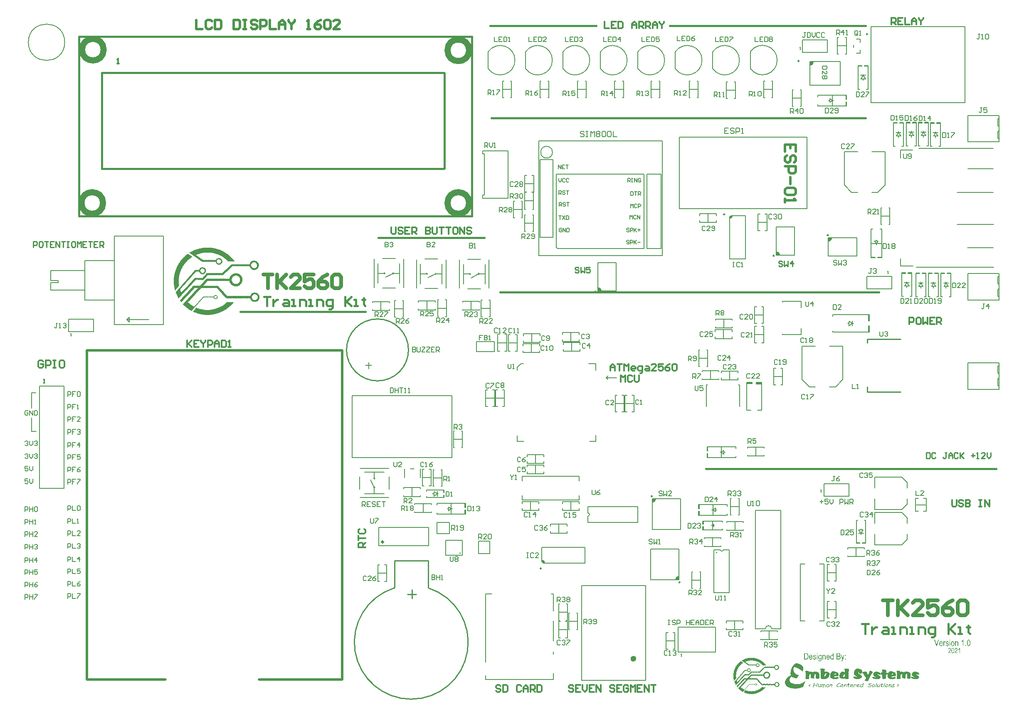
<source format=gto>
G04*
G04 #@! TF.GenerationSoftware,Altium Limited,Altium Designer,20.0.13 (296)*
G04*
G04 Layer_Color=65535*
%FSLAX44Y44*%
%MOMM*%
G71*
G01*
G75*
%ADD10C,0.2000*%
%ADD11C,0.2540*%
%ADD12C,0.2500*%
%ADD13C,0.6350*%
%ADD14C,0.2794*%
%ADD15C,0.4000*%
%ADD16C,1.2700*%
%ADD17C,0.3810*%
%ADD18C,0.1500*%
%ADD19C,0.5000*%
%ADD20C,0.1778*%
%ADD21C,0.1524*%
%ADD22C,0.2032*%
%ADD23C,0.3048*%
%ADD24C,0.4572*%
%ADD25C,0.7620*%
%ADD26C,0.1270*%
%ADD27C,0.5080*%
%ADD28C,0.2030*%
G36*
X1615588Y1308760D02*
X1611778Y1304950D01*
X1608718D01*
Y1312570D01*
X1615588D01*
Y1308760D01*
D02*
G37*
G36*
X1451057Y998890D02*
Y998339D01*
X1450843Y997260D01*
X1450421Y996243D01*
X1449810Y995328D01*
X1449421Y994939D01*
X1449421D01*
X1449339Y994857D01*
X1448931Y994449D01*
X1447973Y993809D01*
X1446907Y993368D01*
X1445777Y993143D01*
X1445200D01*
Y996150D01*
X1448050Y999000D01*
X1451057D01*
Y998890D01*
D02*
G37*
G36*
X1653000Y951000D02*
X1648000Y946000D01*
X1646000D01*
Y953500D01*
X1653000D01*
Y951000D01*
D02*
G37*
G36*
X388240Y933550D02*
X388515D01*
Y933276D01*
X388790D01*
Y933550D01*
X389064D01*
Y933276D01*
X389339D01*
Y933550D01*
X389614D01*
Y933276D01*
X391539D01*
Y933000D01*
X391813D01*
Y933276D01*
X392088D01*
Y933000D01*
X392363D01*
Y932726D01*
X392638D01*
Y933000D01*
X392913D01*
Y932726D01*
X393188D01*
Y933000D01*
X393463D01*
Y932726D01*
X394837D01*
Y932451D01*
X395112D01*
Y932176D01*
X395387D01*
Y932451D01*
X395112D01*
Y932726D01*
X395387D01*
Y932451D01*
X396212D01*
Y932176D01*
X397036D01*
Y931901D01*
X397311D01*
Y932176D01*
X397586D01*
Y931901D01*
X397861D01*
Y931626D01*
X398136D01*
Y931901D01*
X398411D01*
Y931626D01*
X398686D01*
Y931901D01*
X398960D01*
Y931626D01*
X399785D01*
Y931351D01*
X400060D01*
Y931626D01*
X400335D01*
Y931351D01*
X400610D01*
Y931076D01*
X401435D01*
Y930801D01*
X401709D01*
Y931076D01*
X401984D01*
Y930801D01*
X402259D01*
Y930527D01*
X403084D01*
Y930252D01*
X403359D01*
Y930527D01*
X403634D01*
Y930252D01*
X403909D01*
Y929977D01*
X404733D01*
Y929702D01*
X405008D01*
Y929977D01*
X405283D01*
Y929702D01*
X405558D01*
Y929427D01*
X406382D01*
Y929152D01*
X406657D01*
Y928877D01*
X406932D01*
Y929152D01*
X406657D01*
Y929427D01*
X406932D01*
Y929152D01*
X407207D01*
Y928877D01*
X408032D01*
Y928602D01*
X408307D01*
Y928327D01*
X409131D01*
Y928053D01*
X409406D01*
Y927778D01*
X410231D01*
Y927503D01*
X410506D01*
Y927228D01*
X410781D01*
Y927503D01*
X411055D01*
Y927228D01*
X411330D01*
Y926953D01*
X411605D01*
Y926678D01*
X411880D01*
Y926953D01*
X412155D01*
Y926678D01*
X412430D01*
Y926403D01*
X412705D01*
Y926128D01*
X412980D01*
Y926403D01*
X412705D01*
Y926678D01*
X412980D01*
Y926403D01*
X413255D01*
Y926128D01*
X413530D01*
Y925854D01*
X413804D01*
Y925579D01*
X414629D01*
Y925304D01*
X414904D01*
Y925029D01*
X415729D01*
Y924754D01*
X416004D01*
Y924479D01*
X416828D01*
Y924204D01*
X417103D01*
Y923929D01*
X417378D01*
Y923654D01*
X417653D01*
Y923380D01*
X418478D01*
Y923105D01*
X418752D01*
Y922830D01*
X419577D01*
Y922555D01*
X419302D01*
Y922280D01*
X420127D01*
Y922005D01*
X420402D01*
Y921730D01*
X420677D01*
Y921455D01*
X420952D01*
Y921180D01*
X421776D01*
Y920906D01*
X422051D01*
Y920631D01*
X422326D01*
Y920356D01*
X422601D01*
Y920081D01*
X423151D01*
Y919806D01*
Y919531D01*
X423975D01*
Y919256D01*
X424250D01*
Y918981D01*
X424525D01*
Y918706D01*
X424800D01*
Y918431D01*
X425075D01*
Y918157D01*
X425350D01*
Y917882D01*
X425625D01*
Y917607D01*
X425900D01*
Y917332D01*
X426724D01*
Y917057D01*
X426999D01*
Y916782D01*
X427274D01*
Y916507D01*
X427549D01*
Y916232D01*
X427824D01*
Y915957D01*
X428099D01*
Y915683D01*
X428373D01*
Y915408D01*
X428648D01*
Y915133D01*
X428923D01*
Y914858D01*
X429198D01*
Y914583D01*
X429473D01*
Y914308D01*
X429748D01*
Y914033D01*
X430023D01*
Y913758D01*
X430298D01*
Y913484D01*
X430573D01*
Y913209D01*
X430848D01*
Y912934D01*
X431122D01*
Y912659D01*
X431397D01*
Y912384D01*
X431672D01*
Y912109D01*
X431947D01*
Y911834D01*
X432222D01*
Y911559D01*
X432497D01*
Y911284D01*
X432772D01*
Y911010D01*
X433047D01*
Y910735D01*
X433321D01*
Y910460D01*
X433596D01*
Y910185D01*
X433871D01*
Y909910D01*
X433596D01*
Y909635D01*
X433871D01*
Y909360D01*
X434146D01*
Y909085D01*
X434421D01*
Y908810D01*
X434696D01*
Y908536D01*
X434971D01*
Y908261D01*
X435246D01*
Y907986D01*
X435521D01*
Y907711D01*
Y907436D01*
X436070D01*
Y907161D01*
X435796D01*
Y906886D01*
X436345D01*
Y906611D01*
Y906336D01*
X436620D01*
Y906061D01*
X436895D01*
Y905787D01*
X437170D01*
Y905512D01*
X436895D01*
Y905787D01*
X436620D01*
Y905512D01*
X435796D01*
Y905787D01*
X435521D01*
Y905512D01*
X435246D01*
Y905787D01*
X434971D01*
Y905512D01*
X434696D01*
Y905787D01*
X434421D01*
Y905512D01*
X433596D01*
Y905787D01*
X433321D01*
Y905512D01*
X432497D01*
Y905787D01*
X432222D01*
Y905512D01*
X431397D01*
Y905787D01*
X431122D01*
Y905512D01*
X430848D01*
Y905787D01*
X430573D01*
Y905512D01*
X430298D01*
Y905787D01*
X430023D01*
Y905512D01*
X429198D01*
Y905787D01*
X428923D01*
Y905512D01*
X428099D01*
Y905787D01*
X427824D01*
Y905512D01*
X426999D01*
Y905787D01*
X426724D01*
Y905512D01*
X426449D01*
Y905787D01*
X426174D01*
Y905512D01*
X425900D01*
Y905787D01*
X425625D01*
Y905512D01*
X424800D01*
Y905787D01*
X424525D01*
Y905512D01*
X423700D01*
Y905787D01*
X423425D01*
Y906061D01*
X423151D01*
Y906336D01*
X423425D01*
Y906611D01*
X422601D01*
Y906886D01*
X422326D01*
Y907161D01*
X422051D01*
Y907436D01*
X421776D01*
Y907711D01*
X421501D01*
Y907986D01*
X421226D01*
Y908261D01*
X420952D01*
Y908536D01*
X420677D01*
Y908810D01*
X420402D01*
Y909085D01*
X420127D01*
Y909360D01*
X419852D01*
Y909635D01*
X419577D01*
Y909910D01*
X419302D01*
Y910185D01*
X419027D01*
Y910460D01*
X418203D01*
Y910735D01*
X418478D01*
Y911010D01*
X417653D01*
Y911284D01*
X417378D01*
Y911559D01*
X417103D01*
Y911834D01*
X416828D01*
Y912109D01*
X416553D01*
Y912384D01*
X416278D01*
Y912659D01*
X415454D01*
Y912934D01*
X415179D01*
Y913209D01*
X414904D01*
Y913484D01*
X414629D01*
Y913758D01*
X413804D01*
Y914033D01*
X413530D01*
Y914308D01*
X413255D01*
Y914583D01*
X412980D01*
Y914858D01*
X412155D01*
Y915133D01*
X411880D01*
Y915408D01*
X411605D01*
Y915683D01*
X410781D01*
Y915957D01*
X410506D01*
Y916232D01*
X410231D01*
Y916507D01*
X409406D01*
Y916782D01*
X409131D01*
Y917057D01*
X408307D01*
Y917332D01*
X408032D01*
Y917607D01*
X407207D01*
Y917882D01*
X406932D01*
Y918157D01*
X406108D01*
Y918431D01*
X405833D01*
Y918706D01*
X405008D01*
Y918981D01*
X404183D01*
Y919256D01*
X403359D01*
Y919531D01*
X403084D01*
Y919806D01*
X402259D01*
Y920081D01*
X401984D01*
Y920356D01*
X401709D01*
Y920081D01*
X401435D01*
Y920356D01*
X400610D01*
Y920631D01*
X400335D01*
Y920906D01*
X400060D01*
Y920631D01*
X399785D01*
Y920906D01*
X398960D01*
Y921180D01*
X398686D01*
Y921455D01*
X398411D01*
Y921180D01*
X398136D01*
Y921455D01*
X397311D01*
Y921730D01*
X397036D01*
Y922005D01*
X396761D01*
Y921730D01*
X397036D01*
Y921455D01*
X396761D01*
Y921730D01*
X396487D01*
Y922005D01*
X395112D01*
Y922280D01*
X394837D01*
Y922005D01*
X394562D01*
Y922280D01*
X394287D01*
Y922555D01*
X394012D01*
Y922280D01*
X393738D01*
Y922555D01*
X392363D01*
Y922830D01*
X392088D01*
Y922555D01*
X391813D01*
Y922830D01*
X391539D01*
Y923105D01*
X391264D01*
Y922830D01*
X390989D01*
Y923105D01*
X389064D01*
Y923380D01*
X388790D01*
Y923105D01*
X388515D01*
Y923380D01*
X388240D01*
Y923105D01*
X387965D01*
Y923380D01*
X387690D01*
Y923654D01*
X387415D01*
Y923380D01*
X387690D01*
Y923105D01*
X387415D01*
Y923380D01*
X387140D01*
Y923654D01*
X386865D01*
Y923380D01*
X386590D01*
Y923654D01*
X386316D01*
Y923380D01*
X386041D01*
Y923654D01*
X385766D01*
Y923380D01*
X385491D01*
Y923654D01*
X385216D01*
Y923380D01*
X384941D01*
Y923654D01*
X384117D01*
Y923380D01*
X383842D01*
Y923654D01*
X379718D01*
Y923380D01*
X379443D01*
Y923654D01*
X378619D01*
Y923380D01*
X378344D01*
Y923654D01*
X378069D01*
Y923380D01*
X377794D01*
Y923654D01*
X377519D01*
Y923380D01*
X377244D01*
Y923654D01*
X376969D01*
Y923380D01*
X376694D01*
Y923654D01*
X376420D01*
Y923380D01*
X375595D01*
Y923654D01*
X375320D01*
Y923380D01*
X375595D01*
Y923105D01*
X375320D01*
Y923380D01*
X375045D01*
Y923105D01*
X374770D01*
Y923380D01*
X374495D01*
Y923105D01*
X374221D01*
Y923380D01*
X373946D01*
Y923105D01*
X372571D01*
Y922830D01*
X372296D01*
Y923105D01*
X372021D01*
Y922830D01*
X371746D01*
Y923105D01*
X371472D01*
Y922830D01*
X371746D01*
Y922555D01*
X371472D01*
Y922830D01*
X371197D01*
Y922555D01*
X369822D01*
Y922280D01*
X369547D01*
Y922555D01*
X369272D01*
Y922280D01*
X368998D01*
Y922555D01*
X368723D01*
Y922280D01*
X368998D01*
Y922005D01*
X368723D01*
Y922280D01*
X368448D01*
Y922005D01*
X367073D01*
Y921730D01*
X366799D01*
Y921455D01*
X366524D01*
Y921730D01*
X366249D01*
Y921455D01*
X365424D01*
Y921180D01*
X364599D01*
Y920906D01*
X364324D01*
Y921180D01*
X364050D01*
Y920906D01*
X363775D01*
Y920631D01*
X363500D01*
Y920906D01*
X363225D01*
Y920631D01*
X362950D01*
Y920906D01*
X362675D01*
Y920631D01*
X362950D01*
Y920356D01*
X362125D01*
Y920081D01*
X361301D01*
Y919806D01*
X360476D01*
Y919531D01*
X360201D01*
Y919256D01*
X359926D01*
Y919531D01*
X359651D01*
Y919256D01*
X358827D01*
Y918981D01*
X358552D01*
Y918706D01*
X358277D01*
Y918431D01*
X359102D01*
Y918157D01*
X359376D01*
Y917882D01*
X359651D01*
Y917607D01*
X359926D01*
Y917332D01*
X360201D01*
Y917057D01*
X360476D01*
Y916782D01*
X361301D01*
Y916507D01*
X361576D01*
Y916232D01*
X361851D01*
Y915957D01*
X362125D01*
Y915683D01*
X362675D01*
Y915408D01*
Y915133D01*
X363500D01*
Y914858D01*
X363775D01*
Y914583D01*
X364050D01*
Y914308D01*
X364324D01*
Y914033D01*
X365149D01*
Y913758D01*
X365424D01*
Y913484D01*
X365699D01*
Y913209D01*
X365974D01*
Y912934D01*
X366524D01*
Y912659D01*
Y912384D01*
X367348D01*
Y912109D01*
X367623D01*
Y911834D01*
X367898D01*
Y911559D01*
X368173D01*
Y911284D01*
X368998D01*
Y911010D01*
X369272D01*
Y910735D01*
X369547D01*
Y910460D01*
X369822D01*
Y910185D01*
X370097D01*
Y909910D01*
X370372D01*
Y909635D01*
X371197D01*
Y909360D01*
X371472D01*
Y909085D01*
X371746D01*
Y908810D01*
X372021D01*
Y908536D01*
X372296D01*
Y908261D01*
X372571D01*
Y908536D01*
X372846D01*
Y908261D01*
X373121D01*
Y907986D01*
X373396D01*
Y908261D01*
X373121D01*
Y908536D01*
X373396D01*
Y908261D01*
X373671D01*
Y908536D01*
X373946D01*
Y908261D01*
X374221D01*
Y907986D01*
X374495D01*
Y908261D01*
X374221D01*
Y908536D01*
X374495D01*
Y908261D01*
X374770D01*
Y908536D01*
X375045D01*
Y908261D01*
X375320D01*
Y907986D01*
X375595D01*
Y908261D01*
X375320D01*
Y908536D01*
X375595D01*
Y908261D01*
X375870D01*
Y908536D01*
X376145D01*
Y908261D01*
X376420D01*
Y907986D01*
X376694D01*
Y908261D01*
X376420D01*
Y908536D01*
X376694D01*
Y908261D01*
X376969D01*
Y908536D01*
X377244D01*
Y908261D01*
X377519D01*
Y907986D01*
X377794D01*
Y908261D01*
X377519D01*
Y908536D01*
X377794D01*
Y908261D01*
X378069D01*
Y908536D01*
X378344D01*
Y908261D01*
X378619D01*
Y907986D01*
X378894D01*
Y908261D01*
X378619D01*
Y908536D01*
X378894D01*
Y908261D01*
X379169D01*
Y908536D01*
X379443D01*
Y908261D01*
X379718D01*
Y907986D01*
X379993D01*
Y908261D01*
X379718D01*
Y908536D01*
X379993D01*
Y908261D01*
X380268D01*
Y908536D01*
X380543D01*
Y908261D01*
X380818D01*
Y907986D01*
X381093D01*
Y908261D01*
X380818D01*
Y908536D01*
X381093D01*
Y908261D01*
X381368D01*
Y908536D01*
X381642D01*
Y908261D01*
X381917D01*
Y907986D01*
X382192D01*
Y908261D01*
X381917D01*
Y908536D01*
X382192D01*
Y908261D01*
X382467D01*
Y908536D01*
X382742D01*
Y908261D01*
X383017D01*
Y907986D01*
X383292D01*
Y908261D01*
X383017D01*
Y908536D01*
X383292D01*
Y908261D01*
X383567D01*
Y908536D01*
X383842D01*
Y908261D01*
X384117D01*
Y907986D01*
X384391D01*
Y908261D01*
X384117D01*
Y908536D01*
X384391D01*
Y908261D01*
X384666D01*
Y908536D01*
X384941D01*
Y908261D01*
X385216D01*
Y907986D01*
X385491D01*
Y908261D01*
X385216D01*
Y908536D01*
X385491D01*
Y908261D01*
X385766D01*
Y908536D01*
X386041D01*
Y908261D01*
X386316D01*
Y907986D01*
X386590D01*
Y908261D01*
X386316D01*
Y908536D01*
X386590D01*
Y908261D01*
X386865D01*
Y908536D01*
X387140D01*
Y908261D01*
X387415D01*
Y907986D01*
X387690D01*
Y908261D01*
X387415D01*
Y908536D01*
X387690D01*
Y908261D01*
X387965D01*
Y908536D01*
X388240D01*
Y908261D01*
X388515D01*
Y907986D01*
X388790D01*
Y908261D01*
X388515D01*
Y908536D01*
X388790D01*
Y908261D01*
X389064D01*
Y908536D01*
X389339D01*
Y908261D01*
X389614D01*
Y907986D01*
X389889D01*
Y908261D01*
X389614D01*
Y908536D01*
X389889D01*
Y908261D01*
X390164D01*
Y908536D01*
X390439D01*
Y908261D01*
X390714D01*
Y907986D01*
X390989D01*
Y908261D01*
X390714D01*
Y908536D01*
X390989D01*
Y908261D01*
X391264D01*
Y908536D01*
X391539D01*
Y908261D01*
X391813D01*
Y907986D01*
X392088D01*
Y908261D01*
X391813D01*
Y908536D01*
X392088D01*
Y908261D01*
X392363D01*
Y908536D01*
X392638D01*
Y908261D01*
X392913D01*
Y907986D01*
X393188D01*
Y908261D01*
X392913D01*
Y908536D01*
X393188D01*
Y908261D01*
X393463D01*
Y908536D01*
X393738D01*
Y908261D01*
X394012D01*
Y907986D01*
X394287D01*
Y908261D01*
X394012D01*
Y908536D01*
X394287D01*
Y908261D01*
X394562D01*
Y908536D01*
X394837D01*
Y908261D01*
X395112D01*
Y907986D01*
X395387D01*
Y908261D01*
X395112D01*
Y908536D01*
X395387D01*
Y908261D01*
X395662D01*
Y908536D01*
X395937D01*
Y908261D01*
X396212D01*
Y907986D01*
X396487D01*
Y908261D01*
X396212D01*
Y908536D01*
X396487D01*
Y908261D01*
X396761D01*
Y908536D01*
X397036D01*
Y908261D01*
X397311D01*
Y907986D01*
X397586D01*
Y908261D01*
X397311D01*
Y908536D01*
X397586D01*
Y908261D01*
X397861D01*
Y908536D01*
X398136D01*
Y908261D01*
X398411D01*
Y907986D01*
X398686D01*
Y908261D01*
X398411D01*
Y908536D01*
X398686D01*
Y908261D01*
X398960D01*
Y908536D01*
X399235D01*
Y908810D01*
X398960D01*
Y909085D01*
X399235D01*
Y909360D01*
X399510D01*
Y909635D01*
X399785D01*
Y909910D01*
Y910185D01*
X400335D01*
Y910460D01*
X400060D01*
Y910735D01*
X400885D01*
Y911010D01*
X400610D01*
Y911284D01*
X400885D01*
Y911010D01*
X401160D01*
Y911284D01*
X401435D01*
Y911559D01*
X401709D01*
Y911834D01*
X402534D01*
Y912109D01*
X402809D01*
Y912384D01*
X403634D01*
Y912659D01*
X403909D01*
Y912384D01*
X404183D01*
Y912659D01*
X404458D01*
Y912384D01*
X404733D01*
Y912659D01*
X405008D01*
Y912384D01*
X405283D01*
Y912659D01*
X405558D01*
Y912384D01*
X405833D01*
Y912659D01*
X406108D01*
Y912384D01*
X406932D01*
Y912109D01*
X407207D01*
Y912384D01*
X407482D01*
Y912109D01*
X407757D01*
Y911834D01*
X408582D01*
Y911559D01*
X408857D01*
Y911284D01*
X409131D01*
Y911010D01*
X409406D01*
Y910735D01*
X410231D01*
Y910460D01*
X410506D01*
Y910185D01*
X410781D01*
Y909910D01*
X410506D01*
Y909635D01*
X410781D01*
Y909360D01*
X411055D01*
Y909085D01*
X411330D01*
Y908810D01*
X411055D01*
Y908536D01*
X411605D01*
Y908261D01*
Y907986D01*
X411880D01*
Y907711D01*
X411605D01*
Y907436D01*
X411880D01*
Y907161D01*
Y906886D01*
Y906611D01*
X412155D01*
Y906336D01*
X411880D01*
Y906061D01*
X412155D01*
Y905787D01*
X411880D01*
Y905512D01*
X412155D01*
Y905237D01*
X412430D01*
Y904962D01*
X412155D01*
Y905237D01*
X411880D01*
Y904962D01*
Y904687D01*
Y904412D01*
Y904137D01*
Y903862D01*
X411605D01*
Y903587D01*
X411880D01*
Y903313D01*
X411605D01*
Y903038D01*
X411330D01*
Y902763D01*
Y902488D01*
Y902213D01*
X411055D01*
Y901938D01*
X410781D01*
Y901663D01*
X410506D01*
Y901388D01*
X410231D01*
Y901114D01*
X409956D01*
Y900839D01*
X410231D01*
Y900564D01*
X409956D01*
Y900839D01*
X409681D01*
Y900564D01*
X409406D01*
Y900289D01*
X409131D01*
Y900014D01*
X408857D01*
Y899739D01*
X408582D01*
Y899464D01*
X408307D01*
Y899739D01*
X408032D01*
Y899464D01*
X407757D01*
Y899189D01*
X407482D01*
Y899464D01*
X407207D01*
Y899189D01*
X407482D01*
Y898914D01*
X407207D01*
Y899189D01*
X406932D01*
Y898914D01*
X406657D01*
Y899189D01*
X406382D01*
Y898914D01*
X403909D01*
Y899189D01*
X403634D01*
Y898914D01*
X403359D01*
Y899189D01*
X403084D01*
Y899464D01*
X402809D01*
Y899189D01*
X403084D01*
Y898914D01*
X402809D01*
Y899189D01*
X402534D01*
Y899464D01*
X402259D01*
Y899739D01*
X401984D01*
Y899464D01*
X401709D01*
Y899739D01*
Y900014D01*
X401160D01*
Y900289D01*
X400885D01*
Y900564D01*
X400610D01*
Y900839D01*
X400335D01*
Y901114D01*
X400060D01*
Y901388D01*
X399785D01*
Y901663D01*
X399510D01*
Y901938D01*
X399235D01*
Y902213D01*
X398960D01*
Y902488D01*
X399235D01*
Y902763D01*
X398960D01*
Y903038D01*
X398686D01*
Y903313D01*
Y903587D01*
Y903862D01*
X398411D01*
Y904137D01*
X398686D01*
Y904412D01*
X370922D01*
Y904687D01*
X370647D01*
Y904962D01*
X370372D01*
Y905237D01*
X370097D01*
Y905512D01*
X369272D01*
Y905787D01*
X368998D01*
Y906061D01*
X368723D01*
Y906336D01*
X368448D01*
Y906611D01*
X368173D01*
Y906886D01*
X367898D01*
Y907161D01*
X367073D01*
Y907436D01*
X366799D01*
Y907711D01*
X366524D01*
Y907986D01*
X366249D01*
Y908261D01*
X365424D01*
Y908536D01*
X365699D01*
Y908810D01*
X364874D01*
Y909085D01*
X364599D01*
Y909360D01*
X364324D01*
Y909635D01*
X364050D01*
Y909910D01*
X363225D01*
Y910185D01*
X362950D01*
Y910460D01*
X362675D01*
Y910735D01*
X362400D01*
Y911010D01*
X362125D01*
Y911284D01*
X361851D01*
Y911559D01*
X361026D01*
Y911834D01*
X360751D01*
Y912109D01*
X360476D01*
Y912384D01*
X360201D01*
Y912659D01*
X359376D01*
Y912934D01*
X359102D01*
Y913209D01*
X358827D01*
Y913484D01*
X358552D01*
Y913758D01*
X358277D01*
Y914033D01*
X358002D01*
Y914308D01*
X357177D01*
Y914583D01*
X356903D01*
Y914858D01*
X356628D01*
Y915133D01*
X356353D01*
Y915408D01*
X355528D01*
Y915683D01*
X355253D01*
Y915957D01*
X354978D01*
Y916232D01*
X354703D01*
Y916507D01*
X354428D01*
Y916782D01*
X354154D01*
Y916507D01*
X353879D01*
Y916782D01*
X353604D01*
Y917057D01*
X353329D01*
Y917332D01*
X353054D01*
Y917607D01*
X352229D01*
Y917882D01*
X351954D01*
Y918157D01*
X351680D01*
Y918431D01*
X351405D01*
Y918706D01*
X351130D01*
Y918981D01*
X350305D01*
Y919256D01*
X350030D01*
Y919531D01*
X349755D01*
Y919806D01*
X348931D01*
Y920081D01*
X348656D01*
Y920356D01*
X348381D01*
Y920631D01*
X348106D01*
Y920906D01*
X347831D01*
Y921180D01*
X347556D01*
Y921455D01*
X346732D01*
Y921730D01*
X346457D01*
Y922005D01*
X346182D01*
Y922280D01*
X345907D01*
Y922555D01*
X345082D01*
Y922830D01*
X344807D01*
Y923105D01*
X345082D01*
Y922830D01*
X345357D01*
Y923105D01*
X345082D01*
Y923380D01*
X345357D01*
Y923654D01*
X345632D01*
Y923929D01*
X346457D01*
Y924204D01*
X346732D01*
Y924479D01*
X347556D01*
Y924754D01*
X347281D01*
Y925029D01*
X347556D01*
Y924754D01*
X347831D01*
Y925029D01*
X348106D01*
Y925304D01*
X348381D01*
Y925029D01*
X348656D01*
Y925304D01*
X348931D01*
Y925579D01*
X349206D01*
Y925854D01*
X349481D01*
Y926128D01*
X350305D01*
Y926403D01*
X350580D01*
Y926128D01*
X350855D01*
Y926403D01*
X350580D01*
Y926678D01*
X350855D01*
Y926403D01*
X351130D01*
Y926678D01*
X351405D01*
Y926953D01*
X351680D01*
Y927228D01*
X352504D01*
Y927503D01*
X352779D01*
Y927228D01*
X353054D01*
Y927503D01*
X352779D01*
Y927778D01*
X353054D01*
Y927503D01*
X353329D01*
Y927778D01*
X353604D01*
Y928053D01*
X353879D01*
Y927778D01*
X354154D01*
Y928053D01*
X353879D01*
Y928327D01*
X354154D01*
Y928053D01*
X354428D01*
Y928327D01*
X354703D01*
Y928602D01*
X354978D01*
Y928327D01*
X355253D01*
Y928602D01*
X355528D01*
Y928877D01*
X356353D01*
Y929152D01*
X356628D01*
Y928877D01*
X356903D01*
Y929152D01*
X356628D01*
Y929427D01*
X356903D01*
Y929152D01*
X357177D01*
Y929427D01*
X358002D01*
Y929702D01*
X358277D01*
Y929427D01*
X358552D01*
Y929702D01*
X358277D01*
Y929977D01*
X359102D01*
Y930252D01*
X359376D01*
Y929977D01*
X359651D01*
Y930252D01*
X359926D01*
Y930527D01*
X360751D01*
Y930801D01*
X361026D01*
Y930527D01*
X361301D01*
Y930801D01*
X361576D01*
Y930527D01*
X361851D01*
Y930801D01*
X361576D01*
Y931076D01*
X361851D01*
Y930801D01*
X362125D01*
Y931076D01*
X362950D01*
Y931351D01*
X363225D01*
Y931076D01*
X363500D01*
Y931351D01*
X363225D01*
Y931626D01*
X363500D01*
Y931351D01*
X363775D01*
Y931626D01*
X364599D01*
Y931901D01*
X364874D01*
Y931626D01*
X365149D01*
Y931901D01*
X365424D01*
Y932176D01*
X365699D01*
Y931901D01*
X365974D01*
Y932176D01*
X367348D01*
Y932451D01*
X367623D01*
Y932176D01*
X367898D01*
Y932451D01*
X368173D01*
Y932726D01*
X370097D01*
Y933000D01*
X370372D01*
Y932726D01*
X370647D01*
Y933000D01*
X370922D01*
Y933276D01*
X371197D01*
Y933000D01*
X371472D01*
Y932726D01*
X371746D01*
Y933000D01*
X371472D01*
Y933276D01*
X371746D01*
Y933000D01*
X372021D01*
Y933276D01*
X373396D01*
Y933550D01*
X373671D01*
Y933276D01*
X373946D01*
Y933550D01*
X374221D01*
Y933276D01*
X374495D01*
Y933550D01*
X374770D01*
Y933825D01*
X375045D01*
Y933550D01*
X375320D01*
Y933825D01*
X375595D01*
Y933550D01*
X375870D01*
Y933825D01*
X376145D01*
Y933550D01*
X376420D01*
Y933825D01*
X376694D01*
Y933550D01*
X376969D01*
Y933825D01*
X386590D01*
Y933550D01*
X386865D01*
Y933825D01*
X387140D01*
Y933550D01*
X387415D01*
Y933825D01*
X387690D01*
Y933550D01*
X387965D01*
Y933825D01*
X388240D01*
Y933550D01*
D02*
G37*
G36*
X1547750Y920250D02*
Y918250D01*
X1540250D01*
Y925250D01*
X1542750D01*
X1547750Y920250D01*
D02*
G37*
G36*
X342058Y920906D02*
X342333D01*
Y920631D01*
X343158D01*
Y920356D01*
X343433D01*
Y920081D01*
X343708D01*
Y919806D01*
X343983D01*
Y919531D01*
X344533D01*
Y919256D01*
Y918981D01*
X345357D01*
Y918706D01*
X345632D01*
Y918431D01*
X345907D01*
Y918157D01*
X346182D01*
Y917882D01*
X347006D01*
Y917607D01*
X347281D01*
Y917332D01*
X347556D01*
Y917057D01*
X347831D01*
Y916782D01*
X348381D01*
Y916507D01*
Y916232D01*
X349206D01*
Y915957D01*
X349481D01*
Y915683D01*
X349755D01*
Y915408D01*
X350030D01*
Y915133D01*
X350855D01*
Y914858D01*
X350580D01*
Y914583D01*
X350305D01*
Y914308D01*
X349481D01*
Y914033D01*
X349755D01*
Y913758D01*
X349481D01*
Y914033D01*
X349206D01*
Y913758D01*
X348931D01*
Y913484D01*
X348656D01*
Y913209D01*
X348381D01*
Y912934D01*
X348106D01*
Y912659D01*
X347281D01*
Y912384D01*
X347006D01*
Y912109D01*
X346732D01*
Y911834D01*
X346457D01*
Y911559D01*
X345632D01*
Y911284D01*
X345907D01*
Y911010D01*
X345082D01*
Y910735D01*
X345357D01*
Y910460D01*
X345082D01*
Y910735D01*
X344807D01*
Y910460D01*
X344533D01*
Y910185D01*
X344258D01*
Y909910D01*
X343983D01*
Y909635D01*
X343708D01*
Y909360D01*
X343433D01*
Y909085D01*
X343158D01*
Y908810D01*
X342883D01*
Y908536D01*
X342608D01*
Y908261D01*
X342333D01*
Y907986D01*
X342058D01*
Y907711D01*
X341234D01*
Y907436D01*
X341509D01*
Y907161D01*
X340684D01*
Y906886D01*
Y906611D01*
X340134D01*
Y906336D01*
X340409D01*
Y906061D01*
X339859D01*
Y905787D01*
Y905512D01*
X339035D01*
Y905237D01*
X339310D01*
Y904962D01*
X339035D01*
Y904687D01*
X338760D01*
Y904412D01*
X338485D01*
Y904137D01*
X338210D01*
Y903862D01*
X337935D01*
Y903587D01*
X337660D01*
Y903313D01*
X337385D01*
Y903038D01*
X337111D01*
Y902763D01*
X336836D01*
Y902488D01*
X336561D01*
Y902213D01*
X336286D01*
Y901938D01*
X336561D01*
Y901663D01*
X336286D01*
Y901938D01*
X336011D01*
Y901663D01*
X335736D01*
Y901388D01*
X336011D01*
Y901114D01*
X335186D01*
Y900839D01*
X335461D01*
Y900564D01*
X335186D01*
Y900289D01*
X334911D01*
Y900014D01*
X334637D01*
Y899739D01*
Y899464D01*
X334087D01*
Y899189D01*
X334362D01*
Y898914D01*
X334087D01*
Y898640D01*
X333812D01*
Y898365D01*
X333537D01*
Y898090D01*
X333262D01*
Y897815D01*
X332987D01*
Y897540D01*
X333262D01*
Y897265D01*
X332987D01*
Y896990D01*
X332712D01*
Y896715D01*
X332438D01*
Y896440D01*
X332163D01*
Y896165D01*
X331888D01*
Y895891D01*
X332163D01*
Y895616D01*
X331888D01*
Y895341D01*
X331613D01*
Y895066D01*
X331338D01*
Y894791D01*
X331063D01*
Y894516D01*
X330788D01*
Y894241D01*
X331063D01*
Y893966D01*
X330788D01*
Y893691D01*
X330513D01*
Y893417D01*
Y893142D01*
Y892867D01*
X330238D01*
Y892592D01*
X329963D01*
Y892317D01*
X329689D01*
Y892042D01*
X329963D01*
Y891767D01*
X329689D01*
Y891492D01*
X329414D01*
Y891217D01*
X329139D01*
Y890943D01*
X329414D01*
Y890668D01*
X329139D01*
Y890393D01*
X328864D01*
Y890118D01*
X328589D01*
Y889843D01*
X328864D01*
Y889568D01*
X328589D01*
Y889293D01*
X328314D01*
Y889018D01*
Y888744D01*
Y888469D01*
X328039D01*
Y888194D01*
Y887919D01*
X327490D01*
Y887644D01*
X327764D01*
Y887369D01*
X327490D01*
Y887094D01*
Y886819D01*
Y886544D01*
X327215D01*
Y886270D01*
X326940D01*
Y885995D01*
X327215D01*
Y885720D01*
X326940D01*
Y885445D01*
Y885170D01*
Y884895D01*
X326665D01*
Y884620D01*
X326390D01*
Y884345D01*
X326665D01*
Y884070D01*
X326390D01*
Y883795D01*
Y883521D01*
Y883246D01*
X326115D01*
Y882971D01*
X325840D01*
Y882696D01*
X326115D01*
Y882421D01*
X325840D01*
Y882146D01*
Y881871D01*
Y881596D01*
X325565D01*
Y881321D01*
X325290D01*
Y881047D01*
X325565D01*
Y880772D01*
X325290D01*
Y880497D01*
X325565D01*
Y880222D01*
X325290D01*
Y879947D01*
X325015D01*
Y879672D01*
X325290D01*
Y879397D01*
X325015D01*
Y879122D01*
X324741D01*
Y878848D01*
X325015D01*
Y878573D01*
X324741D01*
Y878298D01*
X325015D01*
Y878023D01*
X324741D01*
Y877748D01*
Y877473D01*
Y877198D01*
X324466D01*
Y876923D01*
X324191D01*
Y876648D01*
X324466D01*
Y876374D01*
X324191D01*
Y876099D01*
X324466D01*
Y875824D01*
X324191D01*
Y875549D01*
X324466D01*
Y875274D01*
X324191D01*
Y874999D01*
Y874724D01*
Y874449D01*
X323916D01*
Y874174D01*
Y873900D01*
Y873625D01*
X323641D01*
Y873350D01*
X323916D01*
Y873075D01*
X323641D01*
Y872800D01*
X323916D01*
Y872525D01*
X323641D01*
Y872250D01*
X323916D01*
Y871975D01*
X323641D01*
Y871700D01*
X323916D01*
Y871425D01*
X323641D01*
Y871151D01*
Y870876D01*
Y870601D01*
X323366D01*
Y870326D01*
X323641D01*
Y870051D01*
Y869776D01*
Y869501D01*
X323366D01*
Y869226D01*
X323091D01*
Y868952D01*
X323366D01*
Y868677D01*
X323641D01*
Y868402D01*
X323366D01*
Y868127D01*
X323091D01*
Y867852D01*
X323366D01*
Y867577D01*
Y867302D01*
Y867027D01*
X323091D01*
Y866752D01*
X323366D01*
Y866478D01*
X323091D01*
Y866203D01*
X323366D01*
Y865928D01*
X323091D01*
Y865653D01*
X323366D01*
Y865378D01*
X323091D01*
Y865103D01*
X323366D01*
Y864828D01*
X323091D01*
Y864553D01*
X323366D01*
Y864278D01*
X323091D01*
Y864004D01*
X323366D01*
Y863729D01*
X323091D01*
Y863454D01*
X323366D01*
Y863179D01*
Y862904D01*
Y862629D01*
X323091D01*
Y862354D01*
X323366D01*
Y862079D01*
X323641D01*
Y861804D01*
X323366D01*
Y861530D01*
Y861255D01*
Y860980D01*
X323641D01*
Y860705D01*
X323366D01*
Y860430D01*
X323641D01*
Y860155D01*
Y859880D01*
Y859605D01*
X323916D01*
Y859331D01*
X323641D01*
Y859056D01*
X323916D01*
Y858781D01*
X323641D01*
Y858506D01*
X323916D01*
Y858231D01*
X323641D01*
Y857956D01*
X323916D01*
Y857681D01*
X323641D01*
Y857406D01*
X323916D01*
Y857131D01*
X323641D01*
Y856857D01*
X323916D01*
Y856582D01*
X323641D01*
Y856307D01*
X323916D01*
Y856032D01*
X324191D01*
Y855757D01*
X323916D01*
Y855482D01*
X323641D01*
Y855207D01*
X323366D01*
Y854932D01*
X323091D01*
Y854657D01*
X322816D01*
Y854382D01*
X322542D01*
Y854108D01*
X322267D01*
Y853833D01*
X321992D01*
Y853558D01*
X322267D01*
Y853283D01*
X321442D01*
Y853008D01*
X321717D01*
Y852733D01*
X320892D01*
Y852458D01*
X321167D01*
Y852183D01*
X320892D01*
Y851908D01*
X320617D01*
Y851634D01*
X320342D01*
Y851359D01*
X320067D01*
Y851084D01*
X319793D01*
Y850809D01*
X319518D01*
Y850534D01*
X319243D01*
Y850259D01*
X318968D01*
Y849984D01*
X318693D01*
Y849709D01*
X318418D01*
Y849435D01*
X318143D01*
Y849160D01*
Y848885D01*
X317593D01*
Y848610D01*
Y848335D01*
X317319D01*
Y848060D01*
Y847785D01*
X317044D01*
Y847510D01*
X316769D01*
Y847235D01*
X316494D01*
Y846961D01*
X316219D01*
Y846686D01*
X315944D01*
Y846411D01*
X315669D01*
Y846686D01*
X315394D01*
Y846961D01*
X315669D01*
Y847235D01*
X315394D01*
Y847510D01*
Y847785D01*
Y848060D01*
X315119D01*
Y848335D01*
Y848610D01*
Y848885D01*
X314845D01*
Y849160D01*
X315119D01*
Y849435D01*
X314845D01*
Y849709D01*
X315119D01*
Y849984D01*
X314845D01*
Y850259D01*
Y850534D01*
Y850809D01*
X314570D01*
Y851084D01*
X314295D01*
Y851359D01*
X314570D01*
Y851634D01*
X314295D01*
Y851908D01*
X314570D01*
Y852183D01*
X314295D01*
Y852458D01*
X314570D01*
Y852733D01*
X314295D01*
Y853008D01*
Y853283D01*
Y853558D01*
X314020D01*
Y853833D01*
Y854108D01*
Y854382D01*
X313745D01*
Y854657D01*
X314020D01*
Y854932D01*
X313745D01*
Y855207D01*
X314020D01*
Y855482D01*
X313745D01*
Y855757D01*
X314020D01*
Y856032D01*
X313745D01*
Y856307D01*
Y856582D01*
Y856857D01*
Y857131D01*
Y857406D01*
X313470D01*
Y857681D01*
Y857956D01*
Y858231D01*
Y858506D01*
Y858781D01*
X313195D01*
Y859056D01*
X313470D01*
Y859331D01*
X313195D01*
Y859605D01*
X313470D01*
Y859880D01*
X313195D01*
Y860155D01*
X313470D01*
Y860430D01*
X313195D01*
Y860705D01*
X313470D01*
Y860980D01*
X313195D01*
Y861255D01*
X313470D01*
Y861530D01*
X313195D01*
Y861804D01*
X313470D01*
Y862079D01*
X313195D01*
Y862354D01*
Y862629D01*
Y862904D01*
Y863179D01*
Y863454D01*
Y863729D01*
Y864004D01*
Y864278D01*
Y864553D01*
Y864828D01*
Y865103D01*
Y865378D01*
Y865653D01*
Y865928D01*
Y866203D01*
Y866478D01*
Y866752D01*
Y867027D01*
Y867302D01*
Y867577D01*
Y867852D01*
Y868127D01*
Y868402D01*
X313470D01*
Y868677D01*
X313195D01*
Y868952D01*
X313470D01*
Y869226D01*
X313195D01*
Y869501D01*
X313470D01*
Y869776D01*
X313195D01*
Y870051D01*
X313470D01*
Y870326D01*
X313195D01*
Y870601D01*
X313470D01*
Y870876D01*
X313195D01*
Y871151D01*
X313470D01*
Y871425D01*
Y871700D01*
Y871975D01*
X313195D01*
Y872250D01*
X313470D01*
Y872525D01*
X313745D01*
Y872800D01*
X313470D01*
Y873075D01*
X313745D01*
Y873350D01*
Y873625D01*
Y873900D01*
Y874174D01*
Y874449D01*
X314020D01*
Y874724D01*
X313745D01*
Y874999D01*
X314020D01*
Y875274D01*
X313745D01*
Y875549D01*
X314020D01*
Y875824D01*
X313745D01*
Y876099D01*
X314020D01*
Y876374D01*
Y876648D01*
Y876923D01*
X314295D01*
Y877198D01*
Y877473D01*
Y877748D01*
X314570D01*
Y878023D01*
X314295D01*
Y878298D01*
X314570D01*
Y878573D01*
X314295D01*
Y878848D01*
X314570D01*
Y879122D01*
Y879397D01*
Y879672D01*
Y879947D01*
X314845D01*
Y880222D01*
Y880497D01*
X315119D01*
Y880772D01*
X314845D01*
Y881047D01*
X315119D01*
Y881321D01*
X314845D01*
Y881596D01*
X315119D01*
Y881871D01*
Y882146D01*
Y882421D01*
X315394D01*
Y882146D01*
X315669D01*
Y882421D01*
X315394D01*
Y882696D01*
Y882971D01*
Y883246D01*
X315669D01*
Y883521D01*
Y883795D01*
Y884070D01*
X315944D01*
Y884345D01*
Y884620D01*
Y884895D01*
X316219D01*
Y885170D01*
X315944D01*
Y885445D01*
X316219D01*
Y885720D01*
Y885995D01*
Y886270D01*
X316494D01*
Y886544D01*
X316769D01*
Y886819D01*
X316494D01*
Y887094D01*
X316769D01*
Y887369D01*
Y887644D01*
X317044D01*
Y887919D01*
Y888194D01*
X317319D01*
Y888469D01*
X317044D01*
Y888744D01*
X317319D01*
Y889018D01*
Y889293D01*
X317593D01*
Y889568D01*
Y889843D01*
X317868D01*
Y890118D01*
Y890393D01*
Y890668D01*
X318143D01*
Y890943D01*
X318418D01*
Y891217D01*
X318143D01*
Y891492D01*
X318418D01*
Y891767D01*
Y892042D01*
X318968D01*
Y892317D01*
X318693D01*
Y892592D01*
X318968D01*
Y892867D01*
X318693D01*
Y893142D01*
X318968D01*
Y893417D01*
X319243D01*
Y893691D01*
X319518D01*
Y893966D01*
X319243D01*
Y894241D01*
X319518D01*
Y894516D01*
X319793D01*
Y894791D01*
X320067D01*
Y895066D01*
X319793D01*
Y895341D01*
X320067D01*
Y895616D01*
X320342D01*
Y895891D01*
X320617D01*
Y896165D01*
X320342D01*
Y896440D01*
X320617D01*
Y896715D01*
X320892D01*
Y896990D01*
X321167D01*
Y897265D01*
X320892D01*
Y897540D01*
X321167D01*
Y897815D01*
X321442D01*
Y898090D01*
X321717D01*
Y898365D01*
X321442D01*
Y898640D01*
X321717D01*
Y898914D01*
X321992D01*
Y898640D01*
X322267D01*
Y898914D01*
X321992D01*
Y899189D01*
X322267D01*
Y899464D01*
X321992D01*
Y899739D01*
X322542D01*
Y900014D01*
Y900289D01*
X322816D01*
Y900564D01*
X323091D01*
Y900839D01*
X323366D01*
Y901114D01*
X323091D01*
Y901388D01*
X323366D01*
Y901663D01*
X323641D01*
Y901938D01*
X323916D01*
Y902213D01*
X324191D01*
Y902488D01*
Y902763D01*
Y903038D01*
X324466D01*
Y903313D01*
X324741D01*
Y903587D01*
X325015D01*
Y903862D01*
X325290D01*
Y904137D01*
X325565D01*
Y904412D01*
X325290D01*
Y904687D01*
X325565D01*
Y904962D01*
X325840D01*
Y905237D01*
X326115D01*
Y905512D01*
X326390D01*
Y905787D01*
X326665D01*
Y906061D01*
X326390D01*
Y906336D01*
X326940D01*
Y906611D01*
Y906886D01*
X327215D01*
Y907161D01*
X327490D01*
Y907436D01*
X327764D01*
Y907711D01*
X328039D01*
Y907986D01*
X328314D01*
Y908261D01*
X328589D01*
Y908536D01*
X328864D01*
Y908810D01*
X328589D01*
Y909085D01*
X328864D01*
Y909360D01*
X329139D01*
Y909635D01*
X329414D01*
Y909910D01*
X329689D01*
Y910185D01*
X329963D01*
Y910460D01*
X330238D01*
Y910735D01*
X330513D01*
Y911010D01*
X330788D01*
Y911284D01*
X331063D01*
Y911559D01*
X331338D01*
Y911834D01*
X331613D01*
Y912109D01*
X331888D01*
Y912384D01*
X332163D01*
Y912659D01*
X331888D01*
Y912934D01*
X332712D01*
Y913209D01*
X332987D01*
Y913484D01*
X333262D01*
Y913758D01*
X332987D01*
Y914033D01*
X333812D01*
Y914308D01*
X334087D01*
Y914583D01*
X334362D01*
Y914858D01*
X334087D01*
Y915133D01*
X334911D01*
Y915408D01*
X335186D01*
Y915683D01*
X335461D01*
Y915957D01*
X335736D01*
Y916232D01*
X336011D01*
Y916507D01*
X336286D01*
Y916782D01*
X336561D01*
Y917057D01*
X336836D01*
Y917332D01*
X337111D01*
Y917607D01*
X337385D01*
Y917882D01*
X337660D01*
Y918157D01*
X337935D01*
Y917882D01*
X338210D01*
Y918157D01*
X337935D01*
Y918431D01*
X338760D01*
Y918706D01*
X339035D01*
Y918981D01*
X339310D01*
Y919256D01*
X339585D01*
Y919531D01*
X339859D01*
Y919806D01*
X340134D01*
Y920081D01*
X340684D01*
Y920356D01*
Y920631D01*
X341509D01*
Y920906D01*
X341784D01*
Y921180D01*
X342058D01*
Y920906D01*
D02*
G37*
G36*
X478403Y907161D02*
X478678D01*
Y906886D01*
X479503D01*
Y906611D01*
X479778D01*
Y906886D01*
X480053D01*
Y906611D01*
X480327D01*
Y906336D01*
X481152D01*
Y906061D01*
X481427D01*
Y905787D01*
X482252D01*
Y905512D01*
X482527D01*
Y905237D01*
X482801D01*
Y904962D01*
X483076D01*
Y904687D01*
X483351D01*
Y904412D01*
X483626D01*
Y904137D01*
X483901D01*
Y903862D01*
X484176D01*
Y903587D01*
X484451D01*
Y903313D01*
X484726D01*
Y903038D01*
X485001D01*
Y902763D01*
X484726D01*
Y902488D01*
X485001D01*
Y902213D01*
X485275D01*
Y901938D01*
X485550D01*
Y901663D01*
X485275D01*
Y901388D01*
X485550D01*
Y901114D01*
X485825D01*
Y900839D01*
X486100D01*
Y900564D01*
X485825D01*
Y900289D01*
X486100D01*
Y900014D01*
X485825D01*
Y899739D01*
X486100D01*
Y899464D01*
X486375D01*
Y899189D01*
X486100D01*
Y898914D01*
X486375D01*
Y898640D01*
Y898365D01*
Y898090D01*
X486100D01*
Y897815D01*
X486375D01*
Y897540D01*
Y897265D01*
Y896990D01*
X486100D01*
Y896715D01*
X486375D01*
Y896440D01*
X486100D01*
Y896165D01*
X486375D01*
Y895891D01*
X486100D01*
Y895616D01*
X485825D01*
Y895341D01*
X486100D01*
Y895066D01*
X485825D01*
Y894791D01*
Y894516D01*
Y894241D01*
X485550D01*
Y893966D01*
X485275D01*
Y893691D01*
X485550D01*
Y893417D01*
X485275D01*
Y893142D01*
X485001D01*
Y892867D01*
X484726D01*
Y892592D01*
Y892317D01*
Y892042D01*
X484451D01*
Y891767D01*
X484176D01*
Y891492D01*
X483901D01*
Y891217D01*
X483626D01*
Y890943D01*
X483351D01*
Y890668D01*
X483076D01*
Y890393D01*
X482801D01*
Y890118D01*
X482527D01*
Y889843D01*
X482252D01*
Y889568D01*
X481427D01*
Y889293D01*
X481152D01*
Y889018D01*
X480327D01*
Y888744D01*
X480053D01*
Y888469D01*
X479778D01*
Y888744D01*
X479503D01*
Y888469D01*
X478678D01*
Y888194D01*
X478403D01*
Y888469D01*
X478128D01*
Y888194D01*
X477854D01*
Y888469D01*
X477579D01*
Y888194D01*
X476754D01*
Y888469D01*
X476479D01*
Y888194D01*
X475654D01*
Y888469D01*
X475379D01*
Y888194D01*
X475105D01*
Y888469D01*
X473730D01*
Y888744D01*
X473455D01*
Y889018D01*
X472631D01*
Y889293D01*
X472356D01*
Y889568D01*
X472081D01*
Y889293D01*
X472356D01*
Y889018D01*
X472081D01*
Y889293D01*
X471806D01*
Y889568D01*
X471531D01*
Y889843D01*
X471256D01*
Y890118D01*
X470981D01*
Y890393D01*
X470706D01*
Y890668D01*
X470432D01*
Y890943D01*
X470157D01*
Y891217D01*
X469882D01*
Y891492D01*
X469607D01*
Y891767D01*
X469332D01*
Y892042D01*
X469057D01*
Y892317D01*
X468782D01*
Y892592D01*
X468507D01*
Y892867D01*
X468232D01*
Y893142D01*
X468507D01*
Y893417D01*
X468232D01*
Y893691D01*
X467957D01*
Y893966D01*
Y894241D01*
Y894516D01*
X467683D01*
Y894791D01*
X467957D01*
Y895066D01*
X467683D01*
Y895341D01*
X467408D01*
Y895616D01*
X467133D01*
Y895891D01*
X466858D01*
Y895616D01*
X466583D01*
Y895891D01*
X466308D01*
Y895616D01*
X466033D01*
Y895891D01*
X465758D01*
Y895616D01*
X465484D01*
Y895891D01*
X465209D01*
Y895616D01*
X464934D01*
Y895891D01*
X464659D01*
Y895616D01*
X464384D01*
Y895891D01*
X464109D01*
Y895616D01*
X463834D01*
Y895891D01*
X463559D01*
Y895616D01*
X463284D01*
Y895891D01*
X463009D01*
Y895616D01*
X462735D01*
Y895891D01*
X462460D01*
Y895616D01*
X462185D01*
Y895891D01*
X461910D01*
Y895616D01*
X461635D01*
Y895891D01*
X461360D01*
Y895616D01*
X461085D01*
Y895891D01*
X460810D01*
Y895616D01*
X460536D01*
Y895891D01*
X460261D01*
Y895616D01*
X459986D01*
Y895891D01*
X459711D01*
Y895616D01*
X459436D01*
Y895891D01*
X459161D01*
Y895616D01*
X458886D01*
Y895891D01*
X458611D01*
Y895616D01*
X458336D01*
Y895891D01*
X458061D01*
Y895616D01*
X457787D01*
Y895891D01*
X457512D01*
Y895616D01*
X457237D01*
Y895891D01*
X456962D01*
Y895616D01*
X456687D01*
Y895891D01*
X456412D01*
Y895616D01*
X456137D01*
Y895891D01*
X455862D01*
Y895616D01*
X455588D01*
Y895891D01*
X455313D01*
Y895616D01*
X455038D01*
Y895891D01*
X454763D01*
Y895616D01*
X454488D01*
Y895891D01*
X454213D01*
Y895616D01*
X453938D01*
Y895891D01*
X453663D01*
Y895616D01*
X453388D01*
Y895891D01*
X453114D01*
Y895616D01*
X452839D01*
Y895891D01*
X452564D01*
Y895616D01*
X452289D01*
Y895891D01*
X452014D01*
Y895616D01*
X451739D01*
Y895891D01*
X451464D01*
Y895616D01*
X451189D01*
Y895891D01*
X450914D01*
Y895616D01*
X450639D01*
Y895891D01*
X450365D01*
Y895616D01*
X450090D01*
Y895891D01*
X449815D01*
Y895616D01*
X449540D01*
Y895891D01*
X449265D01*
Y895616D01*
X448990D01*
Y895891D01*
X448715D01*
Y895616D01*
X448440D01*
Y895891D01*
X448166D01*
Y895616D01*
X447891D01*
Y895891D01*
X447616D01*
Y895616D01*
X447341D01*
Y895891D01*
X447066D01*
Y895616D01*
X446791D01*
Y895891D01*
X446516D01*
Y895616D01*
X446241D01*
Y895891D01*
X445966D01*
Y895616D01*
X445691D01*
Y895891D01*
X445417D01*
Y895616D01*
X445142D01*
Y895891D01*
X444867D01*
Y895616D01*
X444592D01*
Y895891D01*
X444317D01*
Y895616D01*
X444042D01*
Y895891D01*
X443767D01*
Y895616D01*
X443492D01*
Y895891D01*
X443218D01*
Y895616D01*
X442943D01*
Y895891D01*
X442668D01*
Y895616D01*
X442393D01*
Y895891D01*
X442118D01*
Y895616D01*
X441843D01*
Y895891D01*
X441568D01*
Y895616D01*
X441293D01*
Y895891D01*
X441018D01*
Y895616D01*
X440743D01*
Y895891D01*
X440469D01*
Y895616D01*
X440194D01*
Y895891D01*
X439919D01*
Y895616D01*
X439644D01*
Y895891D01*
X439369D01*
Y895616D01*
X439094D01*
Y895891D01*
X438819D01*
Y895616D01*
X438544D01*
Y895891D01*
X438270D01*
Y895616D01*
X437995D01*
Y895891D01*
X437720D01*
Y895616D01*
X437445D01*
Y895891D01*
X437170D01*
Y895616D01*
X436895D01*
Y895891D01*
X436620D01*
Y895616D01*
X436345D01*
Y895891D01*
X436070D01*
Y895616D01*
X435796D01*
Y895891D01*
X435521D01*
Y895616D01*
X435246D01*
Y895891D01*
X434971D01*
Y895616D01*
X434696D01*
Y895891D01*
X434421D01*
Y895616D01*
X434146D01*
Y895891D01*
X433871D01*
Y895616D01*
X433596D01*
Y895891D01*
X433321D01*
Y895616D01*
X433047D01*
Y895891D01*
X432772D01*
Y895616D01*
X432497D01*
Y895341D01*
X432222D01*
Y895066D01*
X431947D01*
Y894791D01*
X431672D01*
Y894516D01*
X431397D01*
Y894241D01*
X431122D01*
Y894516D01*
X430848D01*
Y894241D01*
X431122D01*
Y893966D01*
X430848D01*
Y893691D01*
X430573D01*
Y893417D01*
X429748D01*
Y893142D01*
X430023D01*
Y892867D01*
X429198D01*
Y892592D01*
X429473D01*
Y892317D01*
X428648D01*
Y892042D01*
X428923D01*
Y891767D01*
X428099D01*
Y891492D01*
X428373D01*
Y891217D01*
X428099D01*
Y891492D01*
X427824D01*
Y891217D01*
X427549D01*
Y890943D01*
X427274D01*
Y890668D01*
X426999D01*
Y890393D01*
X426724D01*
Y890118D01*
X426449D01*
Y889843D01*
X426174D01*
Y889568D01*
X425900D01*
Y889293D01*
X425625D01*
Y889018D01*
X425350D01*
Y888744D01*
X425075D01*
Y888469D01*
X424800D01*
Y888194D01*
X424525D01*
Y887919D01*
X424250D01*
Y887644D01*
X423975D01*
Y887369D01*
X423700D01*
Y887094D01*
X423425D01*
Y886819D01*
X423151D01*
Y886544D01*
X422876D01*
Y886270D01*
X422601D01*
Y885995D01*
X422326D01*
Y885720D01*
X422051D01*
Y885445D01*
X421776D01*
Y885170D01*
X421501D01*
Y884895D01*
X421226D01*
Y884620D01*
X420402D01*
Y884345D01*
X420677D01*
Y884070D01*
X419852D01*
Y883795D01*
Y883521D01*
X419302D01*
Y883246D01*
Y882971D01*
X418752D01*
Y882696D01*
X418478D01*
Y882421D01*
X418203D01*
Y882146D01*
X417928D01*
Y881871D01*
X417653D01*
Y881596D01*
X417378D01*
Y881321D01*
X417103D01*
Y881047D01*
X416828D01*
Y880772D01*
X416553D01*
Y880497D01*
X416278D01*
Y880222D01*
X416004D01*
Y879947D01*
X415729D01*
Y879672D01*
X415454D01*
Y879397D01*
X415179D01*
Y879122D01*
X414904D01*
Y878848D01*
X414629D01*
Y878573D01*
X414354D01*
Y878298D01*
X414079D01*
Y878023D01*
X413255D01*
Y877748D01*
X413530D01*
Y877473D01*
X413255D01*
Y877748D01*
X412980D01*
Y878023D01*
X412705D01*
Y877748D01*
X412430D01*
Y878023D01*
X412155D01*
Y877748D01*
X412430D01*
Y877473D01*
X412155D01*
Y877748D01*
X411880D01*
Y878023D01*
X411605D01*
Y877748D01*
X411330D01*
Y878023D01*
X411055D01*
Y877748D01*
X411330D01*
Y877473D01*
X411055D01*
Y877748D01*
X410781D01*
Y878023D01*
X410506D01*
Y877748D01*
X410231D01*
Y878023D01*
X409956D01*
Y877748D01*
X410231D01*
Y877473D01*
X409956D01*
Y877748D01*
X409681D01*
Y878023D01*
X409406D01*
Y877748D01*
X409131D01*
Y878023D01*
X408857D01*
Y877748D01*
X409131D01*
Y877473D01*
X408857D01*
Y877748D01*
X408582D01*
Y878023D01*
X408307D01*
Y877748D01*
X408032D01*
Y878023D01*
X407757D01*
Y877748D01*
X408032D01*
Y877473D01*
X407757D01*
Y877748D01*
X407482D01*
Y878023D01*
X407207D01*
Y877748D01*
X406932D01*
Y878023D01*
X406657D01*
Y877748D01*
X406932D01*
Y877473D01*
X406657D01*
Y877748D01*
X406382D01*
Y878023D01*
X406108D01*
Y877748D01*
X405833D01*
Y878023D01*
X405558D01*
Y877748D01*
X405833D01*
Y877473D01*
X405558D01*
Y877748D01*
X405283D01*
Y878023D01*
X405008D01*
Y877748D01*
X404733D01*
Y878023D01*
X404458D01*
Y877748D01*
X404733D01*
Y877473D01*
X404458D01*
Y877748D01*
X404183D01*
Y878023D01*
X403909D01*
Y877748D01*
X403634D01*
Y878023D01*
X403359D01*
Y877748D01*
X403634D01*
Y877473D01*
X403359D01*
Y877748D01*
X403084D01*
Y878023D01*
X402809D01*
Y877748D01*
X402534D01*
Y878023D01*
X402259D01*
Y877748D01*
X402534D01*
Y877473D01*
X402259D01*
Y877748D01*
X401984D01*
Y878023D01*
X401709D01*
Y877748D01*
X401435D01*
Y878023D01*
X401160D01*
Y877748D01*
X401435D01*
Y877473D01*
X401160D01*
Y877748D01*
X400885D01*
Y878023D01*
X400610D01*
Y877748D01*
X400335D01*
Y878023D01*
X400060D01*
Y877748D01*
X400335D01*
Y877473D01*
X400060D01*
Y877748D01*
X399785D01*
Y878023D01*
X399510D01*
Y877748D01*
X399235D01*
Y878023D01*
X398960D01*
Y877748D01*
X399235D01*
Y877473D01*
X398960D01*
Y877748D01*
X398686D01*
Y878023D01*
X398411D01*
Y877748D01*
X398136D01*
Y878023D01*
X397861D01*
Y877748D01*
X398136D01*
Y877473D01*
X397861D01*
Y877748D01*
X397586D01*
Y878023D01*
X397311D01*
Y877748D01*
X397036D01*
Y878023D01*
X396761D01*
Y877748D01*
X397036D01*
Y877473D01*
X396761D01*
Y877748D01*
X396487D01*
Y878023D01*
X396212D01*
Y877748D01*
X395937D01*
Y878023D01*
X395662D01*
Y877748D01*
X395937D01*
Y877473D01*
X395662D01*
Y877748D01*
X395387D01*
Y878023D01*
X395112D01*
Y877748D01*
X394837D01*
Y878023D01*
X394562D01*
Y877748D01*
X394837D01*
Y877473D01*
X394562D01*
Y877748D01*
X394287D01*
Y878023D01*
X394012D01*
Y877748D01*
X393738D01*
Y878023D01*
X393463D01*
Y877748D01*
X393738D01*
Y877473D01*
X393463D01*
Y877748D01*
X393188D01*
Y878023D01*
X392913D01*
Y877748D01*
X392638D01*
Y878023D01*
X392363D01*
Y877748D01*
X392638D01*
Y877473D01*
X392363D01*
Y877748D01*
X392088D01*
Y878023D01*
X391813D01*
Y877748D01*
X391539D01*
Y878023D01*
X391264D01*
Y877748D01*
X391539D01*
Y877473D01*
X391264D01*
Y877748D01*
X390989D01*
Y878023D01*
X390714D01*
Y877748D01*
X390439D01*
Y878023D01*
X390164D01*
Y877748D01*
X390439D01*
Y877473D01*
X390164D01*
Y877748D01*
X389889D01*
Y878023D01*
X389614D01*
Y877748D01*
X389339D01*
Y878023D01*
X389064D01*
Y877748D01*
X389339D01*
Y877473D01*
X389064D01*
Y877748D01*
X388790D01*
Y878023D01*
X388515D01*
Y877748D01*
X388240D01*
Y878023D01*
X387965D01*
Y877748D01*
X388240D01*
Y877473D01*
X387965D01*
Y877748D01*
X387690D01*
Y878023D01*
X387415D01*
Y877748D01*
X387140D01*
Y878023D01*
X386865D01*
Y877748D01*
X387140D01*
Y877473D01*
X386865D01*
Y877748D01*
X386590D01*
Y878023D01*
X386316D01*
Y877748D01*
X386041D01*
Y878023D01*
X385766D01*
Y877748D01*
X386041D01*
Y877473D01*
X385766D01*
Y877748D01*
X385491D01*
Y878023D01*
X385216D01*
Y877748D01*
X384941D01*
Y878023D01*
X384666D01*
Y877748D01*
X384941D01*
Y877473D01*
X384666D01*
Y877748D01*
X384391D01*
Y878023D01*
X384117D01*
Y877748D01*
X383842D01*
Y878023D01*
X383567D01*
Y877748D01*
X383842D01*
Y877473D01*
X383567D01*
Y877748D01*
X383292D01*
Y878023D01*
X383017D01*
Y877748D01*
X382742D01*
Y878023D01*
X382467D01*
Y877748D01*
X382742D01*
Y877473D01*
X382467D01*
Y877748D01*
X382192D01*
Y877473D01*
X381917D01*
Y877198D01*
X381642D01*
Y876923D01*
X381368D01*
Y876648D01*
X381642D01*
Y876374D01*
X380818D01*
Y876099D01*
X381093D01*
Y875824D01*
X380268D01*
Y875549D01*
X380543D01*
Y875274D01*
X379718D01*
Y874999D01*
X379993D01*
Y874724D01*
X379169D01*
Y874449D01*
X379443D01*
Y874174D01*
X378894D01*
Y873900D01*
Y873625D01*
X378619D01*
Y873350D01*
X378344D01*
Y873625D01*
X378069D01*
Y873350D01*
X378344D01*
Y873075D01*
X378069D01*
Y872800D01*
X377794D01*
Y872525D01*
X377519D01*
Y872250D01*
X377244D01*
Y871975D01*
X376969D01*
Y871700D01*
X376694D01*
Y871425D01*
X376420D01*
Y871151D01*
X376145D01*
Y870876D01*
X375870D01*
Y870601D01*
X375595D01*
Y870326D01*
X375320D01*
Y870051D01*
X375045D01*
Y869776D01*
X374770D01*
Y869501D01*
X374495D01*
Y869226D01*
X374221D01*
Y868952D01*
Y868677D01*
X373671D01*
Y868402D01*
Y868127D01*
X373121D01*
Y867852D01*
X373396D01*
Y867577D01*
X373121D01*
Y867852D01*
X372846D01*
Y868127D01*
X372571D01*
Y867852D01*
X372846D01*
Y867577D01*
X372571D01*
Y867852D01*
X372296D01*
Y867577D01*
X372021D01*
Y867852D01*
X371746D01*
Y868127D01*
X371472D01*
Y867852D01*
X371746D01*
Y867577D01*
X371472D01*
Y867852D01*
X371197D01*
Y867577D01*
X370922D01*
Y867852D01*
X370647D01*
Y868127D01*
X370372D01*
Y867852D01*
X370647D01*
Y867577D01*
X370372D01*
Y867852D01*
X370097D01*
Y868127D01*
X369822D01*
Y867852D01*
X369547D01*
Y868127D01*
X369272D01*
Y867852D01*
X369547D01*
Y867577D01*
X369272D01*
Y867852D01*
X368998D01*
Y868127D01*
X368723D01*
Y867852D01*
X368998D01*
Y867577D01*
X368723D01*
Y867852D01*
X368448D01*
Y868127D01*
X368173D01*
Y867852D01*
X368448D01*
Y867577D01*
X368173D01*
Y867852D01*
X367898D01*
Y868127D01*
X367623D01*
Y867852D01*
X367348D01*
Y868127D01*
X367073D01*
Y867852D01*
X367348D01*
Y867577D01*
X367073D01*
Y867852D01*
X366799D01*
Y868127D01*
X366524D01*
Y867852D01*
X366249D01*
Y868127D01*
X365974D01*
Y867852D01*
X366249D01*
Y867577D01*
X365974D01*
Y867852D01*
X365699D01*
Y868127D01*
X365424D01*
Y867852D01*
X365149D01*
Y868127D01*
X364874D01*
Y867852D01*
X364599D01*
Y868127D01*
X364324D01*
Y867852D01*
X364050D01*
Y868127D01*
X363775D01*
Y867852D01*
X364050D01*
Y867577D01*
X363775D01*
Y867852D01*
X363500D01*
Y868127D01*
X363225D01*
Y867852D01*
X362950D01*
Y868127D01*
X357727D01*
Y867852D01*
X358002D01*
Y867577D01*
X357727D01*
Y867302D01*
X357452D01*
Y867027D01*
X357177D01*
Y866752D01*
X356903D01*
Y866478D01*
X356628D01*
Y866203D01*
X356353D01*
Y865928D01*
X356078D01*
Y865653D01*
X355803D01*
Y865378D01*
X355528D01*
Y865103D01*
X355253D01*
Y864828D01*
X354978D01*
Y864553D01*
X354703D01*
Y864278D01*
X354428D01*
Y864004D01*
X354154D01*
Y863729D01*
X353879D01*
Y863454D01*
X353604D01*
Y863179D01*
X353329D01*
Y862904D01*
X353054D01*
Y862629D01*
X352779D01*
Y862354D01*
X352504D01*
Y862079D01*
X352229D01*
Y861804D01*
X352504D01*
Y861530D01*
X352229D01*
Y861804D01*
X351954D01*
Y861530D01*
X351680D01*
Y861255D01*
X351954D01*
Y860980D01*
X351130D01*
Y860705D01*
X351405D01*
Y860430D01*
X350580D01*
Y860155D01*
X350855D01*
Y859880D01*
X350305D01*
Y859605D01*
Y859331D01*
X349481D01*
Y859056D01*
X349755D01*
Y858781D01*
X349481D01*
Y858506D01*
X349206D01*
Y858231D01*
X348931D01*
Y857956D01*
X348656D01*
Y857681D01*
X348381D01*
Y857406D01*
X348106D01*
Y857131D01*
X347831D01*
Y856857D01*
X347556D01*
Y856582D01*
X347281D01*
Y856307D01*
X347006D01*
Y856032D01*
X346732D01*
Y855757D01*
X346457D01*
Y855482D01*
X346182D01*
Y855207D01*
X345907D01*
Y854932D01*
X345632D01*
Y854657D01*
X345357D01*
Y854382D01*
X345082D01*
Y854108D01*
X344807D01*
Y853833D01*
X344533D01*
Y853558D01*
Y853283D01*
X343983D01*
Y853008D01*
Y852733D01*
X343433D01*
Y852458D01*
X343708D01*
Y852183D01*
X343158D01*
Y851908D01*
Y851634D01*
X342883D01*
Y851359D01*
X342608D01*
Y851084D01*
X342333D01*
Y850809D01*
X342058D01*
Y850534D01*
X341784D01*
Y850259D01*
X341509D01*
Y849984D01*
X341234D01*
Y849709D01*
X340959D01*
Y849435D01*
X340684D01*
Y849160D01*
X340409D01*
Y848885D01*
X340134D01*
Y848610D01*
X339859D01*
Y848335D01*
X339585D01*
Y848060D01*
X339310D01*
Y847785D01*
X339035D01*
Y847510D01*
X338760D01*
Y847235D01*
X338485D01*
Y846961D01*
X338210D01*
Y846686D01*
X337935D01*
Y846411D01*
X337660D01*
Y846136D01*
X337385D01*
Y845861D01*
X337660D01*
Y845586D01*
X337385D01*
Y845861D01*
X337111D01*
Y845586D01*
X336836D01*
Y845311D01*
X337111D01*
Y845036D01*
X336836D01*
Y845311D01*
X336561D01*
Y845036D01*
X336286D01*
Y844761D01*
X336561D01*
Y844486D01*
X335736D01*
Y844212D01*
X336011D01*
Y843937D01*
X335186D01*
Y843662D01*
X335461D01*
Y843387D01*
X334911D01*
Y843112D01*
Y842837D01*
X334087D01*
Y842562D01*
X334362D01*
Y842287D01*
X334087D01*
Y842012D01*
X333812D01*
Y841738D01*
X333537D01*
Y841463D01*
X333262D01*
Y841188D01*
X332987D01*
Y840913D01*
X332712D01*
Y840638D01*
X332438D01*
Y840363D01*
X332163D01*
Y840088D01*
X331888D01*
Y839813D01*
X331613D01*
Y839538D01*
X331338D01*
Y839264D01*
X331063D01*
Y838989D01*
X330788D01*
Y838714D01*
X330513D01*
Y838439D01*
X330238D01*
Y838164D01*
Y837889D01*
X329689D01*
Y837614D01*
X329414D01*
Y837339D01*
X329139D01*
Y837065D01*
X329414D01*
Y836790D01*
X328864D01*
Y836515D01*
Y836240D01*
X328314D01*
Y835965D01*
Y835690D01*
X328039D01*
Y835415D01*
X327764D01*
Y835140D01*
X327490D01*
Y834865D01*
X327215D01*
Y834591D01*
X326940D01*
Y834316D01*
X326665D01*
Y834041D01*
X326390D01*
Y833766D01*
X326115D01*
Y833491D01*
X325840D01*
Y833216D01*
X325565D01*
Y832941D01*
X325290D01*
Y832666D01*
X325015D01*
Y832391D01*
X324741D01*
Y832116D01*
X324466D01*
Y831842D01*
X324191D01*
Y831567D01*
X323916D01*
Y831292D01*
X323641D01*
Y831017D01*
X323366D01*
Y830742D01*
X323091D01*
Y830467D01*
X323366D01*
Y830192D01*
X323091D01*
Y830467D01*
X322816D01*
Y830742D01*
X322542D01*
Y831017D01*
X322816D01*
Y831292D01*
X321992D01*
Y831567D01*
X322267D01*
Y831842D01*
X321992D01*
Y832116D01*
X321717D01*
Y832391D01*
Y832666D01*
Y832941D01*
X321442D01*
Y833216D01*
X321167D01*
Y833491D01*
X320892D01*
Y833766D01*
X321167D01*
Y834041D01*
X320892D01*
Y834316D01*
X320617D01*
Y834591D01*
X320342D01*
Y834865D01*
X320617D01*
Y835140D01*
X320342D01*
Y835415D01*
X320067D01*
Y835690D01*
X319793D01*
Y835965D01*
X320067D01*
Y836240D01*
X319793D01*
Y836515D01*
X319518D01*
Y836790D01*
X319243D01*
Y837065D01*
X319518D01*
Y837339D01*
X319243D01*
Y837614D01*
X318968D01*
Y837889D01*
X318693D01*
Y838164D01*
X318968D01*
Y838439D01*
X318693D01*
Y838714D01*
Y838989D01*
Y839264D01*
X318418D01*
Y839538D01*
X318143D01*
Y839813D01*
X317868D01*
Y840088D01*
X317593D01*
Y840363D01*
X317868D01*
Y840638D01*
X317593D01*
Y840913D01*
Y841188D01*
Y841463D01*
X317319D01*
Y841738D01*
X317044D01*
Y842012D01*
X317319D01*
Y842287D01*
X317044D01*
Y842562D01*
Y842837D01*
Y843112D01*
X317319D01*
Y843387D01*
X317593D01*
Y843662D01*
X317868D01*
Y843937D01*
X318143D01*
Y844212D01*
X318418D01*
Y844486D01*
X318693D01*
Y844761D01*
X318968D01*
Y845036D01*
X319243D01*
Y845311D01*
X319518D01*
Y845586D01*
X319793D01*
Y845861D01*
X320067D01*
Y846136D01*
Y846411D01*
X320617D01*
Y846686D01*
X320342D01*
Y846961D01*
X320617D01*
Y847235D01*
X320892D01*
Y846961D01*
X321167D01*
Y847235D01*
X320892D01*
Y847510D01*
X321167D01*
Y847785D01*
X321442D01*
Y848060D01*
X321717D01*
Y848335D01*
X321992D01*
Y848610D01*
X322267D01*
Y848885D01*
X322542D01*
Y849160D01*
X322816D01*
Y849435D01*
X323091D01*
Y849709D01*
X323366D01*
Y849984D01*
X323091D01*
Y850259D01*
X323916D01*
Y850534D01*
X323641D01*
Y850809D01*
X324466D01*
Y851084D01*
X324191D01*
Y851359D01*
X324741D01*
Y851634D01*
Y851908D01*
X325015D01*
Y852183D01*
X325290D01*
Y852458D01*
X325565D01*
Y852733D01*
X325840D01*
Y853008D01*
X326115D01*
Y853283D01*
X326390D01*
Y853558D01*
X326665D01*
Y853833D01*
X326940D01*
Y854108D01*
X327215D01*
Y854382D01*
X327490D01*
Y854657D01*
X327764D01*
Y854932D01*
Y855207D01*
X328314D01*
Y855482D01*
X328039D01*
Y855757D01*
X328314D01*
Y856032D01*
X328589D01*
Y855757D01*
X328864D01*
Y856032D01*
X328589D01*
Y856307D01*
X328864D01*
Y856582D01*
X329139D01*
Y856857D01*
X329414D01*
Y857131D01*
X329689D01*
Y857406D01*
X329963D01*
Y857681D01*
X330238D01*
Y857956D01*
X330513D01*
Y858231D01*
X330788D01*
Y858506D01*
X331063D01*
Y858781D01*
X330788D01*
Y859056D01*
X331613D01*
Y859331D01*
X331338D01*
Y859605D01*
X331888D01*
Y859880D01*
Y860155D01*
X332438D01*
Y860430D01*
Y860705D01*
X332712D01*
Y860980D01*
X332987D01*
Y861255D01*
X333262D01*
Y861530D01*
X333537D01*
Y861804D01*
X333812D01*
Y862079D01*
X334087D01*
Y862354D01*
X334362D01*
Y862629D01*
X334637D01*
Y862904D01*
X334911D01*
Y863179D01*
X335186D01*
Y863454D01*
X335461D01*
Y863729D01*
Y864004D01*
X336011D01*
Y864278D01*
X335736D01*
Y864553D01*
X336011D01*
Y864828D01*
X336286D01*
Y864553D01*
X336561D01*
Y864828D01*
X336286D01*
Y865103D01*
X336561D01*
Y865378D01*
X336836D01*
Y865653D01*
X337111D01*
Y865928D01*
X337385D01*
Y866203D01*
X337660D01*
Y866478D01*
X337935D01*
Y866752D01*
X338210D01*
Y867027D01*
X338485D01*
Y867302D01*
X338760D01*
Y867577D01*
X338485D01*
Y867852D01*
X339310D01*
Y868127D01*
X339035D01*
Y868402D01*
X339585D01*
Y868677D01*
Y868952D01*
X340134D01*
Y869226D01*
Y869501D01*
X340409D01*
Y869776D01*
X340684D01*
Y870051D01*
X340959D01*
Y870326D01*
X341234D01*
Y870601D01*
X341509D01*
Y870876D01*
X341784D01*
Y871151D01*
X342058D01*
Y871425D01*
X342333D01*
Y871700D01*
X342608D01*
Y871975D01*
Y872250D01*
X343158D01*
Y872525D01*
X342883D01*
Y872800D01*
X343433D01*
Y873075D01*
Y873350D01*
X343708D01*
Y873625D01*
X343983D01*
Y873900D01*
X344258D01*
Y874174D01*
X344533D01*
Y874449D01*
X344807D01*
Y874724D01*
X345082D01*
Y874999D01*
X345357D01*
Y875274D01*
X345632D01*
Y875549D01*
X345907D01*
Y875824D01*
X346182D01*
Y876099D01*
X346457D01*
Y876374D01*
X346182D01*
Y876648D01*
X347006D01*
Y876923D01*
X346732D01*
Y877198D01*
X347281D01*
Y877473D01*
Y877748D01*
X347831D01*
Y878023D01*
Y878298D01*
X348106D01*
Y878573D01*
X348381D01*
Y878848D01*
X348656D01*
Y879122D01*
X348931D01*
Y879397D01*
X349206D01*
Y879672D01*
X349481D01*
Y879947D01*
X349755D01*
Y880222D01*
X350030D01*
Y880497D01*
X350305D01*
Y880772D01*
Y881047D01*
X350855D01*
Y881321D01*
X350580D01*
Y881596D01*
X350855D01*
Y881871D01*
X351130D01*
Y881596D01*
X351405D01*
Y881871D01*
X351130D01*
Y882146D01*
X351405D01*
Y882421D01*
X351680D01*
Y882146D01*
X351954D01*
Y882421D01*
X351680D01*
Y882696D01*
X351954D01*
Y882971D01*
X352229D01*
Y883246D01*
X352504D01*
Y883521D01*
X352779D01*
Y883795D01*
X353054D01*
Y884070D01*
X353329D01*
Y884345D01*
X353604D01*
Y884620D01*
Y884895D01*
X353879D01*
Y885170D01*
Y885445D01*
X354428D01*
Y885720D01*
Y885995D01*
X354703D01*
Y886270D01*
X354978D01*
Y886544D01*
X355253D01*
Y886819D01*
X355528D01*
Y887094D01*
X355803D01*
Y887369D01*
X356078D01*
Y887644D01*
X356353D01*
Y887919D01*
X356628D01*
Y888194D01*
X356903D01*
Y888469D01*
X357177D01*
Y888194D01*
X357452D01*
Y888469D01*
X357177D01*
Y888744D01*
X357452D01*
Y888469D01*
X357727D01*
Y888194D01*
X358002D01*
Y888469D01*
X358277D01*
Y888194D01*
X358552D01*
Y888469D01*
X358277D01*
Y888744D01*
X358552D01*
Y888469D01*
X358827D01*
Y888194D01*
X359102D01*
Y888469D01*
X359376D01*
Y888194D01*
X359651D01*
Y888469D01*
X359376D01*
Y888744D01*
X359651D01*
Y888469D01*
X359926D01*
Y888194D01*
X360201D01*
Y888469D01*
X360476D01*
Y888194D01*
X360751D01*
Y888469D01*
X360476D01*
Y888744D01*
X360751D01*
Y888469D01*
X361026D01*
Y888194D01*
X361301D01*
Y888469D01*
X361576D01*
Y888194D01*
X361851D01*
Y888469D01*
X361576D01*
Y888744D01*
X361851D01*
Y888469D01*
X362125D01*
Y888194D01*
X362400D01*
Y888469D01*
X362675D01*
Y888194D01*
X362950D01*
Y888469D01*
X362675D01*
Y888744D01*
X362950D01*
Y888469D01*
X363225D01*
Y888194D01*
X363500D01*
Y888469D01*
X363775D01*
Y888194D01*
X364050D01*
Y888469D01*
X363775D01*
Y888744D01*
X364050D01*
Y888469D01*
X364324D01*
Y888194D01*
X364599D01*
Y888469D01*
X364874D01*
Y888744D01*
X365149D01*
Y889018D01*
X364874D01*
Y889293D01*
X365149D01*
Y889568D01*
Y889843D01*
X365424D01*
Y890118D01*
Y890393D01*
X365699D01*
Y890668D01*
X365974D01*
Y890943D01*
X366249D01*
Y891217D01*
Y891492D01*
X366799D01*
Y891767D01*
X366524D01*
Y892042D01*
X367348D01*
Y892317D01*
X367623D01*
Y892592D01*
X367898D01*
Y892867D01*
X368173D01*
Y893142D01*
X368998D01*
Y893417D01*
X369272D01*
Y893142D01*
X369547D01*
Y893417D01*
X369822D01*
Y893691D01*
X370647D01*
Y893966D01*
X370922D01*
Y893691D01*
X371746D01*
Y893966D01*
X372021D01*
Y893691D01*
X373396D01*
Y893417D01*
X373671D01*
Y893142D01*
X373946D01*
Y893417D01*
X373671D01*
Y893691D01*
X373946D01*
Y893417D01*
X374221D01*
Y893142D01*
X375045D01*
Y892867D01*
X375320D01*
Y892592D01*
X375870D01*
Y892317D01*
Y892042D01*
X376694D01*
Y891767D01*
X376969D01*
Y891492D01*
X377244D01*
Y891217D01*
X376969D01*
Y890943D01*
X377519D01*
Y890668D01*
Y890393D01*
X377794D01*
Y890118D01*
X378069D01*
Y889843D01*
X378344D01*
Y889568D01*
X378069D01*
Y889293D01*
X378344D01*
Y889018D01*
X378069D01*
Y888744D01*
X378619D01*
Y888469D01*
Y888194D01*
X378894D01*
Y887919D01*
X378619D01*
Y887644D01*
X378894D01*
Y887369D01*
X378619D01*
Y887094D01*
X378894D01*
Y886819D01*
X378619D01*
Y886544D01*
X378894D01*
Y886270D01*
X378619D01*
Y885995D01*
X378894D01*
Y885720D01*
X378619D01*
Y885445D01*
X378894D01*
Y885170D01*
X378619D01*
Y884895D01*
Y884620D01*
Y884345D01*
X378344D01*
Y884070D01*
Y883795D01*
Y883521D01*
X378069D01*
Y883246D01*
X377794D01*
Y882971D01*
X377519D01*
Y882696D01*
X377794D01*
Y882421D01*
X377519D01*
Y882146D01*
X377244D01*
Y881871D01*
X376969D01*
Y881596D01*
X376694D01*
Y881321D01*
X376420D01*
Y881047D01*
X376145D01*
Y880772D01*
X375320D01*
Y880497D01*
X375595D01*
Y880222D01*
X375320D01*
Y880497D01*
X375045D01*
Y880222D01*
X374770D01*
Y879947D01*
X374495D01*
Y880222D01*
X374221D01*
Y879947D01*
X373946D01*
Y879672D01*
X373121D01*
Y879397D01*
X372846D01*
Y879672D01*
X372571D01*
Y879397D01*
X372296D01*
Y879672D01*
X372021D01*
Y879397D01*
X371746D01*
Y879672D01*
X371472D01*
Y879397D01*
X371197D01*
Y879672D01*
X370922D01*
Y879397D01*
X370647D01*
Y879672D01*
X369272D01*
Y879947D01*
X368998D01*
Y880222D01*
X368173D01*
Y880497D01*
X367898D01*
Y880772D01*
X367073D01*
Y881047D01*
X367348D01*
Y881321D01*
X366524D01*
Y881596D01*
X366249D01*
Y881871D01*
X365974D01*
Y882146D01*
X366249D01*
Y882421D01*
X365699D01*
Y882696D01*
Y882971D01*
X365424D01*
Y883246D01*
X365149D01*
Y883521D01*
Y883795D01*
Y884070D01*
X364874D01*
Y884345D01*
X365149D01*
Y884620D01*
X364874D01*
Y884895D01*
X364599D01*
Y884620D01*
X364324D01*
Y884895D01*
X364050D01*
Y884620D01*
X363775D01*
Y884895D01*
X363500D01*
Y884620D01*
X363225D01*
Y884895D01*
X362950D01*
Y884620D01*
X362675D01*
Y884895D01*
X362400D01*
Y884620D01*
X362125D01*
Y884895D01*
X361851D01*
Y884620D01*
X361576D01*
Y884895D01*
X361301D01*
Y884620D01*
X361026D01*
Y884895D01*
X360751D01*
Y884620D01*
X360476D01*
Y884895D01*
X360201D01*
Y884620D01*
X359926D01*
Y884895D01*
X359651D01*
Y884620D01*
X359376D01*
Y884895D01*
X359102D01*
Y884620D01*
X358827D01*
Y884895D01*
X358552D01*
Y884620D01*
X357727D01*
Y884345D01*
X358002D01*
Y884070D01*
X357727D01*
Y883795D01*
X357452D01*
Y883521D01*
X357177D01*
Y883246D01*
X356903D01*
Y882971D01*
X356628D01*
Y882696D01*
X356353D01*
Y882421D01*
X356078D01*
Y882146D01*
X355803D01*
Y881871D01*
X355528D01*
Y881596D01*
X355253D01*
Y881321D01*
X354978D01*
Y881047D01*
X355253D01*
Y880772D01*
X354978D01*
Y881047D01*
X354703D01*
Y880772D01*
X354428D01*
Y880497D01*
X354703D01*
Y880222D01*
X353879D01*
Y879947D01*
X354154D01*
Y879672D01*
X353329D01*
Y879397D01*
X353604D01*
Y879122D01*
X353329D01*
Y878848D01*
X353054D01*
Y879122D01*
X352779D01*
Y878848D01*
X353054D01*
Y878573D01*
X352779D01*
Y878298D01*
X352504D01*
Y878023D01*
X352229D01*
Y877748D01*
X351954D01*
Y877473D01*
X351680D01*
Y877198D01*
X351405D01*
Y876923D01*
X351130D01*
Y876648D01*
Y876374D01*
X350580D01*
Y876099D01*
Y875824D01*
X350030D01*
Y875549D01*
X350305D01*
Y875274D01*
X350030D01*
Y874999D01*
X349755D01*
Y874724D01*
X349481D01*
Y874449D01*
X349206D01*
Y874174D01*
X348931D01*
Y873900D01*
X348656D01*
Y873625D01*
X348381D01*
Y873350D01*
X348106D01*
Y873075D01*
X347831D01*
Y872800D01*
X347556D01*
Y872525D01*
X347281D01*
Y872250D01*
X347556D01*
Y871975D01*
X347281D01*
Y872250D01*
X347006D01*
Y871975D01*
X346732D01*
Y871700D01*
X347006D01*
Y871425D01*
X346182D01*
Y871151D01*
X346457D01*
Y870876D01*
X345907D01*
Y870601D01*
Y870326D01*
X345632D01*
Y870051D01*
X345357D01*
Y869776D01*
X345082D01*
Y869501D01*
X344807D01*
Y869226D01*
X344533D01*
Y868952D01*
X344258D01*
Y868677D01*
X343983D01*
Y868402D01*
X343708D01*
Y868127D01*
X343433D01*
Y867852D01*
X343158D01*
Y867577D01*
X342883D01*
Y867302D01*
Y867027D01*
X342333D01*
Y866752D01*
X342608D01*
Y866478D01*
X342058D01*
Y866203D01*
Y865928D01*
X341784D01*
Y865653D01*
X341509D01*
Y865378D01*
X341234D01*
Y865103D01*
X340959D01*
Y864828D01*
X340684D01*
Y864553D01*
X340409D01*
Y864278D01*
X340134D01*
Y864004D01*
X339859D01*
Y863729D01*
X339585D01*
Y863454D01*
X339859D01*
Y863179D01*
X339585D01*
Y863454D01*
X339310D01*
Y863179D01*
X339035D01*
Y862904D01*
X338760D01*
Y862629D01*
X338485D01*
Y862354D01*
X338760D01*
Y862079D01*
X337935D01*
Y861804D01*
X338210D01*
Y861530D01*
X337385D01*
Y861255D01*
X337660D01*
Y860980D01*
X337385D01*
Y860705D01*
X337111D01*
Y860430D01*
X336836D01*
Y860155D01*
X336561D01*
Y859880D01*
X336286D01*
Y859605D01*
X336011D01*
Y859331D01*
X335736D01*
Y859056D01*
X335461D01*
Y858781D01*
X335186D01*
Y858506D01*
X334911D01*
Y858231D01*
X334637D01*
Y857956D01*
X334911D01*
Y857681D01*
X334362D01*
Y857406D01*
Y857131D01*
X333812D01*
Y856857D01*
Y856582D01*
X333537D01*
Y856307D01*
X333262D01*
Y856032D01*
X332987D01*
Y855757D01*
X332712D01*
Y855482D01*
X332438D01*
Y855207D01*
X332163D01*
Y854932D01*
X331888D01*
Y854657D01*
X331613D01*
Y854382D01*
X331338D01*
Y854108D01*
X331063D01*
Y853833D01*
X330788D01*
Y853558D01*
X331063D01*
Y853283D01*
X330238D01*
Y853008D01*
X330513D01*
Y852733D01*
X329689D01*
Y852458D01*
X329963D01*
Y852183D01*
X329689D01*
Y851908D01*
X329414D01*
Y851634D01*
X329139D01*
Y851359D01*
X328864D01*
Y851084D01*
X328589D01*
Y850809D01*
X328314D01*
Y850534D01*
X328039D01*
Y850259D01*
X327764D01*
Y849984D01*
X327490D01*
Y849709D01*
X327215D01*
Y849435D01*
X326940D01*
Y849160D01*
Y848885D01*
X326390D01*
Y848610D01*
X326665D01*
Y848335D01*
X326115D01*
Y848060D01*
Y847785D01*
X326390D01*
Y847510D01*
Y847235D01*
Y846961D01*
X326665D01*
Y846686D01*
X326390D01*
Y846411D01*
X326665D01*
Y846136D01*
X326940D01*
Y845861D01*
Y845586D01*
Y845311D01*
X327215D01*
Y845036D01*
X326940D01*
Y844761D01*
X327215D01*
Y844486D01*
X327490D01*
Y844212D01*
Y843937D01*
Y843662D01*
X327764D01*
Y843387D01*
X328039D01*
Y843112D01*
Y842837D01*
Y842562D01*
X328314D01*
Y842287D01*
X328589D01*
Y842562D01*
X329139D01*
Y842837D01*
Y843112D01*
X329414D01*
Y843387D01*
X329689D01*
Y843662D01*
X329963D01*
Y843937D01*
X330238D01*
Y844212D01*
X330513D01*
Y844486D01*
X330788D01*
Y844761D01*
X331063D01*
Y845036D01*
X331338D01*
Y845311D01*
X331613D01*
Y845586D01*
X331888D01*
Y845861D01*
X332163D01*
Y846136D01*
X332438D01*
Y846411D01*
X332712D01*
Y846686D01*
X332987D01*
Y846961D01*
X333262D01*
Y847235D01*
X333537D01*
Y847510D01*
X333812D01*
Y847785D01*
Y848060D01*
X334362D01*
Y848335D01*
X334087D01*
Y848610D01*
X334911D01*
Y848885D01*
X334637D01*
Y849160D01*
X335461D01*
Y849435D01*
X335186D01*
Y849709D01*
X335461D01*
Y849984D01*
X335736D01*
Y849709D01*
X336011D01*
Y849984D01*
X335736D01*
Y850259D01*
X336011D01*
Y850534D01*
X336286D01*
Y850259D01*
X336561D01*
Y850534D01*
X336286D01*
Y850809D01*
X336561D01*
Y851084D01*
X336836D01*
Y851359D01*
X337111D01*
Y851634D01*
X337385D01*
Y851908D01*
X337660D01*
Y852183D01*
X337935D01*
Y852458D01*
X338210D01*
Y852733D01*
X338485D01*
Y853008D01*
X338760D01*
Y853283D01*
X339035D01*
Y853558D01*
X339310D01*
Y853833D01*
X339585D01*
Y854108D01*
X339859D01*
Y854382D01*
X339585D01*
Y854657D01*
X340409D01*
Y854932D01*
X340684D01*
Y855207D01*
X340959D01*
Y855482D01*
X340684D01*
Y855757D01*
X341509D01*
Y856032D01*
X341234D01*
Y856307D01*
X341784D01*
Y856582D01*
Y856857D01*
X342608D01*
Y857131D01*
X342333D01*
Y857406D01*
X342883D01*
Y857681D01*
Y857956D01*
X343433D01*
Y858231D01*
Y858506D01*
X343708D01*
Y858781D01*
X343983D01*
Y859056D01*
X344258D01*
Y859331D01*
X344533D01*
Y859605D01*
X344807D01*
Y859880D01*
X345082D01*
Y860155D01*
X345357D01*
Y860430D01*
X345632D01*
Y860705D01*
X345907D01*
Y860980D01*
X346182D01*
Y861255D01*
X346457D01*
Y861530D01*
X346732D01*
Y861804D01*
X347006D01*
Y862079D01*
X347281D01*
Y862354D01*
X347556D01*
Y862629D01*
X347831D01*
Y862904D01*
X348106D01*
Y863179D01*
X348381D01*
Y863454D01*
X348656D01*
Y863729D01*
X348931D01*
Y864004D01*
X349206D01*
Y864278D01*
Y864553D01*
X349755D01*
Y864828D01*
X349481D01*
Y865103D01*
X349755D01*
Y865378D01*
X350030D01*
Y865103D01*
X350305D01*
Y865378D01*
X350030D01*
Y865653D01*
X350305D01*
Y865928D01*
X350580D01*
Y865653D01*
X350855D01*
Y865928D01*
X350580D01*
Y866203D01*
X350855D01*
Y866478D01*
X351130D01*
Y866752D01*
X351405D01*
Y867027D01*
X351680D01*
Y866752D01*
X351954D01*
Y867027D01*
X351680D01*
Y867302D01*
X351954D01*
Y867577D01*
X352229D01*
Y867852D01*
X352504D01*
Y868127D01*
X352779D01*
Y868402D01*
X353054D01*
Y868677D01*
X353329D01*
Y868952D01*
X353604D01*
Y869226D01*
X353879D01*
Y869501D01*
X354154D01*
Y869776D01*
X354428D01*
Y870051D01*
X354703D01*
Y870326D01*
X354978D01*
Y870601D01*
X355253D01*
Y870876D01*
X354978D01*
Y871151D01*
X355803D01*
Y871425D01*
X355528D01*
Y871700D01*
X356353D01*
Y871975D01*
X356078D01*
Y872250D01*
X356353D01*
Y871975D01*
X356628D01*
Y872250D01*
X356903D01*
Y871975D01*
X357177D01*
Y872250D01*
X357452D01*
Y871975D01*
X357727D01*
Y872250D01*
X358002D01*
Y871975D01*
X358277D01*
Y872250D01*
X358552D01*
Y871975D01*
X358827D01*
Y872250D01*
X359102D01*
Y871975D01*
X359376D01*
Y872250D01*
X359651D01*
Y871975D01*
X359926D01*
Y871700D01*
X360201D01*
Y871975D01*
X361026D01*
Y871700D01*
X361301D01*
Y871975D01*
X361576D01*
Y872250D01*
X361851D01*
Y871975D01*
X362675D01*
Y872250D01*
X362950D01*
Y871975D01*
X363225D01*
Y871700D01*
X363500D01*
Y871975D01*
X363775D01*
Y871700D01*
X364050D01*
Y871975D01*
X363775D01*
Y872250D01*
X364050D01*
Y871975D01*
X364324D01*
Y871700D01*
X364599D01*
Y871975D01*
X364874D01*
Y871700D01*
X365149D01*
Y871975D01*
X365424D01*
Y871700D01*
X365699D01*
Y871975D01*
X365974D01*
Y871700D01*
X366249D01*
Y871975D01*
X365974D01*
Y872250D01*
X366249D01*
Y871975D01*
X366524D01*
Y871700D01*
X366799D01*
Y871975D01*
X367073D01*
Y871700D01*
X367348D01*
Y871975D01*
X367623D01*
Y871700D01*
X367898D01*
Y871975D01*
X368173D01*
Y871700D01*
X368448D01*
Y871975D01*
X368723D01*
Y871700D01*
X368998D01*
Y871975D01*
X369272D01*
Y871700D01*
X369547D01*
Y871975D01*
X369822D01*
Y871700D01*
X370097D01*
Y871975D01*
X370372D01*
Y871700D01*
X370647D01*
Y871975D01*
X370372D01*
Y872250D01*
X370647D01*
Y871975D01*
X370922D01*
Y871700D01*
X371746D01*
Y871975D01*
X371472D01*
Y872250D01*
X372021D01*
Y872525D01*
Y872800D01*
X372571D01*
Y873075D01*
Y873350D01*
X372846D01*
Y873625D01*
X373121D01*
Y873900D01*
X373396D01*
Y874174D01*
X373671D01*
Y874449D01*
X373946D01*
Y874724D01*
X374221D01*
Y874999D01*
X374495D01*
Y875274D01*
X374770D01*
Y875549D01*
X375045D01*
Y875824D01*
X375320D01*
Y876099D01*
X375595D01*
Y876374D01*
X375870D01*
Y876648D01*
X376145D01*
Y876923D01*
X376420D01*
Y877198D01*
X376694D01*
Y877473D01*
X376969D01*
Y877748D01*
X377244D01*
Y878023D01*
X377519D01*
Y878298D01*
X377794D01*
Y878573D01*
Y878848D01*
X378344D01*
Y879122D01*
X378619D01*
Y879397D01*
X378894D01*
Y879672D01*
X378619D01*
Y879947D01*
X379443D01*
Y880222D01*
X379169D01*
Y880497D01*
X379443D01*
Y880772D01*
X379718D01*
Y881047D01*
X379993D01*
Y881321D01*
X380268D01*
Y881047D01*
X380543D01*
Y881321D01*
X380268D01*
Y881596D01*
X380543D01*
Y881871D01*
X380818D01*
Y882146D01*
X411880D01*
Y882421D01*
X412155D01*
Y882146D01*
X412430D01*
Y882421D01*
X412155D01*
Y882696D01*
X412980D01*
Y882971D01*
X412705D01*
Y883246D01*
X413530D01*
Y883521D01*
X413804D01*
Y883795D01*
X414079D01*
Y884070D01*
X414354D01*
Y884345D01*
X414629D01*
Y884620D01*
X414904D01*
Y884895D01*
X415179D01*
Y885170D01*
X415454D01*
Y885445D01*
X415729D01*
Y885720D01*
X416004D01*
Y885995D01*
X416278D01*
Y886270D01*
X416553D01*
Y886544D01*
X416828D01*
Y886819D01*
X417103D01*
Y887094D01*
X417378D01*
Y887369D01*
X417653D01*
Y887644D01*
X418203D01*
Y887919D01*
Y888194D01*
X418752D01*
Y888469D01*
Y888744D01*
X419577D01*
Y889018D01*
X419302D01*
Y889293D01*
X420127D01*
Y889568D01*
X419852D01*
Y889843D01*
X420677D01*
Y890118D01*
X420952D01*
Y890393D01*
X421226D01*
Y890668D01*
X421501D01*
Y890943D01*
X421776D01*
Y891217D01*
X422051D01*
Y891492D01*
X422326D01*
Y891767D01*
X422601D01*
Y892042D01*
X422876D01*
Y892317D01*
X423151D01*
Y892592D01*
X423425D01*
Y892867D01*
X423700D01*
Y893142D01*
X423975D01*
Y893417D01*
X424250D01*
Y893691D01*
X424525D01*
Y893966D01*
X424800D01*
Y893691D01*
X425075D01*
Y893966D01*
X424800D01*
Y894241D01*
X425625D01*
Y894516D01*
X425350D01*
Y894791D01*
X426174D01*
Y895066D01*
X425900D01*
Y895341D01*
X426724D01*
Y895616D01*
X426999D01*
Y895891D01*
X427274D01*
Y896165D01*
X427549D01*
Y896440D01*
X427824D01*
Y896715D01*
X428099D01*
Y896990D01*
X428373D01*
Y897265D01*
X428648D01*
Y897540D01*
X428923D01*
Y897815D01*
X429198D01*
Y898090D01*
X429473D01*
Y898365D01*
X429748D01*
Y898640D01*
X430023D01*
Y898914D01*
X430298D01*
Y899189D01*
X430573D01*
Y899464D01*
X430848D01*
Y899739D01*
X467408D01*
Y900014D01*
X467683D01*
Y900289D01*
X467957D01*
Y900564D01*
X467683D01*
Y900839D01*
X467957D01*
Y901114D01*
X467683D01*
Y901388D01*
X467957D01*
Y901663D01*
X468232D01*
Y901938D01*
X468507D01*
Y902213D01*
X468232D01*
Y902488D01*
X468507D01*
Y902763D01*
X468782D01*
Y903038D01*
X469057D01*
Y903313D01*
X469332D01*
Y903587D01*
X469607D01*
Y903862D01*
X469332D01*
Y904137D01*
X470157D01*
Y904412D01*
X469882D01*
Y904687D01*
X470706D01*
Y904962D01*
X470432D01*
Y905237D01*
X471256D01*
Y905512D01*
X471531D01*
Y905787D01*
X471806D01*
Y906061D01*
X472081D01*
Y905787D01*
X472356D01*
Y906061D01*
X472081D01*
Y906336D01*
X472356D01*
Y906061D01*
X472631D01*
Y906336D01*
X473455D01*
Y906611D01*
X473180D01*
Y906886D01*
X473455D01*
Y906611D01*
X473730D01*
Y906886D01*
X474555D01*
Y907161D01*
X474830D01*
Y906886D01*
X475105D01*
Y907161D01*
X474830D01*
Y907436D01*
X475105D01*
Y907161D01*
X475379D01*
Y906886D01*
X475654D01*
Y907161D01*
X475379D01*
Y907436D01*
X475654D01*
Y907161D01*
X475929D01*
Y907436D01*
X476204D01*
Y907161D01*
X476479D01*
Y907436D01*
X476754D01*
Y907161D01*
X477029D01*
Y907436D01*
X477304D01*
Y907161D01*
X477579D01*
Y907436D01*
X477854D01*
Y907161D01*
X478128D01*
Y906886D01*
X478403D01*
Y907161D01*
X478128D01*
Y907436D01*
X478403D01*
Y907161D01*
D02*
G37*
G36*
X441568Y881321D02*
X441843D01*
Y881047D01*
X442118D01*
Y881321D01*
X442393D01*
Y881047D01*
X443767D01*
Y880772D01*
X444042D01*
Y880497D01*
X444317D01*
Y880772D01*
X444592D01*
Y880497D01*
X444867D01*
Y880222D01*
X445142D01*
Y879947D01*
X445417D01*
Y880222D01*
X445142D01*
Y880497D01*
X445417D01*
Y880222D01*
X445691D01*
Y879947D01*
X445966D01*
Y879672D01*
X446241D01*
Y879397D01*
X446516D01*
Y879672D01*
X446241D01*
Y879947D01*
X446516D01*
Y879672D01*
X446791D01*
Y879397D01*
X447066D01*
Y879122D01*
X447341D01*
Y878848D01*
X447616D01*
Y878573D01*
X447891D01*
Y878298D01*
X448440D01*
Y878023D01*
Y877748D01*
X449265D01*
Y877473D01*
X448990D01*
Y877198D01*
X449540D01*
Y876923D01*
Y876648D01*
X450090D01*
Y876374D01*
Y876099D01*
X450365D01*
Y875824D01*
X450639D01*
Y875549D01*
X450914D01*
Y875274D01*
X451189D01*
Y874999D01*
X451464D01*
Y874724D01*
X451189D01*
Y874999D01*
X450914D01*
Y874724D01*
X451189D01*
Y874449D01*
X451464D01*
Y874174D01*
X451739D01*
Y873900D01*
Y873625D01*
Y873350D01*
X452014D01*
Y873075D01*
X452289D01*
Y872800D01*
X452014D01*
Y872525D01*
X452289D01*
Y872250D01*
X452564D01*
Y871975D01*
X452289D01*
Y871700D01*
X452564D01*
Y871425D01*
Y871151D01*
Y870876D01*
X452839D01*
Y870601D01*
X452564D01*
Y870326D01*
X452839D01*
Y870051D01*
X453114D01*
Y869776D01*
X452839D01*
Y869501D01*
X453114D01*
Y869226D01*
X452839D01*
Y868952D01*
X453114D01*
Y868677D01*
X452839D01*
Y868402D01*
X453114D01*
Y868127D01*
X452839D01*
Y867852D01*
X453114D01*
Y867577D01*
X452839D01*
Y867302D01*
X453114D01*
Y867027D01*
X452839D01*
Y866752D01*
X453114D01*
Y866478D01*
X452839D01*
Y866203D01*
Y865928D01*
Y865653D01*
X452564D01*
Y865378D01*
X452839D01*
Y865103D01*
X452564D01*
Y864828D01*
X452289D01*
Y864553D01*
X452564D01*
Y864278D01*
X452289D01*
Y864004D01*
X452564D01*
Y863729D01*
X452289D01*
Y863454D01*
X452014D01*
Y863179D01*
Y862904D01*
Y862629D01*
X451739D01*
Y862354D01*
X452014D01*
Y862079D01*
X451739D01*
Y862354D01*
X451464D01*
Y862079D01*
Y861804D01*
Y861530D01*
X451189D01*
Y861255D01*
X450914D01*
Y860980D01*
X450639D01*
Y860705D01*
X450914D01*
Y860430D01*
X450639D01*
Y860155D01*
X450365D01*
Y859880D01*
X450090D01*
Y859605D01*
X449815D01*
Y859331D01*
X449540D01*
Y859056D01*
X449815D01*
Y858781D01*
X449540D01*
Y859056D01*
X449265D01*
Y858781D01*
X448990D01*
Y858506D01*
X448715D01*
Y858231D01*
X448440D01*
Y857956D01*
X448166D01*
Y857681D01*
X447891D01*
Y857406D01*
X447616D01*
Y857131D01*
X447341D01*
Y856857D01*
X447066D01*
Y856582D01*
X446241D01*
Y856307D01*
X445966D01*
Y856032D01*
X445142D01*
Y855757D01*
X444867D01*
Y855482D01*
X443492D01*
Y855207D01*
X443218D01*
Y854932D01*
X442943D01*
Y855207D01*
X442668D01*
Y854932D01*
X441293D01*
Y854657D01*
X441018D01*
Y854932D01*
X440743D01*
Y854657D01*
X441018D01*
Y854382D01*
X440743D01*
Y854657D01*
X440469D01*
Y854932D01*
X440194D01*
Y854657D01*
X439919D01*
Y854932D01*
X439644D01*
Y854657D01*
X439919D01*
Y854382D01*
X439644D01*
Y854657D01*
X439369D01*
Y854932D01*
X439094D01*
Y854657D01*
X439369D01*
Y854382D01*
X439094D01*
Y854657D01*
X438819D01*
Y854932D01*
X438544D01*
Y854657D01*
X438819D01*
Y854382D01*
X438544D01*
Y854657D01*
X438270D01*
Y854932D01*
X437995D01*
Y854657D01*
X437720D01*
Y854932D01*
X436345D01*
Y855207D01*
X436070D01*
Y854932D01*
X435796D01*
Y855207D01*
X435521D01*
Y855482D01*
X434696D01*
Y855757D01*
X434421D01*
Y856032D01*
X434146D01*
Y855757D01*
X434421D01*
Y855482D01*
X434146D01*
Y855757D01*
X433871D01*
Y856032D01*
X433596D01*
Y856307D01*
X432772D01*
Y856582D01*
X432497D01*
Y856857D01*
X432222D01*
Y857131D01*
X431397D01*
Y857406D01*
X431122D01*
Y857681D01*
X430848D01*
Y857956D01*
X430573D01*
Y858231D01*
X430298D01*
Y858506D01*
X430023D01*
Y858781D01*
X429748D01*
Y859056D01*
X429473D01*
Y859331D01*
X429198D01*
Y859605D01*
X428923D01*
Y859880D01*
X428648D01*
Y860155D01*
X428923D01*
Y860430D01*
X428648D01*
Y860705D01*
X428373D01*
Y860980D01*
X428099D01*
Y861255D01*
Y861530D01*
X427824D01*
Y861804D01*
Y862079D01*
X427549D01*
Y862354D01*
X427274D01*
Y862629D01*
X426999D01*
Y862904D01*
X427274D01*
Y863179D01*
X426999D01*
Y863454D01*
Y863729D01*
Y864004D01*
X426724D01*
Y864278D01*
X426449D01*
Y864553D01*
X426724D01*
Y864828D01*
X426449D01*
Y865103D01*
X426724D01*
Y865378D01*
X426449D01*
Y865653D01*
X426174D01*
Y865928D01*
X425900D01*
Y865653D01*
X425625D01*
Y865928D01*
X425350D01*
Y865653D01*
X425625D01*
Y865378D01*
X425350D01*
Y865653D01*
X425075D01*
Y865928D01*
X424800D01*
Y865653D01*
X424525D01*
Y865928D01*
X424250D01*
Y865653D01*
X424525D01*
Y865378D01*
X424250D01*
Y865653D01*
X423975D01*
Y865928D01*
X423700D01*
Y865653D01*
X423425D01*
Y865928D01*
X423151D01*
Y865653D01*
X423425D01*
Y865378D01*
X423151D01*
Y865653D01*
X422876D01*
Y865928D01*
X422601D01*
Y865653D01*
X422326D01*
Y865928D01*
X422051D01*
Y865653D01*
X422326D01*
Y865378D01*
X422051D01*
Y865653D01*
X421776D01*
Y865928D01*
X421501D01*
Y865653D01*
X421226D01*
Y865928D01*
X420952D01*
Y865653D01*
X421226D01*
Y865378D01*
X420952D01*
Y865653D01*
X420677D01*
Y865928D01*
X420402D01*
Y865653D01*
X420127D01*
Y865928D01*
X419852D01*
Y865653D01*
X420127D01*
Y865378D01*
X419852D01*
Y865653D01*
X419577D01*
Y865928D01*
X419302D01*
Y865653D01*
X419027D01*
Y865928D01*
X418752D01*
Y865653D01*
X419027D01*
Y865378D01*
X418752D01*
Y865653D01*
X418478D01*
Y865928D01*
X418203D01*
Y865653D01*
X417928D01*
Y865928D01*
X417653D01*
Y865653D01*
X417928D01*
Y865378D01*
X417653D01*
Y865653D01*
X417378D01*
Y865928D01*
X417103D01*
Y865653D01*
X416828D01*
Y865928D01*
X416553D01*
Y865653D01*
X416828D01*
Y865378D01*
X416553D01*
Y865653D01*
X416278D01*
Y865928D01*
X416004D01*
Y865653D01*
X415729D01*
Y865928D01*
X415454D01*
Y865653D01*
X415729D01*
Y865378D01*
X415454D01*
Y865653D01*
X415179D01*
Y865928D01*
X414904D01*
Y865653D01*
X414629D01*
Y865928D01*
X414354D01*
Y865653D01*
X414629D01*
Y865378D01*
X414354D01*
Y865653D01*
X414079D01*
Y865928D01*
X413804D01*
Y865653D01*
X413530D01*
Y865928D01*
X413255D01*
Y865653D01*
X413530D01*
Y865378D01*
X413255D01*
Y865653D01*
X412980D01*
Y865928D01*
X412705D01*
Y865653D01*
X412430D01*
Y865928D01*
X412155D01*
Y865653D01*
X412430D01*
Y865378D01*
X412155D01*
Y865653D01*
X411880D01*
Y865928D01*
X411605D01*
Y865653D01*
X411330D01*
Y865928D01*
X411055D01*
Y865653D01*
X411330D01*
Y865378D01*
X411055D01*
Y865653D01*
X410781D01*
Y865928D01*
X410506D01*
Y865653D01*
X410231D01*
Y865928D01*
X409956D01*
Y865653D01*
X410231D01*
Y865378D01*
X409956D01*
Y865653D01*
X409681D01*
Y865928D01*
X409406D01*
Y865653D01*
X409131D01*
Y865928D01*
X408857D01*
Y865653D01*
X409131D01*
Y865378D01*
X408857D01*
Y865653D01*
X408582D01*
Y865928D01*
X408307D01*
Y865653D01*
X408032D01*
Y865928D01*
X407757D01*
Y865653D01*
X408032D01*
Y865378D01*
X407757D01*
Y865653D01*
X407482D01*
Y865928D01*
X407207D01*
Y865653D01*
X406932D01*
Y865928D01*
X406657D01*
Y865653D01*
X406932D01*
Y865378D01*
X406657D01*
Y865653D01*
X406382D01*
Y865928D01*
X406108D01*
Y865653D01*
X405833D01*
Y865928D01*
X405558D01*
Y865653D01*
X405833D01*
Y865378D01*
X405558D01*
Y865653D01*
X405283D01*
Y865928D01*
X405008D01*
Y865653D01*
X404733D01*
Y865928D01*
X404458D01*
Y865653D01*
X404733D01*
Y865378D01*
X404458D01*
Y865653D01*
X404183D01*
Y865928D01*
X403909D01*
Y865653D01*
X403634D01*
Y865928D01*
X403359D01*
Y865653D01*
X403634D01*
Y865378D01*
X403359D01*
Y865653D01*
X403084D01*
Y865928D01*
X402809D01*
Y865653D01*
X402534D01*
Y865928D01*
X402259D01*
Y865653D01*
X402534D01*
Y865378D01*
X402259D01*
Y865653D01*
X401984D01*
Y865928D01*
X401709D01*
Y865653D01*
X401435D01*
Y865928D01*
X401160D01*
Y865653D01*
X401435D01*
Y865378D01*
X401160D01*
Y865653D01*
X400885D01*
Y865928D01*
X400610D01*
Y865653D01*
X400335D01*
Y865928D01*
X400060D01*
Y865653D01*
X400335D01*
Y865378D01*
X400060D01*
Y865653D01*
X399785D01*
Y865928D01*
X399510D01*
Y865653D01*
X399235D01*
Y865928D01*
X398960D01*
Y865653D01*
X399235D01*
Y865378D01*
X398960D01*
Y865653D01*
X398686D01*
Y865928D01*
X398411D01*
Y865653D01*
X398136D01*
Y865928D01*
X397861D01*
Y865653D01*
X398136D01*
Y865378D01*
X397861D01*
Y865653D01*
X397586D01*
Y865928D01*
X397311D01*
Y865653D01*
X397036D01*
Y865928D01*
X396761D01*
Y865653D01*
X397036D01*
Y865378D01*
X396761D01*
Y865653D01*
X396487D01*
Y865928D01*
X396212D01*
Y865653D01*
X395937D01*
Y865928D01*
X395662D01*
Y865653D01*
X395937D01*
Y865378D01*
X395662D01*
Y865653D01*
X395387D01*
Y865928D01*
X395112D01*
Y865653D01*
X394837D01*
Y865928D01*
X394562D01*
Y865653D01*
X394837D01*
Y865378D01*
X394562D01*
Y865653D01*
X394287D01*
Y865928D01*
X394012D01*
Y865653D01*
X393738D01*
Y865928D01*
X393463D01*
Y865653D01*
X393738D01*
Y865378D01*
X393463D01*
Y865653D01*
X393188D01*
Y865928D01*
X392913D01*
Y865653D01*
X392638D01*
Y865928D01*
X392363D01*
Y865653D01*
X392638D01*
Y865378D01*
X392363D01*
Y865653D01*
X392088D01*
Y865928D01*
X391813D01*
Y865653D01*
X391539D01*
Y865928D01*
X391264D01*
Y865653D01*
X391539D01*
Y865378D01*
X391264D01*
Y865653D01*
X390989D01*
Y865928D01*
X390714D01*
Y865653D01*
X390439D01*
Y865928D01*
X390164D01*
Y865653D01*
X390439D01*
Y865378D01*
X390164D01*
Y865653D01*
X389889D01*
Y865928D01*
X389614D01*
Y865653D01*
X389339D01*
Y865928D01*
X389064D01*
Y865653D01*
X389339D01*
Y865378D01*
X389064D01*
Y865653D01*
X388790D01*
Y865928D01*
X388515D01*
Y865653D01*
X388240D01*
Y865928D01*
X387965D01*
Y865653D01*
X388240D01*
Y865378D01*
X387965D01*
Y865653D01*
X387690D01*
Y865928D01*
X387415D01*
Y865653D01*
X387140D01*
Y865928D01*
X386865D01*
Y865653D01*
X387140D01*
Y865378D01*
X386865D01*
Y865653D01*
X386590D01*
Y865928D01*
X386316D01*
Y865653D01*
X386041D01*
Y865928D01*
X385766D01*
Y865653D01*
X386041D01*
Y865378D01*
X385766D01*
Y865653D01*
X385491D01*
Y865928D01*
X385216D01*
Y865653D01*
X384941D01*
Y865928D01*
X384666D01*
Y865653D01*
X384941D01*
Y865378D01*
X384666D01*
Y865653D01*
X384391D01*
Y865928D01*
X384117D01*
Y865653D01*
X383842D01*
Y865928D01*
X383567D01*
Y865653D01*
X383842D01*
Y865378D01*
X383567D01*
Y865653D01*
X383292D01*
Y865928D01*
X383017D01*
Y865653D01*
X382742D01*
Y865928D01*
X382467D01*
Y865653D01*
X382742D01*
Y865378D01*
X382467D01*
Y865653D01*
X382192D01*
Y865378D01*
X381917D01*
Y865103D01*
X381642D01*
Y864828D01*
X381368D01*
Y864553D01*
X381093D01*
Y864278D01*
X380818D01*
Y864004D01*
X380543D01*
Y863729D01*
X380268D01*
Y863454D01*
X379993D01*
Y863179D01*
X379718D01*
Y862904D01*
X379443D01*
Y862629D01*
X379169D01*
Y862354D01*
X378894D01*
Y862079D01*
X378619D01*
Y861804D01*
X378344D01*
Y861530D01*
X378069D01*
Y861255D01*
X378344D01*
Y860980D01*
X377519D01*
Y860705D01*
X377794D01*
Y860430D01*
X376969D01*
Y860155D01*
X377244D01*
Y859880D01*
X376420D01*
Y859605D01*
X376694D01*
Y859331D01*
X375870D01*
Y859056D01*
X376145D01*
Y858781D01*
X375870D01*
Y858506D01*
X375595D01*
Y858231D01*
X375320D01*
Y857956D01*
X375045D01*
Y857681D01*
X374770D01*
Y857406D01*
X374495D01*
Y857131D01*
X374221D01*
Y856857D01*
X373946D01*
Y856582D01*
X373671D01*
Y856307D01*
X373396D01*
Y856032D01*
X373671D01*
Y855757D01*
X374495D01*
Y856032D01*
X374770D01*
Y855757D01*
X375595D01*
Y856032D01*
X375870D01*
Y855757D01*
X376694D01*
Y856032D01*
X376969D01*
Y855757D01*
X377794D01*
Y856032D01*
X378069D01*
Y855757D01*
X378894D01*
Y856032D01*
X379169D01*
Y855757D01*
X379993D01*
Y856032D01*
X380268D01*
Y855757D01*
X381093D01*
Y856032D01*
X381368D01*
Y855757D01*
X382192D01*
Y856032D01*
X382467D01*
Y855757D01*
X383292D01*
Y856032D01*
X383567D01*
Y855757D01*
X384391D01*
Y856032D01*
X384666D01*
Y855757D01*
X385491D01*
Y856032D01*
X385766D01*
Y855757D01*
X386590D01*
Y856032D01*
X386865D01*
Y855757D01*
X387690D01*
Y856032D01*
X387965D01*
Y855757D01*
X388790D01*
Y856032D01*
X389064D01*
Y855757D01*
X389889D01*
Y856032D01*
X390164D01*
Y855757D01*
X390989D01*
Y856032D01*
X391264D01*
Y855757D01*
X392088D01*
Y856032D01*
X392363D01*
Y855757D01*
X393188D01*
Y856032D01*
X393463D01*
Y855757D01*
X394287D01*
Y856032D01*
X394562D01*
Y855757D01*
X395387D01*
Y856032D01*
X395662D01*
Y855757D01*
X396487D01*
Y856032D01*
X396761D01*
Y855757D01*
X397586D01*
Y856032D01*
X397861D01*
Y855757D01*
X398686D01*
Y856032D01*
X398960D01*
Y855757D01*
X399785D01*
Y856032D01*
X400060D01*
Y855757D01*
X400885D01*
Y856032D01*
X401160D01*
Y855757D01*
X401984D01*
Y856032D01*
X402259D01*
Y855757D01*
X403084D01*
Y855482D01*
X403359D01*
Y855207D01*
X403634D01*
Y854932D01*
X403909D01*
Y854657D01*
X404183D01*
Y854382D01*
X404458D01*
Y854108D01*
X404733D01*
Y853833D01*
X405008D01*
Y853558D01*
X405283D01*
Y853283D01*
X405558D01*
Y853008D01*
X405833D01*
Y852733D01*
X405558D01*
Y852458D01*
X406382D01*
Y852183D01*
X406108D01*
Y851908D01*
X406657D01*
Y851634D01*
Y851359D01*
X407207D01*
Y851084D01*
Y850809D01*
X407482D01*
Y850534D01*
X407757D01*
Y850259D01*
X408032D01*
Y849984D01*
X408307D01*
Y849709D01*
X408582D01*
Y849435D01*
X408857D01*
Y849160D01*
X409131D01*
Y848885D01*
X409406D01*
Y848610D01*
X409681D01*
Y848335D01*
X409956D01*
Y848060D01*
X410231D01*
Y847785D01*
X410506D01*
Y847510D01*
X410781D01*
Y847235D01*
X411055D01*
Y846961D01*
X411330D01*
Y846686D01*
Y846411D01*
X411880D01*
Y846136D01*
Y845861D01*
X412430D01*
Y845586D01*
X412155D01*
Y845311D01*
X412430D01*
Y845036D01*
X412705D01*
Y844761D01*
X412980D01*
Y844486D01*
X413255D01*
Y844212D01*
X413530D01*
Y843937D01*
X413804D01*
Y843662D01*
X414079D01*
Y843387D01*
X414354D01*
Y843112D01*
X414629D01*
Y842837D01*
X414904D01*
Y842562D01*
X415179D01*
Y842287D01*
X415454D01*
Y842012D01*
X415729D01*
Y841738D01*
X415454D01*
Y841463D01*
X416278D01*
Y841188D01*
Y840913D01*
X416828D01*
Y840638D01*
X416553D01*
Y840363D01*
X417378D01*
Y840088D01*
X417103D01*
Y839813D01*
X417653D01*
Y839538D01*
Y839264D01*
X417928D01*
Y838989D01*
X418203D01*
Y838714D01*
X418478D01*
Y838439D01*
X418752D01*
Y838164D01*
X419027D01*
Y837889D01*
X419302D01*
Y837614D01*
X419577D01*
Y837339D01*
X419852D01*
Y837065D01*
X420127D01*
Y836790D01*
X420402D01*
Y836515D01*
X420677D01*
Y836240D01*
X420952D01*
Y835965D01*
X421226D01*
Y835690D01*
X421501D01*
Y835415D01*
X421776D01*
Y835140D01*
X422051D01*
Y834865D01*
X422326D01*
Y835140D01*
X422601D01*
Y834865D01*
X422876D01*
Y835140D01*
X423151D01*
Y834865D01*
X423425D01*
Y835140D01*
X423700D01*
Y834865D01*
X423975D01*
Y835140D01*
X424250D01*
Y834865D01*
X424525D01*
Y835140D01*
X424800D01*
Y834865D01*
X425075D01*
Y835140D01*
X425350D01*
Y834865D01*
X425625D01*
Y835140D01*
X425900D01*
Y834865D01*
X426174D01*
Y835140D01*
X426449D01*
Y834865D01*
X426724D01*
Y835140D01*
X426999D01*
Y834865D01*
X427274D01*
Y835140D01*
X427549D01*
Y834865D01*
X427824D01*
Y835140D01*
X428099D01*
Y834865D01*
X428373D01*
Y835140D01*
X428648D01*
Y834865D01*
X428923D01*
Y835140D01*
X429198D01*
Y834865D01*
X429473D01*
Y835140D01*
X429748D01*
Y834865D01*
X430023D01*
Y835140D01*
X430298D01*
Y834865D01*
X430573D01*
Y835140D01*
X430848D01*
Y834865D01*
X431122D01*
Y835140D01*
X431397D01*
Y834865D01*
X431672D01*
Y835140D01*
X431947D01*
Y834865D01*
X432222D01*
Y835140D01*
X432497D01*
Y834865D01*
X432772D01*
Y835140D01*
X433047D01*
Y834865D01*
X433321D01*
Y835140D01*
X433596D01*
Y834865D01*
X433871D01*
Y835140D01*
X434146D01*
Y834865D01*
X434421D01*
Y835140D01*
X434696D01*
Y834865D01*
X434971D01*
Y835140D01*
X435246D01*
Y834865D01*
X435521D01*
Y835140D01*
X435796D01*
Y834865D01*
X436070D01*
Y835140D01*
X436345D01*
Y834865D01*
X436620D01*
Y835140D01*
X436895D01*
Y834865D01*
X437170D01*
Y835140D01*
X437445D01*
Y834865D01*
X437720D01*
Y835140D01*
X437995D01*
Y834865D01*
X438270D01*
Y835140D01*
X438544D01*
Y834865D01*
X438819D01*
Y835140D01*
X439094D01*
Y834865D01*
X439369D01*
Y835140D01*
X439644D01*
Y834865D01*
X439919D01*
Y835140D01*
X440194D01*
Y834865D01*
X440469D01*
Y835140D01*
X440743D01*
Y834865D01*
X441018D01*
Y835140D01*
X441293D01*
Y834865D01*
X441568D01*
Y835140D01*
X441843D01*
Y834865D01*
X442118D01*
Y835140D01*
X442393D01*
Y834865D01*
X442668D01*
Y835140D01*
X442943D01*
Y834865D01*
X443218D01*
Y835140D01*
X443492D01*
Y834865D01*
X443767D01*
Y835140D01*
X444042D01*
Y834865D01*
X444317D01*
Y835140D01*
X444592D01*
Y834865D01*
X444867D01*
Y835140D01*
X445142D01*
Y834865D01*
X445417D01*
Y835140D01*
X445691D01*
Y834865D01*
X445966D01*
Y835140D01*
X446241D01*
Y834865D01*
X446516D01*
Y835140D01*
X446791D01*
Y834865D01*
X447066D01*
Y835140D01*
X447341D01*
Y834865D01*
X447616D01*
Y835140D01*
X447891D01*
Y834865D01*
X448166D01*
Y835140D01*
X448440D01*
Y834865D01*
X448715D01*
Y835140D01*
X448990D01*
Y834865D01*
X449265D01*
Y835140D01*
X449540D01*
Y834865D01*
X449815D01*
Y835140D01*
X450090D01*
Y834865D01*
X450365D01*
Y835140D01*
X450639D01*
Y834865D01*
X450914D01*
Y835140D01*
X451189D01*
Y834865D01*
X451464D01*
Y835140D01*
X451739D01*
Y834865D01*
X452014D01*
Y835140D01*
X452289D01*
Y834865D01*
X452564D01*
Y835140D01*
X452839D01*
Y834865D01*
X453114D01*
Y835140D01*
X453388D01*
Y834865D01*
X453663D01*
Y835140D01*
X453938D01*
Y834865D01*
X454763D01*
Y835140D01*
X455038D01*
Y834865D01*
X455862D01*
Y835140D01*
X456137D01*
Y834865D01*
X458061D01*
Y835140D01*
X458336D01*
Y834865D01*
X459161D01*
Y835140D01*
X459436D01*
Y834865D01*
X460261D01*
Y835140D01*
X460536D01*
Y834865D01*
X462460D01*
Y835140D01*
X462735D01*
Y834865D01*
X463559D01*
Y835140D01*
X463834D01*
Y834865D01*
X464659D01*
Y835140D01*
X464934D01*
Y834865D01*
X466858D01*
Y835140D01*
X467133D01*
Y834865D01*
X467957D01*
Y835140D01*
X468232D01*
Y834865D01*
X469057D01*
Y835140D01*
X468782D01*
Y835415D01*
X469057D01*
Y835690D01*
Y835965D01*
Y836240D01*
X469332D01*
Y836515D01*
X469607D01*
Y836790D01*
X469332D01*
Y837065D01*
X469607D01*
Y837339D01*
X469882D01*
Y837614D01*
X470157D01*
Y837889D01*
X470432D01*
Y838164D01*
X470706D01*
Y838439D01*
X470432D01*
Y838714D01*
X470706D01*
Y838989D01*
X470981D01*
Y839264D01*
X471256D01*
Y839538D01*
X471531D01*
Y839264D01*
X471806D01*
Y839538D01*
X471531D01*
Y839813D01*
X471806D01*
Y840088D01*
X472081D01*
Y839813D01*
X472356D01*
Y840088D01*
X472081D01*
Y840363D01*
X472906D01*
Y840638D01*
X473180D01*
Y840913D01*
X473455D01*
Y841188D01*
X473730D01*
Y841463D01*
X474555D01*
Y841738D01*
X474830D01*
Y841463D01*
X475105D01*
Y841738D01*
X475379D01*
Y842012D01*
X475654D01*
Y841738D01*
X475929D01*
Y842012D01*
X477304D01*
Y842287D01*
X477579D01*
Y842012D01*
X477854D01*
Y842287D01*
X478128D01*
Y842012D01*
X478403D01*
Y842287D01*
X478678D01*
Y842012D01*
X478953D01*
Y842287D01*
X479228D01*
Y842012D01*
X480602D01*
Y841738D01*
X480877D01*
Y841463D01*
X481152D01*
Y841738D01*
X481427D01*
Y841463D01*
X482252D01*
Y841188D01*
X482527D01*
Y840913D01*
X483351D01*
Y840638D01*
X483626D01*
Y840363D01*
X483901D01*
Y840088D01*
X484176D01*
Y839813D01*
X484451D01*
Y839538D01*
X484726D01*
Y839264D01*
X485001D01*
Y838989D01*
X485275D01*
Y838714D01*
X485550D01*
Y838439D01*
X485825D01*
Y838164D01*
X486100D01*
Y837889D01*
Y837614D01*
Y837339D01*
X486375D01*
Y837065D01*
X486650D01*
Y836790D01*
Y836515D01*
X486925D01*
Y836240D01*
Y835965D01*
X487200D01*
Y835690D01*
X486925D01*
Y835415D01*
X487200D01*
Y835140D01*
X486925D01*
Y834865D01*
X487475D01*
Y834591D01*
Y834316D01*
X487749D01*
Y834041D01*
X487475D01*
Y833766D01*
X487749D01*
Y833491D01*
X487475D01*
Y833216D01*
X487749D01*
Y832941D01*
X487475D01*
Y832666D01*
X487749D01*
Y832391D01*
X487475D01*
Y832116D01*
X487749D01*
Y831842D01*
X487475D01*
Y831567D01*
X487749D01*
Y831292D01*
X487475D01*
Y831017D01*
X487749D01*
Y830742D01*
X487475D01*
Y831017D01*
X487200D01*
Y830742D01*
X487475D01*
Y830467D01*
X487200D01*
Y830192D01*
X487475D01*
Y829917D01*
X487200D01*
Y829642D01*
X486925D01*
Y829368D01*
X487200D01*
Y829093D01*
X486925D01*
Y828818D01*
X486650D01*
Y828543D01*
X486375D01*
Y828268D01*
X486650D01*
Y827993D01*
X486375D01*
Y827718D01*
X486100D01*
Y827443D01*
X485825D01*
Y827169D01*
X486100D01*
Y826894D01*
X485275D01*
Y826619D01*
X485550D01*
Y826344D01*
X484726D01*
Y826069D01*
X485001D01*
Y825794D01*
X484726D01*
Y825519D01*
X484451D01*
Y825244D01*
X483626D01*
Y824969D01*
X483901D01*
Y824695D01*
X483626D01*
Y824969D01*
X483351D01*
Y824695D01*
X483076D01*
Y824420D01*
X482801D01*
Y824145D01*
X481977D01*
Y823870D01*
X481702D01*
Y823595D01*
X480877D01*
Y823320D01*
X480602D01*
Y823595D01*
X480327D01*
Y823320D01*
X480053D01*
Y823595D01*
X479778D01*
Y823320D01*
X480053D01*
Y823045D01*
X479778D01*
Y823320D01*
X479503D01*
Y823045D01*
X479228D01*
Y823320D01*
X478953D01*
Y823045D01*
X478678D01*
Y823320D01*
X478403D01*
Y823045D01*
X477579D01*
Y823320D01*
X477304D01*
Y823045D01*
X477029D01*
Y823320D01*
X476754D01*
Y823045D01*
X476479D01*
Y823320D01*
X475654D01*
Y823595D01*
X474830D01*
Y823870D01*
X474555D01*
Y823595D01*
X474280D01*
Y823870D01*
X474005D01*
Y824145D01*
X473730D01*
Y824420D01*
X473455D01*
Y824695D01*
X473180D01*
Y824420D01*
X473455D01*
Y824145D01*
X473180D01*
Y824420D01*
X472906D01*
Y824695D01*
X472631D01*
Y824969D01*
X472356D01*
Y825244D01*
X472081D01*
Y825519D01*
X471806D01*
Y825794D01*
X471531D01*
Y826069D01*
X471256D01*
Y826344D01*
X470981D01*
Y826619D01*
X470706D01*
Y826894D01*
X470432D01*
Y827169D01*
X470157D01*
Y827443D01*
X469882D01*
Y827718D01*
X470157D01*
Y827993D01*
X469607D01*
Y828268D01*
Y828543D01*
X469332D01*
Y828818D01*
Y829093D01*
Y829368D01*
X469057D01*
Y829642D01*
X468782D01*
Y829917D01*
X469057D01*
Y830192D01*
X464934D01*
Y830467D01*
X464659D01*
Y830192D01*
X463834D01*
Y830467D01*
X463559D01*
Y830192D01*
X462735D01*
Y830467D01*
X462460D01*
Y830192D01*
X461635D01*
Y830467D01*
X461360D01*
Y830192D01*
X460536D01*
Y830467D01*
X460261D01*
Y830192D01*
X459436D01*
Y830467D01*
X459161D01*
Y830192D01*
X458336D01*
Y830467D01*
X458061D01*
Y830192D01*
X457237D01*
Y830467D01*
X456962D01*
Y830192D01*
X456137D01*
Y830467D01*
X455862D01*
Y830192D01*
X455038D01*
Y830467D01*
X454763D01*
Y830192D01*
X453938D01*
Y830467D01*
X453663D01*
Y830192D01*
X452839D01*
Y830467D01*
X452564D01*
Y830192D01*
X451739D01*
Y830467D01*
X451464D01*
Y830192D01*
X450639D01*
Y830467D01*
X450365D01*
Y830192D01*
X449540D01*
Y830467D01*
X449265D01*
Y830192D01*
X448440D01*
Y830467D01*
X448166D01*
Y830192D01*
X447341D01*
Y830467D01*
X447066D01*
Y830192D01*
X446241D01*
Y830467D01*
X445966D01*
Y830192D01*
X445142D01*
Y830467D01*
X444867D01*
Y830192D01*
X444042D01*
Y830467D01*
X443767D01*
Y830192D01*
X442943D01*
Y830467D01*
X442668D01*
Y830192D01*
X441843D01*
Y830467D01*
X441568D01*
Y830192D01*
X440743D01*
Y830467D01*
X440469D01*
Y830192D01*
X439644D01*
Y830467D01*
X439369D01*
Y830192D01*
X438544D01*
Y830467D01*
X438270D01*
Y830192D01*
X437445D01*
Y830467D01*
X437170D01*
Y830192D01*
X436345D01*
Y830467D01*
X436070D01*
Y830192D01*
X435246D01*
Y830467D01*
X434971D01*
Y830192D01*
X434146D01*
Y830467D01*
X433871D01*
Y830192D01*
X433047D01*
Y830467D01*
X432772D01*
Y830192D01*
X431947D01*
Y830467D01*
X431672D01*
Y830192D01*
X430848D01*
Y830467D01*
X430573D01*
Y830192D01*
X429748D01*
Y830467D01*
X429473D01*
Y830192D01*
X428648D01*
Y830467D01*
X428373D01*
Y830192D01*
X427549D01*
Y830467D01*
X427274D01*
Y830192D01*
X426449D01*
Y830467D01*
X426174D01*
Y830192D01*
X425350D01*
Y830467D01*
X425075D01*
Y830192D01*
X424250D01*
Y830467D01*
X423975D01*
Y830192D01*
X423151D01*
Y830467D01*
X422876D01*
Y830192D01*
X422051D01*
Y830467D01*
X421776D01*
Y830192D01*
X420952D01*
Y830467D01*
X420677D01*
Y830192D01*
X419852D01*
Y830467D01*
X419577D01*
Y830742D01*
X419302D01*
Y831017D01*
X419027D01*
Y831292D01*
X418752D01*
Y831567D01*
X418478D01*
Y831842D01*
X418203D01*
Y832116D01*
X417928D01*
Y832391D01*
X417653D01*
Y832666D01*
X417378D01*
Y832941D01*
X417103D01*
Y833216D01*
X416828D01*
Y833491D01*
X416553D01*
Y833766D01*
X416278D01*
Y834041D01*
X416004D01*
Y834316D01*
X415729D01*
Y834591D01*
X415454D01*
Y834865D01*
X415729D01*
Y835140D01*
X414904D01*
Y835415D01*
X415179D01*
Y835690D01*
X414354D01*
Y835965D01*
X414629D01*
Y836240D01*
X414354D01*
Y836515D01*
X414079D01*
Y836790D01*
X413804D01*
Y837065D01*
X413530D01*
Y837339D01*
X413255D01*
Y837614D01*
X412980D01*
Y837889D01*
X412705D01*
Y838164D01*
X412430D01*
Y838439D01*
X412155D01*
Y838714D01*
X411880D01*
Y838989D01*
X411605D01*
Y839264D01*
Y839538D01*
X411055D01*
Y839813D01*
Y840088D01*
X410506D01*
Y840363D01*
X410781D01*
Y840638D01*
X410231D01*
Y840913D01*
Y841188D01*
X409956D01*
Y841463D01*
X409681D01*
Y841738D01*
X409406D01*
Y842012D01*
X409131D01*
Y842287D01*
X408857D01*
Y842562D01*
X408582D01*
Y842837D01*
X408307D01*
Y843112D01*
X408032D01*
Y843387D01*
X407757D01*
Y843662D01*
X407482D01*
Y843937D01*
X407207D01*
Y844212D01*
X406932D01*
Y844486D01*
X406657D01*
Y844761D01*
X406382D01*
Y845036D01*
X406108D01*
Y845311D01*
X405833D01*
Y845586D01*
X405558D01*
Y845861D01*
X405833D01*
Y846136D01*
X405008D01*
Y846411D01*
X405283D01*
Y846686D01*
X404458D01*
Y846961D01*
X404733D01*
Y847235D01*
X404458D01*
Y847510D01*
X404183D01*
Y847785D01*
X403909D01*
Y848060D01*
X403634D01*
Y848335D01*
X403359D01*
Y848610D01*
X403084D01*
Y848885D01*
X402809D01*
Y849160D01*
X402534D01*
Y849435D01*
X402259D01*
Y849709D01*
X401984D01*
Y849984D01*
X401709D01*
Y850259D01*
Y850534D01*
X401160D01*
Y850809D01*
Y851084D01*
X400060D01*
Y851359D01*
X399785D01*
Y851084D01*
X398960D01*
Y851359D01*
X398686D01*
Y851084D01*
X397861D01*
Y851359D01*
X397586D01*
Y851084D01*
X396761D01*
Y851359D01*
X396487D01*
Y851084D01*
X395662D01*
Y851359D01*
X395387D01*
Y851084D01*
X394562D01*
Y851359D01*
X394287D01*
Y851084D01*
X393463D01*
Y851359D01*
X393188D01*
Y851084D01*
X392363D01*
Y851359D01*
X392088D01*
Y851084D01*
X391264D01*
Y851359D01*
X390989D01*
Y851084D01*
X390164D01*
Y851359D01*
X389889D01*
Y851084D01*
X389064D01*
Y851359D01*
X388790D01*
Y851084D01*
X387965D01*
Y851359D01*
X387690D01*
Y851084D01*
X386865D01*
Y851359D01*
X386590D01*
Y851084D01*
X385766D01*
Y851359D01*
X385491D01*
Y851084D01*
X384666D01*
Y851359D01*
X384391D01*
Y851084D01*
X383567D01*
Y851359D01*
X383292D01*
Y851084D01*
X382467D01*
Y851359D01*
X382192D01*
Y851084D01*
X381368D01*
Y851359D01*
X381093D01*
Y851084D01*
X380268D01*
Y851359D01*
X379993D01*
Y851084D01*
X379169D01*
Y851359D01*
X378894D01*
Y851084D01*
X378619D01*
Y851359D01*
X378344D01*
Y851084D01*
X378069D01*
Y851359D01*
X377794D01*
Y851084D01*
X377519D01*
Y851359D01*
X377244D01*
Y851084D01*
X376969D01*
Y851359D01*
X376694D01*
Y851084D01*
X376420D01*
Y851359D01*
X376145D01*
Y851084D01*
X375870D01*
Y851359D01*
X375595D01*
Y851084D01*
X375320D01*
Y851359D01*
X375045D01*
Y851084D01*
X374770D01*
Y851359D01*
X374495D01*
Y851084D01*
X374221D01*
Y851359D01*
X373946D01*
Y851084D01*
X373671D01*
Y851359D01*
X373396D01*
Y851084D01*
X373121D01*
Y851359D01*
X372846D01*
Y851084D01*
X372571D01*
Y851359D01*
X372296D01*
Y851084D01*
X372021D01*
Y851359D01*
X371746D01*
Y851084D01*
X371472D01*
Y851359D01*
X371197D01*
Y851084D01*
X370922D01*
Y851359D01*
X370647D01*
Y851084D01*
X370372D01*
Y851359D01*
X370097D01*
Y851084D01*
X369822D01*
Y851359D01*
X369547D01*
Y851084D01*
X369272D01*
Y851359D01*
X368998D01*
Y851084D01*
X368723D01*
Y850809D01*
X368448D01*
Y850534D01*
X368173D01*
Y850259D01*
X367898D01*
Y849984D01*
X367623D01*
Y849709D01*
X367348D01*
Y849435D01*
X367073D01*
Y849160D01*
X366799D01*
Y848885D01*
X366524D01*
Y848610D01*
X366249D01*
Y848335D01*
X365974D01*
Y848060D01*
X365699D01*
Y847785D01*
X365424D01*
Y847510D01*
X365149D01*
Y847235D01*
X364874D01*
Y846961D01*
X365149D01*
Y846686D01*
X364874D01*
Y846961D01*
X364599D01*
Y846686D01*
X364324D01*
Y846411D01*
X364050D01*
Y846136D01*
X363775D01*
Y845861D01*
X364050D01*
Y845586D01*
X363225D01*
Y845311D01*
X363500D01*
Y845036D01*
X362675D01*
Y844761D01*
X362950D01*
Y844486D01*
X362125D01*
Y844212D01*
X362400D01*
Y843937D01*
X361576D01*
Y843662D01*
X361851D01*
Y843387D01*
X361576D01*
Y843112D01*
X361301D01*
Y842837D01*
X361026D01*
Y842562D01*
X360751D01*
Y842287D01*
X360476D01*
Y842012D01*
X360201D01*
Y841738D01*
X359926D01*
Y841463D01*
X359651D01*
Y841188D01*
X359376D01*
Y840913D01*
X359102D01*
Y840638D01*
X358827D01*
Y840363D01*
X358552D01*
Y840088D01*
X358277D01*
Y839813D01*
X358002D01*
Y839538D01*
X357727D01*
Y839264D01*
Y838989D01*
X357177D01*
Y838714D01*
Y838439D01*
X356628D01*
Y838164D01*
X356903D01*
Y837889D01*
X356353D01*
Y837614D01*
Y837339D01*
X355528D01*
Y837065D01*
X355803D01*
Y836790D01*
X355528D01*
Y836515D01*
X355253D01*
Y836240D01*
X354978D01*
Y835965D01*
X354703D01*
Y835690D01*
X354428D01*
Y835415D01*
X354154D01*
Y835140D01*
X353879D01*
Y834865D01*
X353604D01*
Y834591D01*
X353329D01*
Y834316D01*
X353054D01*
Y834041D01*
X352779D01*
Y833766D01*
X352504D01*
Y833491D01*
X352229D01*
Y833216D01*
X351954D01*
Y832941D01*
X351680D01*
Y832666D01*
X351405D01*
Y832391D01*
X351130D01*
Y832116D01*
X350855D01*
Y831842D01*
X350580D01*
Y831567D01*
X350855D01*
Y831292D01*
X350580D01*
Y831567D01*
X350305D01*
Y831292D01*
X350030D01*
Y831017D01*
X350305D01*
Y830742D01*
X350030D01*
Y831017D01*
X349755D01*
Y830742D01*
X349481D01*
Y830467D01*
X349755D01*
Y830192D01*
X348931D01*
Y829917D01*
X349206D01*
Y829642D01*
X348381D01*
Y829368D01*
X348656D01*
Y829093D01*
X348106D01*
Y828818D01*
Y828543D01*
X347281D01*
Y828268D01*
X347556D01*
Y827993D01*
X347281D01*
Y827718D01*
X347006D01*
Y827443D01*
X346732D01*
Y827169D01*
X346457D01*
Y826894D01*
X346182D01*
Y826619D01*
X345907D01*
Y826344D01*
X345632D01*
Y826069D01*
X345357D01*
Y825794D01*
X345082D01*
Y825519D01*
X344807D01*
Y825244D01*
X344533D01*
Y824969D01*
X344258D01*
Y824695D01*
X343983D01*
Y824420D01*
X343708D01*
Y824145D01*
X343433D01*
Y823870D01*
Y823595D01*
X342883D01*
Y823320D01*
Y823045D01*
X342333D01*
Y822770D01*
Y822495D01*
Y822221D01*
X342608D01*
Y821946D01*
X342333D01*
Y822221D01*
X342058D01*
Y821946D01*
X342333D01*
Y821671D01*
X343158D01*
Y821396D01*
Y821121D01*
X343708D01*
Y820846D01*
X343983D01*
Y820571D01*
X344258D01*
Y820296D01*
X344533D01*
Y820021D01*
X344807D01*
Y819746D01*
X345082D01*
Y819472D01*
X345357D01*
Y819197D01*
X345632D01*
Y818922D01*
X346457D01*
Y818647D01*
X346182D01*
Y818372D01*
X347006D01*
Y818097D01*
X347281D01*
Y817822D01*
X347556D01*
Y817547D01*
X347831D01*
Y817272D01*
X348656D01*
Y816998D01*
X348931D01*
Y816723D01*
X349206D01*
Y816448D01*
X349481D01*
Y816173D01*
X350305D01*
Y815898D01*
X350580D01*
Y815623D01*
X350855D01*
Y815348D01*
X351130D01*
Y815073D01*
X351954D01*
Y814799D01*
X352229D01*
Y814524D01*
X353054D01*
Y814249D01*
X353329D01*
Y813974D01*
X354154D01*
Y813699D01*
X354428D01*
Y813424D01*
X354703D01*
Y813699D01*
X354978D01*
Y813974D01*
X355253D01*
Y814249D01*
X355528D01*
Y814524D01*
X355803D01*
Y814799D01*
X356078D01*
Y815073D01*
X356353D01*
Y815348D01*
X356628D01*
Y815623D01*
X356903D01*
Y815898D01*
Y816173D01*
X357452D01*
Y816448D01*
X357177D01*
Y816723D01*
X358002D01*
Y816998D01*
X357727D01*
Y817272D01*
X358002D01*
Y817547D01*
X358277D01*
Y817272D01*
X358552D01*
Y817547D01*
X358277D01*
Y817822D01*
X358552D01*
Y818097D01*
X358827D01*
Y818372D01*
X359102D01*
Y818647D01*
X359376D01*
Y818922D01*
X359651D01*
Y819197D01*
X359926D01*
Y819472D01*
X360201D01*
Y819746D01*
X360476D01*
Y820021D01*
X360751D01*
Y820296D01*
X361026D01*
Y820571D01*
X361301D01*
Y820846D01*
X361576D01*
Y821121D01*
X361851D01*
Y821396D01*
X362125D01*
Y821671D01*
X362400D01*
Y821946D01*
X362675D01*
Y822221D01*
X362950D01*
Y822495D01*
X362675D01*
Y822770D01*
X363500D01*
Y823045D01*
X363225D01*
Y823320D01*
X363775D01*
Y823595D01*
Y823870D01*
X364599D01*
Y824145D01*
X364324D01*
Y824420D01*
X364874D01*
Y824695D01*
Y824969D01*
X365424D01*
Y825244D01*
Y825519D01*
X365699D01*
Y825794D01*
X365974D01*
Y826069D01*
X366249D01*
Y826344D01*
X366524D01*
Y826619D01*
X366799D01*
Y826894D01*
X367073D01*
Y827169D01*
X367348D01*
Y827443D01*
X367623D01*
Y827718D01*
X367898D01*
Y827993D01*
X368173D01*
Y828268D01*
X368448D01*
Y828543D01*
X368723D01*
Y828818D01*
X368998D01*
Y829093D01*
X369272D01*
Y829368D01*
X369547D01*
Y829642D01*
X369822D01*
Y829917D01*
X370097D01*
Y830192D01*
Y830467D01*
X370647D01*
Y830742D01*
X370372D01*
Y831017D01*
X371197D01*
Y831292D01*
X370922D01*
Y831567D01*
X371197D01*
Y831842D01*
X371472D01*
Y831567D01*
X371746D01*
Y831842D01*
X371472D01*
Y832116D01*
X371746D01*
Y832391D01*
X372021D01*
Y832666D01*
X372296D01*
Y832941D01*
X372571D01*
Y833216D01*
X372846D01*
Y833491D01*
X373121D01*
Y833766D01*
X373396D01*
Y834041D01*
X373671D01*
Y833766D01*
X373946D01*
Y834041D01*
X374221D01*
Y833766D01*
X374495D01*
Y834041D01*
X374770D01*
Y833766D01*
X375045D01*
Y834041D01*
X375320D01*
Y833766D01*
X375595D01*
Y834041D01*
X375870D01*
Y833766D01*
X376145D01*
Y834041D01*
X376420D01*
Y833766D01*
X376694D01*
Y834041D01*
X376969D01*
Y833766D01*
X377244D01*
Y834041D01*
X377519D01*
Y833766D01*
X377794D01*
Y834041D01*
X378069D01*
Y833766D01*
X378344D01*
Y834041D01*
X378619D01*
Y833766D01*
X378894D01*
Y834041D01*
X379169D01*
Y833766D01*
X379443D01*
Y834041D01*
X379718D01*
Y833766D01*
X379993D01*
Y834041D01*
X380268D01*
Y833766D01*
X380543D01*
Y834041D01*
X380818D01*
Y833766D01*
X381093D01*
Y834041D01*
X381368D01*
Y833766D01*
X381642D01*
Y834041D01*
X381917D01*
Y833766D01*
X382192D01*
Y834041D01*
X382467D01*
Y833766D01*
X382742D01*
Y834041D01*
X383017D01*
Y833766D01*
X383292D01*
Y834041D01*
X383567D01*
Y833766D01*
X383842D01*
Y834041D01*
X384117D01*
Y833766D01*
X384391D01*
Y834041D01*
X384666D01*
Y833766D01*
X384941D01*
Y834041D01*
X385216D01*
Y833766D01*
X385491D01*
Y834041D01*
X385766D01*
Y833766D01*
X386041D01*
Y834041D01*
X386316D01*
Y833766D01*
X386590D01*
Y834041D01*
X386865D01*
Y833766D01*
X387140D01*
Y834041D01*
X387415D01*
Y833766D01*
X387690D01*
Y834041D01*
X387965D01*
Y833766D01*
X388240D01*
Y834041D01*
X388515D01*
Y833766D01*
X388790D01*
Y834041D01*
X389064D01*
Y833766D01*
X389339D01*
Y834041D01*
X389614D01*
Y833766D01*
X389889D01*
Y834041D01*
X390164D01*
Y833766D01*
X390439D01*
Y834041D01*
X390714D01*
Y833766D01*
X390989D01*
Y834041D01*
X391264D01*
Y833766D01*
X391539D01*
Y834041D01*
X391813D01*
Y833766D01*
X392088D01*
Y834041D01*
X392363D01*
Y833766D01*
X392638D01*
Y834041D01*
X392913D01*
Y833766D01*
X393188D01*
Y834041D01*
X393463D01*
Y833766D01*
X393738D01*
Y834041D01*
X394012D01*
Y833766D01*
X394287D01*
Y834041D01*
X394562D01*
Y834316D01*
Y834591D01*
Y834865D01*
X394837D01*
Y835140D01*
X395112D01*
Y835415D01*
X395387D01*
Y835690D01*
X395112D01*
Y835965D01*
X395937D01*
Y836240D01*
X396212D01*
Y836515D01*
X396487D01*
Y836790D01*
X396761D01*
Y836515D01*
X397036D01*
Y836790D01*
X396761D01*
Y837065D01*
X397036D01*
Y836790D01*
X397311D01*
Y837065D01*
X398686D01*
Y836790D01*
X398960D01*
Y837065D01*
X399235D01*
Y836790D01*
X399510D01*
Y836515D01*
X399785D01*
Y836790D01*
X400060D01*
Y836515D01*
X400335D01*
Y836240D01*
X400610D01*
Y835965D01*
X401435D01*
Y835690D01*
X401160D01*
Y835415D01*
X401435D01*
Y835140D01*
X401709D01*
Y834865D01*
X401984D01*
Y834591D01*
X402259D01*
Y834316D01*
Y834041D01*
Y833766D01*
X402534D01*
Y833491D01*
X402259D01*
Y833216D01*
X402534D01*
Y832941D01*
X402259D01*
Y832666D01*
X402534D01*
Y832391D01*
X402259D01*
Y832116D01*
X402534D01*
Y831842D01*
X402259D01*
Y831567D01*
X402534D01*
Y831292D01*
X402259D01*
Y831567D01*
X401984D01*
Y831292D01*
Y831017D01*
Y830742D01*
X401709D01*
Y830467D01*
X401435D01*
Y830192D01*
X401160D01*
Y829917D01*
X400885D01*
Y829642D01*
X400610D01*
Y829368D01*
X400335D01*
Y829093D01*
X399510D01*
Y828818D01*
X398686D01*
Y829093D01*
X398411D01*
Y828818D01*
X398686D01*
Y828543D01*
X398411D01*
Y828818D01*
X398136D01*
Y828543D01*
X397861D01*
Y828818D01*
X397586D01*
Y829093D01*
X397311D01*
Y828818D01*
X397036D01*
Y829093D01*
X396212D01*
Y829368D01*
X395937D01*
Y829642D01*
X395662D01*
Y829917D01*
X395387D01*
Y830192D01*
X395112D01*
Y830467D01*
X394837D01*
Y830742D01*
X394562D01*
Y831017D01*
Y831292D01*
Y831567D01*
X394287D01*
Y831842D01*
Y832116D01*
Y832391D01*
X394012D01*
Y832116D01*
X393738D01*
Y832391D01*
X393463D01*
Y832116D01*
X393188D01*
Y832391D01*
X392913D01*
Y832116D01*
X392638D01*
Y832391D01*
X392363D01*
Y832116D01*
X392088D01*
Y832391D01*
X391813D01*
Y832116D01*
X391539D01*
Y832391D01*
X391264D01*
Y832116D01*
X390989D01*
Y832391D01*
X390714D01*
Y832116D01*
X390439D01*
Y832391D01*
X390164D01*
Y832116D01*
X389889D01*
Y832391D01*
X389614D01*
Y832116D01*
X389339D01*
Y832391D01*
X389064D01*
Y832116D01*
X388790D01*
Y832391D01*
X388515D01*
Y832116D01*
X388240D01*
Y832391D01*
X387965D01*
Y832116D01*
X387690D01*
Y832391D01*
X387415D01*
Y832116D01*
X387140D01*
Y832391D01*
X386865D01*
Y832116D01*
X386590D01*
Y832391D01*
X386316D01*
Y832116D01*
X386041D01*
Y832391D01*
X385766D01*
Y832116D01*
X385491D01*
Y832391D01*
X385216D01*
Y832116D01*
X384941D01*
Y832391D01*
X384666D01*
Y832116D01*
X384391D01*
Y832391D01*
X384117D01*
Y832116D01*
X383842D01*
Y832391D01*
X383567D01*
Y832116D01*
X383292D01*
Y832391D01*
X383017D01*
Y832116D01*
X382742D01*
Y832391D01*
X382467D01*
Y832116D01*
X382192D01*
Y832391D01*
X381917D01*
Y832116D01*
X381642D01*
Y832391D01*
X381368D01*
Y832116D01*
X381093D01*
Y832391D01*
X380818D01*
Y832116D01*
X380543D01*
Y832391D01*
X380268D01*
Y832116D01*
X379993D01*
Y832391D01*
X379718D01*
Y832116D01*
X379443D01*
Y832391D01*
X379169D01*
Y832116D01*
X378894D01*
Y832391D01*
X378619D01*
Y832116D01*
X378344D01*
Y832391D01*
X378069D01*
Y832116D01*
X377794D01*
Y832391D01*
X377519D01*
Y832116D01*
X377244D01*
Y832391D01*
X376969D01*
Y832116D01*
X376694D01*
Y832391D01*
X376420D01*
Y832116D01*
X376145D01*
Y832391D01*
X375870D01*
Y832116D01*
X375595D01*
Y832391D01*
X375320D01*
Y832116D01*
X375045D01*
Y832391D01*
X374770D01*
Y832116D01*
X374495D01*
Y832391D01*
X374221D01*
Y832116D01*
X373946D01*
Y831842D01*
X373671D01*
Y831567D01*
X373396D01*
Y831292D01*
X373121D01*
Y831017D01*
X372846D01*
Y830742D01*
X372571D01*
Y830467D01*
X372846D01*
Y830192D01*
X372571D01*
Y830467D01*
X372296D01*
Y830192D01*
X372021D01*
Y829917D01*
X372296D01*
Y829642D01*
X372021D01*
Y829917D01*
X371746D01*
Y829642D01*
X371472D01*
Y829368D01*
X371746D01*
Y829093D01*
X370922D01*
Y828818D01*
X371197D01*
Y828543D01*
X370372D01*
Y828268D01*
X370647D01*
Y827993D01*
X370372D01*
Y827718D01*
X370097D01*
Y827443D01*
X369822D01*
Y827169D01*
X369547D01*
Y827443D01*
X369272D01*
Y827169D01*
X369547D01*
Y826894D01*
X369272D01*
Y826619D01*
X368998D01*
Y826344D01*
X368723D01*
Y826069D01*
X368448D01*
Y825794D01*
X368173D01*
Y825519D01*
X367898D01*
Y825244D01*
X367623D01*
Y824969D01*
X367348D01*
Y824695D01*
X367073D01*
Y824420D01*
X366799D01*
Y824145D01*
X366524D01*
Y823870D01*
Y823595D01*
X365974D01*
Y823320D01*
Y823045D01*
X365424D01*
Y822770D01*
Y822495D01*
X365149D01*
Y822221D01*
Y821946D01*
X364324D01*
Y821671D01*
X364599D01*
Y821396D01*
X364324D01*
Y821121D01*
X364050D01*
Y820846D01*
X363775D01*
Y820571D01*
X363500D01*
Y820296D01*
X363225D01*
Y820021D01*
X362950D01*
Y819746D01*
X362675D01*
Y819472D01*
X362400D01*
Y819197D01*
X362125D01*
Y818922D01*
X361851D01*
Y818647D01*
X361576D01*
Y818372D01*
X361301D01*
Y818097D01*
X361026D01*
Y817822D01*
X360751D01*
Y817547D01*
X360476D01*
Y817272D01*
X360201D01*
Y816998D01*
X359926D01*
Y816723D01*
X359651D01*
Y816448D01*
X359376D01*
Y816173D01*
X359651D01*
Y815898D01*
X359376D01*
Y816173D01*
X359102D01*
Y815898D01*
X358827D01*
Y815623D01*
X359102D01*
Y815348D01*
X358827D01*
Y815623D01*
X358552D01*
Y815348D01*
X358277D01*
Y815073D01*
X358552D01*
Y814799D01*
X357727D01*
Y814524D01*
X358002D01*
Y814249D01*
X357177D01*
Y813974D01*
X357452D01*
Y813699D01*
X357177D01*
Y813424D01*
X356903D01*
Y813149D01*
X356628D01*
Y812874D01*
X356353D01*
Y812599D01*
X356078D01*
Y812325D01*
X355803D01*
Y812050D01*
X355528D01*
Y811775D01*
X355253D01*
Y811500D01*
X354978D01*
Y811225D01*
X354703D01*
Y810950D01*
X354428D01*
Y810675D01*
Y810400D01*
X353879D01*
Y810125D01*
Y809850D01*
X353329D01*
Y809576D01*
X353604D01*
Y809301D01*
X353329D01*
Y809026D01*
X353054D01*
Y808751D01*
X352779D01*
Y808476D01*
X352504D01*
Y808201D01*
X352229D01*
Y807926D01*
X351954D01*
Y807651D01*
X351680D01*
Y807376D01*
X351405D01*
Y807102D01*
X351130D01*
Y806827D01*
X350855D01*
Y806552D01*
X350580D01*
Y806277D01*
X350855D01*
Y806002D01*
X350580D01*
Y806277D01*
X350305D01*
Y806002D01*
X350030D01*
Y805727D01*
X350305D01*
Y805452D01*
X349481D01*
Y805177D01*
X349755D01*
Y804902D01*
X348381D01*
Y805177D01*
X348106D01*
Y805452D01*
X347831D01*
Y805727D01*
X347556D01*
Y806002D01*
X346732D01*
Y806277D01*
X346457D01*
Y806552D01*
X345632D01*
Y806827D01*
X345357D01*
Y807102D01*
X345082D01*
Y807376D01*
X344807D01*
Y807651D01*
X343983D01*
Y807926D01*
X343708D01*
Y808201D01*
X343433D01*
Y808476D01*
X343158D01*
Y808751D01*
X342333D01*
Y809026D01*
X342058D01*
Y809301D01*
X341784D01*
Y809576D01*
X341509D01*
Y809850D01*
X341234D01*
Y810125D01*
X340684D01*
Y810400D01*
X340134D01*
Y810675D01*
X339859D01*
Y810950D01*
X339585D01*
Y811225D01*
X339310D01*
Y811500D01*
X338485D01*
Y811775D01*
X338760D01*
Y812050D01*
X337935D01*
Y812325D01*
X337660D01*
Y812599D01*
X337385D01*
Y812874D01*
X337111D01*
Y813149D01*
X336836D01*
Y813424D01*
X336561D01*
Y813699D01*
X336286D01*
Y813974D01*
X336011D01*
Y814249D01*
X335736D01*
Y814524D01*
X335461D01*
Y814799D01*
X335186D01*
Y815073D01*
X334911D01*
Y815348D01*
X334637D01*
Y815623D01*
X334362D01*
Y815898D01*
X334087D01*
Y816173D01*
X333812D01*
Y816448D01*
X333537D01*
Y816723D01*
X333262D01*
Y816998D01*
X332987D01*
Y817272D01*
X332712D01*
Y817547D01*
X332438D01*
Y817822D01*
X332163D01*
Y818097D01*
X331888D01*
Y818372D01*
X331613D01*
Y818647D01*
X331888D01*
Y818372D01*
X332163D01*
Y818647D01*
X331888D01*
Y818922D01*
X332163D01*
Y819197D01*
X332438D01*
Y819472D01*
X332712D01*
Y819746D01*
X332987D01*
Y819472D01*
X333262D01*
Y819746D01*
X332987D01*
Y820021D01*
X333262D01*
Y820296D01*
X333537D01*
Y820571D01*
X333812D01*
Y820846D01*
X334087D01*
Y820571D01*
X334362D01*
Y820846D01*
X334087D01*
Y821121D01*
X334362D01*
Y821396D01*
X334637D01*
Y821671D01*
X334911D01*
Y821946D01*
X335186D01*
Y822221D01*
X335461D01*
Y822495D01*
X335736D01*
Y822770D01*
X336011D01*
Y823045D01*
X336286D01*
Y823320D01*
X336561D01*
Y823595D01*
X336836D01*
Y823870D01*
X337111D01*
Y824145D01*
X336836D01*
Y824420D01*
X337660D01*
Y824695D01*
X337385D01*
Y824969D01*
X338210D01*
Y825244D01*
X337935D01*
Y825519D01*
X338485D01*
Y825794D01*
Y826069D01*
X339035D01*
Y826344D01*
Y826619D01*
X339585D01*
Y826894D01*
Y827169D01*
X339859D01*
Y827443D01*
X340134D01*
Y827718D01*
X340409D01*
Y827993D01*
X340684D01*
Y828268D01*
X340959D01*
Y828543D01*
X341234D01*
Y828818D01*
X341509D01*
Y829093D01*
X341784D01*
Y829368D01*
X342058D01*
Y829642D01*
X342333D01*
Y829917D01*
X342608D01*
Y830192D01*
X342883D01*
Y830467D01*
X343158D01*
Y830742D01*
X343433D01*
Y831017D01*
X343708D01*
Y831292D01*
X343983D01*
Y831567D01*
X344258D01*
Y831842D01*
X344533D01*
Y832116D01*
X344807D01*
Y832391D01*
X344533D01*
Y832666D01*
X345357D01*
Y832941D01*
X345082D01*
Y833216D01*
X345907D01*
Y833491D01*
X345632D01*
Y833766D01*
X345907D01*
Y834041D01*
X346182D01*
Y833766D01*
X346457D01*
Y834041D01*
X346182D01*
Y834316D01*
X346457D01*
Y834591D01*
X346732D01*
Y834865D01*
X347006D01*
Y835140D01*
X347281D01*
Y835415D01*
X347556D01*
Y835690D01*
X347831D01*
Y835965D01*
X348106D01*
Y836240D01*
X348381D01*
Y836515D01*
X348656D01*
Y836790D01*
X348931D01*
Y837065D01*
X349206D01*
Y837339D01*
X349481D01*
Y837614D01*
X349755D01*
Y837889D01*
X350030D01*
Y838164D01*
X350305D01*
Y838439D01*
X350580D01*
Y838714D01*
X350855D01*
Y838989D01*
X350580D01*
Y839264D01*
X351405D01*
Y839538D01*
X351680D01*
Y839813D01*
X351954D01*
Y840088D01*
X351680D01*
Y840363D01*
X352504D01*
Y840638D01*
X352229D01*
Y840913D01*
X352779D01*
Y841188D01*
Y841463D01*
X353604D01*
Y841738D01*
X353329D01*
Y842012D01*
X353604D01*
Y842287D01*
X353879D01*
Y842562D01*
X354154D01*
Y842837D01*
X354428D01*
Y843112D01*
X354703D01*
Y843387D01*
X354978D01*
Y843662D01*
X355253D01*
Y843937D01*
X355528D01*
Y844212D01*
X355803D01*
Y844486D01*
X356078D01*
Y844761D01*
X356353D01*
Y845036D01*
X356628D01*
Y845311D01*
X356903D01*
Y845586D01*
X357177D01*
Y845861D01*
X357452D01*
Y846136D01*
X357727D01*
Y846411D01*
X358002D01*
Y846686D01*
X358277D01*
Y846961D01*
X358552D01*
Y847235D01*
X358827D01*
Y847510D01*
X359102D01*
Y847785D01*
X358827D01*
Y848060D01*
X359651D01*
Y848335D01*
Y848610D01*
X360201D01*
Y848885D01*
X359926D01*
Y849160D01*
X360201D01*
Y849435D01*
X360476D01*
Y849160D01*
X360751D01*
Y849435D01*
X360476D01*
Y849709D01*
X360751D01*
Y849984D01*
X361026D01*
Y850259D01*
X361301D01*
Y850534D01*
X361576D01*
Y850809D01*
X361851D01*
Y851084D01*
X361576D01*
Y851359D01*
X361301D01*
Y851084D01*
X361026D01*
Y851359D01*
X360751D01*
Y851084D01*
X360476D01*
Y851359D01*
X360201D01*
Y851084D01*
X359926D01*
Y851359D01*
X359651D01*
Y851084D01*
X359376D01*
Y851359D01*
X359102D01*
Y851084D01*
X358827D01*
Y851359D01*
X358552D01*
Y851084D01*
X358277D01*
Y851359D01*
X358002D01*
Y851084D01*
X357727D01*
Y851359D01*
X357452D01*
Y851084D01*
X357177D01*
Y851359D01*
X356903D01*
Y851084D01*
X356628D01*
Y851359D01*
X356353D01*
Y851084D01*
X356078D01*
Y851359D01*
X355803D01*
Y851084D01*
X354978D01*
Y850809D01*
Y850534D01*
X354428D01*
Y850259D01*
X354703D01*
Y849984D01*
X354154D01*
Y849709D01*
Y849435D01*
X353879D01*
Y849160D01*
X353604D01*
Y848885D01*
X353329D01*
Y848610D01*
X353054D01*
Y848335D01*
X352779D01*
Y848060D01*
X352504D01*
Y847785D01*
X352229D01*
Y847510D01*
X351954D01*
Y847235D01*
X351680D01*
Y846961D01*
X351405D01*
Y846686D01*
X351130D01*
Y846411D01*
X350855D01*
Y846136D01*
X350580D01*
Y845861D01*
X350305D01*
Y845586D01*
X350030D01*
Y845311D01*
X349755D01*
Y845036D01*
X349481D01*
Y844761D01*
X349755D01*
Y844486D01*
X349481D01*
Y844761D01*
X349206D01*
Y844486D01*
X348931D01*
Y844212D01*
X348656D01*
Y843937D01*
X348381D01*
Y843662D01*
X348656D01*
Y843387D01*
X347831D01*
Y843112D01*
X348106D01*
Y842837D01*
X347281D01*
Y842562D01*
X347556D01*
Y842287D01*
X346732D01*
Y842012D01*
X347006D01*
Y841738D01*
X346182D01*
Y841463D01*
X346457D01*
Y841188D01*
X346182D01*
Y840913D01*
X345907D01*
Y840638D01*
X345632D01*
Y840363D01*
X345357D01*
Y840088D01*
X345082D01*
Y839813D01*
X344807D01*
Y839538D01*
X344533D01*
Y839264D01*
X344258D01*
Y838989D01*
X343983D01*
Y838714D01*
X343708D01*
Y838439D01*
X343433D01*
Y838164D01*
X343158D01*
Y837889D01*
X342883D01*
Y837614D01*
X342608D01*
Y837339D01*
X342333D01*
Y837065D01*
X342058D01*
Y836790D01*
X341784D01*
Y836515D01*
Y836240D01*
X341234D01*
Y835965D01*
Y835690D01*
X340959D01*
Y835415D01*
Y835140D01*
X340134D01*
Y834865D01*
X340409D01*
Y834591D01*
X340134D01*
Y834316D01*
X339859D01*
Y834041D01*
X339585D01*
Y833766D01*
X339310D01*
Y833491D01*
X339035D01*
Y833216D01*
X338760D01*
Y832941D01*
X338485D01*
Y832666D01*
X338210D01*
Y832391D01*
X337935D01*
Y832116D01*
X337660D01*
Y831842D01*
X337385D01*
Y831567D01*
X337111D01*
Y831292D01*
X336836D01*
Y831017D01*
X336561D01*
Y830742D01*
X336286D01*
Y830467D01*
X336011D01*
Y830192D01*
X335736D01*
Y829917D01*
X335461D01*
Y829642D01*
X335186D01*
Y829368D01*
X335461D01*
Y829093D01*
X335186D01*
Y829368D01*
X334911D01*
Y829093D01*
X334637D01*
Y828818D01*
X334911D01*
Y828543D01*
X334637D01*
Y828818D01*
X334362D01*
Y828543D01*
X334087D01*
Y828268D01*
X334362D01*
Y827993D01*
X333537D01*
Y827718D01*
X333812D01*
Y827443D01*
X332987D01*
Y827169D01*
X333262D01*
Y826894D01*
X332712D01*
Y826619D01*
Y826344D01*
X331888D01*
Y826069D01*
X332163D01*
Y825794D01*
X331888D01*
Y825519D01*
X331613D01*
Y825244D01*
X331338D01*
Y824969D01*
X331063D01*
Y824695D01*
X330788D01*
Y824420D01*
X330513D01*
Y824145D01*
X330238D01*
Y823870D01*
X329963D01*
Y823595D01*
X329689D01*
Y823320D01*
X329414D01*
Y823045D01*
X329139D01*
Y822770D01*
X328864D01*
Y822495D01*
X328589D01*
Y822221D01*
X328314D01*
Y822495D01*
X328039D01*
Y822770D01*
Y823045D01*
X327490D01*
Y823320D01*
X327764D01*
Y823595D01*
X327490D01*
Y823870D01*
X327215D01*
Y824145D01*
X326940D01*
Y824420D01*
X326665D01*
Y824695D01*
X326390D01*
Y824969D01*
Y825244D01*
X325840D01*
Y825519D01*
X326115D01*
Y825794D01*
X325840D01*
Y826069D01*
X325565D01*
Y826344D01*
X325840D01*
Y826619D01*
X326115D01*
Y826894D01*
X326390D01*
Y827169D01*
X326665D01*
Y827443D01*
X326940D01*
Y827718D01*
X327215D01*
Y827993D01*
X327490D01*
Y828268D01*
X327764D01*
Y828543D01*
X328039D01*
Y828818D01*
X328314D01*
Y829093D01*
X328589D01*
Y829368D01*
X328864D01*
Y829642D01*
Y829917D01*
X329414D01*
Y830192D01*
X329139D01*
Y830467D01*
X329963D01*
Y830742D01*
X329689D01*
Y831017D01*
X330513D01*
Y831292D01*
X330238D01*
Y831567D01*
X330513D01*
Y831842D01*
X330788D01*
Y832116D01*
X331063D01*
Y832391D01*
X331338D01*
Y832666D01*
X331613D01*
Y832941D01*
X331888D01*
Y833216D01*
X332163D01*
Y833491D01*
X332438D01*
Y833766D01*
X332712D01*
Y834041D01*
X332987D01*
Y834316D01*
X333262D01*
Y834591D01*
X333537D01*
Y834865D01*
X333812D01*
Y835140D01*
X334087D01*
Y835415D01*
X334362D01*
Y835690D01*
X334637D01*
Y835965D01*
X334911D01*
Y836240D01*
X335186D01*
Y836515D01*
X335461D01*
Y836790D01*
X335186D01*
Y837065D01*
X336011D01*
Y837339D01*
Y837614D01*
X336561D01*
Y837889D01*
X336286D01*
Y838164D01*
X337111D01*
Y838439D01*
X336836D01*
Y838714D01*
X337385D01*
Y838989D01*
Y839264D01*
X337935D01*
Y839538D01*
Y839813D01*
X338210D01*
Y840088D01*
X338485D01*
Y840363D01*
X338760D01*
Y840638D01*
X339035D01*
Y840913D01*
X339310D01*
Y841188D01*
X339585D01*
Y841463D01*
X339859D01*
Y841738D01*
X340134D01*
Y842012D01*
X340409D01*
Y842287D01*
X340684D01*
Y842562D01*
X340959D01*
Y842837D01*
X341234D01*
Y843112D01*
X341509D01*
Y843387D01*
X341784D01*
Y843662D01*
X342058D01*
Y843937D01*
X342333D01*
Y844212D01*
X342608D01*
Y844486D01*
X342883D01*
Y844761D01*
X343158D01*
Y845036D01*
Y845311D01*
X343708D01*
Y845586D01*
X343433D01*
Y845861D01*
X344258D01*
Y846136D01*
X343983D01*
Y846411D01*
X344258D01*
Y846686D01*
X344533D01*
Y846411D01*
X344807D01*
Y846686D01*
X344533D01*
Y846961D01*
X344807D01*
Y847235D01*
X345082D01*
Y847510D01*
X345357D01*
Y847785D01*
X345632D01*
Y848060D01*
X345907D01*
Y848335D01*
X346182D01*
Y848610D01*
X346457D01*
Y848885D01*
X346732D01*
Y849160D01*
X347006D01*
Y849435D01*
X347281D01*
Y849709D01*
X347556D01*
Y849984D01*
X347831D01*
Y850259D01*
X348106D01*
Y850534D01*
X348381D01*
Y850809D01*
X348656D01*
Y851084D01*
X348931D01*
Y851359D01*
X349206D01*
Y851634D01*
X349481D01*
Y851908D01*
X349755D01*
Y852183D01*
X349481D01*
Y852458D01*
X350305D01*
Y852733D01*
X350030D01*
Y853008D01*
X350855D01*
Y853283D01*
X350580D01*
Y853558D01*
X351130D01*
Y853833D01*
Y854108D01*
X351405D01*
Y854382D01*
X351680D01*
Y854657D01*
X352229D01*
Y854932D01*
Y855207D01*
X352504D01*
Y855482D01*
X352779D01*
Y855757D01*
X353054D01*
Y856032D01*
X353329D01*
Y855757D01*
X353604D01*
Y856032D01*
X353879D01*
Y855757D01*
X354154D01*
Y856032D01*
X354428D01*
Y855757D01*
X354703D01*
Y856032D01*
X354978D01*
Y855757D01*
X355253D01*
Y856032D01*
X355528D01*
Y855757D01*
X355803D01*
Y856032D01*
X356078D01*
Y855757D01*
X356353D01*
Y856032D01*
X356628D01*
Y855757D01*
X356903D01*
Y856032D01*
X357177D01*
Y855757D01*
X357452D01*
Y856032D01*
X357727D01*
Y855757D01*
X358002D01*
Y856032D01*
X358277D01*
Y855757D01*
X358552D01*
Y856032D01*
X358827D01*
Y855757D01*
X359102D01*
Y856032D01*
X359376D01*
Y855757D01*
X359651D01*
Y856032D01*
X359926D01*
Y855757D01*
X360201D01*
Y856032D01*
X360476D01*
Y855757D01*
X360751D01*
Y856032D01*
X361026D01*
Y855757D01*
X361301D01*
Y856032D01*
X361576D01*
Y855757D01*
X361851D01*
Y856032D01*
X362125D01*
Y855757D01*
X362400D01*
Y856032D01*
X362675D01*
Y855757D01*
X362950D01*
Y856032D01*
X363225D01*
Y855757D01*
X363500D01*
Y856032D01*
X363775D01*
Y855757D01*
X364050D01*
Y856032D01*
X364324D01*
Y855757D01*
X364599D01*
Y856032D01*
X364874D01*
Y855757D01*
X365149D01*
Y856032D01*
X365424D01*
Y855757D01*
X365699D01*
Y856032D01*
X365974D01*
Y855757D01*
X366249D01*
Y856032D01*
X366524D01*
Y856307D01*
X366799D01*
Y856582D01*
X367073D01*
Y856857D01*
X367623D01*
Y857131D01*
Y857406D01*
X367898D01*
Y857681D01*
X368173D01*
Y857956D01*
X368448D01*
Y858231D01*
X368723D01*
Y858506D01*
X368998D01*
Y858781D01*
X369272D01*
Y859056D01*
X369547D01*
Y859331D01*
X369822D01*
Y859605D01*
X370097D01*
Y859880D01*
X370372D01*
Y860155D01*
X370647D01*
Y860430D01*
X370922D01*
Y860705D01*
X371197D01*
Y860980D01*
X371472D01*
Y861255D01*
X371746D01*
Y861530D01*
X372021D01*
Y861804D01*
X372296D01*
Y862079D01*
Y862354D01*
X372846D01*
Y862629D01*
X373121D01*
Y862904D01*
X373396D01*
Y863179D01*
X373121D01*
Y863454D01*
X373946D01*
Y863729D01*
X373671D01*
Y864004D01*
X373946D01*
Y864278D01*
X374221D01*
Y864553D01*
X374495D01*
Y864828D01*
X374770D01*
Y864553D01*
X375045D01*
Y864828D01*
X374770D01*
Y865103D01*
X375045D01*
Y865378D01*
X375320D01*
Y865653D01*
X375595D01*
Y865928D01*
X375870D01*
Y866203D01*
X376145D01*
Y866478D01*
X376420D01*
Y866752D01*
X376694D01*
Y867027D01*
X376969D01*
Y867302D01*
X377244D01*
Y867577D01*
X377519D01*
Y867852D01*
X377794D01*
Y868127D01*
X378069D01*
Y868402D01*
X378344D01*
Y868677D01*
X378619D01*
Y868952D01*
X378894D01*
Y869226D01*
Y869501D01*
X379443D01*
Y869776D01*
X379169D01*
Y870051D01*
X379993D01*
Y870326D01*
X379718D01*
Y870601D01*
X379993D01*
Y870326D01*
X380268D01*
Y870051D01*
X380543D01*
Y870326D01*
X380268D01*
Y870601D01*
X380543D01*
Y870326D01*
X380818D01*
Y870601D01*
X381093D01*
Y870326D01*
X381368D01*
Y870051D01*
X381642D01*
Y870326D01*
X381368D01*
Y870601D01*
X381642D01*
Y870326D01*
X381917D01*
Y870601D01*
X382192D01*
Y870326D01*
X382467D01*
Y870051D01*
X382742D01*
Y870326D01*
X382467D01*
Y870601D01*
X382742D01*
Y870326D01*
X383017D01*
Y870601D01*
X383292D01*
Y870326D01*
X383567D01*
Y870051D01*
X383842D01*
Y870326D01*
X383567D01*
Y870601D01*
X383842D01*
Y870326D01*
X384117D01*
Y870601D01*
X384391D01*
Y870326D01*
X384666D01*
Y870051D01*
X384941D01*
Y870326D01*
X384666D01*
Y870601D01*
X384941D01*
Y870326D01*
X385216D01*
Y870601D01*
X385491D01*
Y870326D01*
X385766D01*
Y870051D01*
X386041D01*
Y870326D01*
X385766D01*
Y870601D01*
X386041D01*
Y870326D01*
X386316D01*
Y870601D01*
X386590D01*
Y870326D01*
X386865D01*
Y870051D01*
X387140D01*
Y870326D01*
X386865D01*
Y870601D01*
X387140D01*
Y870326D01*
X387415D01*
Y870601D01*
X387690D01*
Y870326D01*
X387965D01*
Y870051D01*
X388240D01*
Y870326D01*
X387965D01*
Y870601D01*
X388240D01*
Y870326D01*
X388515D01*
Y870601D01*
X388790D01*
Y870326D01*
X389064D01*
Y870051D01*
X389339D01*
Y870326D01*
X389064D01*
Y870601D01*
X389339D01*
Y870326D01*
X389614D01*
Y870601D01*
X389889D01*
Y870326D01*
X390164D01*
Y870051D01*
X390439D01*
Y870326D01*
X390164D01*
Y870601D01*
X390439D01*
Y870326D01*
X390714D01*
Y870601D01*
X390989D01*
Y870326D01*
X391264D01*
Y870051D01*
X391539D01*
Y870326D01*
X391264D01*
Y870601D01*
X391539D01*
Y870326D01*
X391813D01*
Y870601D01*
X392088D01*
Y870326D01*
X392363D01*
Y870051D01*
X392638D01*
Y870326D01*
X392363D01*
Y870601D01*
X392638D01*
Y870326D01*
X392913D01*
Y870601D01*
X393188D01*
Y870326D01*
X393463D01*
Y870051D01*
X393738D01*
Y870326D01*
X393463D01*
Y870601D01*
X393738D01*
Y870326D01*
X394012D01*
Y870601D01*
X394287D01*
Y870326D01*
X394562D01*
Y870051D01*
X394837D01*
Y870326D01*
X394562D01*
Y870601D01*
X394837D01*
Y870326D01*
X395112D01*
Y870601D01*
X395387D01*
Y870326D01*
X395662D01*
Y870051D01*
X395937D01*
Y870326D01*
X395662D01*
Y870601D01*
X395937D01*
Y870326D01*
X396212D01*
Y870601D01*
X396487D01*
Y870326D01*
X396761D01*
Y870051D01*
X397036D01*
Y870326D01*
X396761D01*
Y870601D01*
X397036D01*
Y870326D01*
X397311D01*
Y870601D01*
X397586D01*
Y870326D01*
X397861D01*
Y870051D01*
X398136D01*
Y870326D01*
X397861D01*
Y870601D01*
X398136D01*
Y870326D01*
X398411D01*
Y870601D01*
X398686D01*
Y870326D01*
X398960D01*
Y870051D01*
X399235D01*
Y870326D01*
X398960D01*
Y870601D01*
X399235D01*
Y870326D01*
X399510D01*
Y870601D01*
X399785D01*
Y870326D01*
X400060D01*
Y870051D01*
X400335D01*
Y870326D01*
X400060D01*
Y870601D01*
X400335D01*
Y870326D01*
X400610D01*
Y870601D01*
X400885D01*
Y870326D01*
X401160D01*
Y870051D01*
X401435D01*
Y870326D01*
X401160D01*
Y870601D01*
X401435D01*
Y870326D01*
X401709D01*
Y870601D01*
X401984D01*
Y870326D01*
X402259D01*
Y870051D01*
X402534D01*
Y870326D01*
X402259D01*
Y870601D01*
X402534D01*
Y870326D01*
X402809D01*
Y870601D01*
X403084D01*
Y870326D01*
X403359D01*
Y870051D01*
X403634D01*
Y870326D01*
X403359D01*
Y870601D01*
X403634D01*
Y870326D01*
X403909D01*
Y870601D01*
X404183D01*
Y870326D01*
X404458D01*
Y870051D01*
X404733D01*
Y870326D01*
X404458D01*
Y870601D01*
X404733D01*
Y870326D01*
X405008D01*
Y870601D01*
X405283D01*
Y870326D01*
X405558D01*
Y870051D01*
X405833D01*
Y870326D01*
X405558D01*
Y870601D01*
X405833D01*
Y870326D01*
X406108D01*
Y870601D01*
X406382D01*
Y870326D01*
X406657D01*
Y870051D01*
X406932D01*
Y870326D01*
X406657D01*
Y870601D01*
X406932D01*
Y870326D01*
X407207D01*
Y870601D01*
X407482D01*
Y870326D01*
X407757D01*
Y870051D01*
X408032D01*
Y870326D01*
X407757D01*
Y870601D01*
X408032D01*
Y870326D01*
X408307D01*
Y870601D01*
X408582D01*
Y870326D01*
X408857D01*
Y870051D01*
X409131D01*
Y870326D01*
X408857D01*
Y870601D01*
X409131D01*
Y870326D01*
X409406D01*
Y870601D01*
X409681D01*
Y870326D01*
X409956D01*
Y870051D01*
X410231D01*
Y870326D01*
X409956D01*
Y870601D01*
X410231D01*
Y870326D01*
X410506D01*
Y870601D01*
X410781D01*
Y870326D01*
X411055D01*
Y870051D01*
X411330D01*
Y870326D01*
X411055D01*
Y870601D01*
X411330D01*
Y870326D01*
X411605D01*
Y870601D01*
X411880D01*
Y870326D01*
X412155D01*
Y870051D01*
X412430D01*
Y870326D01*
X412155D01*
Y870601D01*
X412430D01*
Y870326D01*
X412705D01*
Y870601D01*
X412980D01*
Y870326D01*
X413255D01*
Y870051D01*
X413530D01*
Y870326D01*
X413255D01*
Y870601D01*
X413530D01*
Y870326D01*
X413804D01*
Y870601D01*
X414079D01*
Y870326D01*
X414354D01*
Y870051D01*
X414629D01*
Y870326D01*
X414904D01*
Y870601D01*
X415179D01*
Y870326D01*
X415454D01*
Y870051D01*
X415729D01*
Y870326D01*
X416004D01*
Y870601D01*
X416278D01*
Y870326D01*
X416553D01*
Y870051D01*
X416828D01*
Y870326D01*
X417103D01*
Y870051D01*
X417378D01*
Y870326D01*
X417103D01*
Y870601D01*
X417378D01*
Y870326D01*
X417653D01*
Y870051D01*
X417928D01*
Y870326D01*
X418203D01*
Y870601D01*
X418478D01*
Y870326D01*
X418752D01*
Y870051D01*
X419027D01*
Y870326D01*
X419302D01*
Y870601D01*
X419577D01*
Y870326D01*
X419852D01*
Y870051D01*
X420127D01*
Y870326D01*
X420402D01*
Y870601D01*
X420677D01*
Y870326D01*
X420952D01*
Y870051D01*
X421226D01*
Y870326D01*
X421501D01*
Y870051D01*
X421776D01*
Y870326D01*
X421501D01*
Y870601D01*
X421776D01*
Y870326D01*
X422051D01*
Y870051D01*
X422326D01*
Y870326D01*
X422601D01*
Y870601D01*
X422876D01*
Y870326D01*
X423151D01*
Y870051D01*
X423425D01*
Y870326D01*
X423700D01*
Y870601D01*
X423975D01*
Y870326D01*
X424250D01*
Y870051D01*
X424525D01*
Y870326D01*
X424800D01*
Y870601D01*
X425075D01*
Y870326D01*
X425350D01*
Y870051D01*
X425625D01*
Y870326D01*
X425900D01*
Y870051D01*
X426174D01*
Y870326D01*
X425900D01*
Y870601D01*
X426174D01*
Y870326D01*
X426449D01*
Y870601D01*
X426724D01*
Y870876D01*
X426449D01*
Y871151D01*
X426724D01*
Y871425D01*
Y871700D01*
Y871975D01*
X426449D01*
Y872250D01*
X426999D01*
Y872525D01*
Y872800D01*
X427274D01*
Y873075D01*
X426999D01*
Y873350D01*
X427274D01*
Y873625D01*
X427549D01*
Y873900D01*
X427824D01*
Y874174D01*
X427549D01*
Y874449D01*
X427824D01*
Y874724D01*
X428099D01*
Y874999D01*
X428373D01*
Y875274D01*
Y875549D01*
Y875824D01*
X428648D01*
Y875549D01*
X428923D01*
Y875824D01*
X428648D01*
Y876099D01*
X428923D01*
Y876374D01*
X429198D01*
Y876648D01*
X429473D01*
Y876923D01*
X429748D01*
Y877198D01*
X430023D01*
Y877473D01*
X430298D01*
Y877748D01*
X430573D01*
Y878023D01*
X430848D01*
Y878298D01*
X431122D01*
Y878573D01*
X431397D01*
Y878848D01*
X431672D01*
Y879122D01*
X431947D01*
Y878848D01*
X432222D01*
Y879122D01*
X431947D01*
Y879397D01*
X432222D01*
Y879122D01*
X432497D01*
Y879397D01*
X432772D01*
Y879672D01*
X433047D01*
Y879947D01*
X433871D01*
Y880222D01*
X434146D01*
Y880497D01*
X434971D01*
Y880772D01*
X435246D01*
Y881047D01*
X435521D01*
Y880772D01*
X435796D01*
Y881047D01*
X437170D01*
Y881321D01*
X437445D01*
Y881047D01*
X437720D01*
Y881321D01*
X437995D01*
Y881596D01*
X438270D01*
Y881321D01*
X438544D01*
Y881047D01*
X438819D01*
Y881321D01*
X438544D01*
Y881596D01*
X438819D01*
Y881321D01*
X439094D01*
Y881596D01*
X439369D01*
Y881321D01*
X439644D01*
Y881596D01*
X439919D01*
Y881321D01*
X440194D01*
Y881596D01*
X440469D01*
Y881321D01*
X440743D01*
Y881047D01*
X441018D01*
Y881321D01*
X440743D01*
Y881596D01*
X441018D01*
Y881321D01*
X441293D01*
Y881047D01*
X441568D01*
Y881321D01*
X441293D01*
Y881596D01*
X441568D01*
Y881321D01*
D02*
G37*
G36*
X1184500Y847250D02*
Y845250D01*
X1177000D01*
Y852250D01*
X1179500D01*
X1184500Y847250D01*
D02*
G37*
G36*
X434421Y822495D02*
X434696D01*
Y822221D01*
X434971D01*
Y821946D01*
X434696D01*
Y821671D01*
X434421D01*
Y821396D01*
X434146D01*
Y821121D01*
Y820846D01*
X433596D01*
Y820571D01*
X433871D01*
Y820296D01*
X433596D01*
Y820021D01*
X433321D01*
Y819746D01*
X433047D01*
Y819472D01*
X432772D01*
Y819197D01*
X432497D01*
Y818922D01*
X432222D01*
Y818647D01*
X431947D01*
Y818372D01*
X431672D01*
Y818097D01*
X431397D01*
Y817822D01*
X431122D01*
Y817547D01*
X430848D01*
Y817272D01*
X430573D01*
Y816998D01*
X430298D01*
Y816723D01*
X430023D01*
Y816448D01*
X429748D01*
Y816173D01*
X429473D01*
Y815898D01*
X429198D01*
Y815623D01*
X428923D01*
Y815348D01*
X428648D01*
Y815073D01*
X428373D01*
Y814799D01*
X428099D01*
Y814524D01*
X427824D01*
Y814249D01*
X427549D01*
Y813974D01*
X427274D01*
Y813699D01*
X426999D01*
Y813424D01*
X426724D01*
Y813149D01*
X425900D01*
Y812874D01*
Y812599D01*
X425350D01*
Y812325D01*
X425075D01*
Y812050D01*
X424800D01*
Y811775D01*
X424525D01*
Y811500D01*
X424250D01*
Y811225D01*
X423975D01*
Y810950D01*
X423151D01*
Y810675D01*
X423425D01*
Y810400D01*
X423151D01*
Y810675D01*
X422876D01*
Y810400D01*
X422601D01*
Y810125D01*
X422326D01*
Y809850D01*
X422051D01*
Y809576D01*
X421776D01*
Y809301D01*
X420952D01*
Y809026D01*
X420677D01*
Y808751D01*
X420402D01*
Y808476D01*
X420127D01*
Y808201D01*
X419852D01*
Y807926D01*
X419577D01*
Y807651D01*
X418752D01*
Y807376D01*
X418478D01*
Y807102D01*
X418203D01*
Y806827D01*
X417928D01*
Y806552D01*
X417653D01*
Y806827D01*
X417378D01*
Y806552D01*
X417103D01*
Y806277D01*
X416828D01*
Y806002D01*
X416004D01*
Y805727D01*
X415729D01*
Y805452D01*
X415454D01*
Y805177D01*
X415179D01*
Y805452D01*
X414904D01*
Y805177D01*
X415179D01*
Y804902D01*
X414904D01*
Y805177D01*
X414629D01*
Y804902D01*
X414354D01*
Y804628D01*
X414079D01*
Y804902D01*
X413804D01*
Y804628D01*
X414079D01*
Y804353D01*
X413804D01*
Y804628D01*
X413530D01*
Y804353D01*
X413255D01*
Y804078D01*
X412980D01*
Y803803D01*
X412155D01*
Y803528D01*
X411880D01*
Y803803D01*
X411605D01*
Y803528D01*
X411880D01*
Y803253D01*
X411605D01*
Y803528D01*
X411330D01*
Y803253D01*
X411055D01*
Y802978D01*
X410781D01*
Y802703D01*
X410506D01*
Y802978D01*
X410231D01*
Y802703D01*
X409956D01*
Y802429D01*
X409681D01*
Y802703D01*
X409406D01*
Y802429D01*
X409681D01*
Y802154D01*
X409406D01*
Y802429D01*
X409131D01*
Y802154D01*
X408307D01*
Y801879D01*
X408032D01*
Y801604D01*
X407207D01*
Y801329D01*
X406932D01*
Y801054D01*
X405558D01*
Y800779D01*
X405283D01*
Y800504D01*
X404458D01*
Y800229D01*
X404183D01*
Y800504D01*
X403909D01*
Y800229D01*
X403634D01*
Y799955D01*
X402809D01*
Y799680D01*
X402534D01*
Y799955D01*
X402259D01*
Y799680D01*
X401984D01*
Y799405D01*
X400610D01*
Y799130D01*
X400335D01*
Y798855D01*
X400060D01*
Y799130D01*
X399785D01*
Y798855D01*
X398960D01*
Y798580D01*
X398686D01*
Y798855D01*
X398411D01*
Y798580D01*
X398136D01*
Y798855D01*
X397861D01*
Y798580D01*
X398136D01*
Y798305D01*
X397861D01*
Y798580D01*
X397586D01*
Y798305D01*
X396761D01*
Y798030D01*
X396487D01*
Y798305D01*
X396212D01*
Y798030D01*
X395387D01*
Y797756D01*
X395112D01*
Y798030D01*
X394837D01*
Y797756D01*
X393463D01*
Y797480D01*
X392638D01*
Y797756D01*
X392363D01*
Y797480D01*
X392638D01*
Y797206D01*
X392363D01*
Y797480D01*
X392088D01*
Y797206D01*
X390714D01*
Y796931D01*
X390439D01*
Y797206D01*
X390164D01*
Y796931D01*
X389889D01*
Y797206D01*
X389614D01*
Y796931D01*
X388790D01*
Y796656D01*
X388515D01*
Y796931D01*
X388240D01*
Y796656D01*
X387965D01*
Y796931D01*
X387690D01*
Y796656D01*
X387415D01*
Y796931D01*
X387140D01*
Y796656D01*
X376420D01*
Y796931D01*
X376145D01*
Y796656D01*
X375870D01*
Y796931D01*
X375595D01*
Y796656D01*
X375320D01*
Y796931D01*
X375045D01*
Y796656D01*
X374770D01*
Y796931D01*
X374495D01*
Y797206D01*
X374221D01*
Y796931D01*
X373946D01*
Y797206D01*
X373671D01*
Y796931D01*
X373396D01*
Y797206D01*
X373121D01*
Y796931D01*
X372846D01*
Y797206D01*
X371472D01*
Y797480D01*
X371197D01*
Y797206D01*
X370922D01*
Y797480D01*
X370647D01*
Y797756D01*
X370372D01*
Y797480D01*
X370647D01*
Y797206D01*
X370372D01*
Y797480D01*
X370097D01*
Y797756D01*
X369822D01*
Y797480D01*
X369547D01*
Y797756D01*
X368723D01*
Y798030D01*
X368448D01*
Y797756D01*
X368173D01*
Y798030D01*
X367898D01*
Y798305D01*
X367623D01*
Y798030D01*
X367898D01*
Y797756D01*
X367623D01*
Y798030D01*
X367348D01*
Y798305D01*
X367073D01*
Y798030D01*
X366799D01*
Y798305D01*
X365974D01*
Y798580D01*
X365699D01*
Y798305D01*
X365424D01*
Y798580D01*
X365149D01*
Y798855D01*
X364874D01*
Y798580D01*
X364599D01*
Y798855D01*
X363775D01*
Y799130D01*
X363500D01*
Y799405D01*
X363225D01*
Y799130D01*
X363500D01*
Y798855D01*
X363225D01*
Y799130D01*
X362950D01*
Y799405D01*
X362675D01*
Y799130D01*
X362400D01*
Y799405D01*
X361576D01*
Y799680D01*
X361301D01*
Y799955D01*
X361026D01*
Y799680D01*
X360751D01*
Y799955D01*
X359926D01*
Y800229D01*
X359651D01*
Y800504D01*
X359376D01*
Y800229D01*
X359102D01*
Y800504D01*
X358277D01*
Y800779D01*
X358002D01*
Y801054D01*
X357177D01*
Y801329D01*
X356903D01*
Y801604D01*
X356628D01*
Y801329D01*
X356903D01*
Y801054D01*
X356628D01*
Y801329D01*
X356353D01*
Y801604D01*
X355528D01*
Y801879D01*
X355253D01*
Y802154D01*
X354978D01*
Y801879D01*
X355253D01*
Y801604D01*
X354978D01*
Y801879D01*
X354703D01*
Y802154D01*
X354428D01*
Y802429D01*
X353604D01*
Y802703D01*
X352779D01*
Y802978D01*
X352504D01*
Y803253D01*
X352229D01*
Y803528D01*
X352504D01*
Y803803D01*
X352779D01*
Y804078D01*
X353054D01*
Y804353D01*
X353329D01*
Y804628D01*
X353604D01*
Y804902D01*
X353879D01*
Y805177D01*
X354154D01*
Y805452D01*
Y805727D01*
X354703D01*
Y806002D01*
X354428D01*
Y806277D01*
X354703D01*
Y806552D01*
X354978D01*
Y806277D01*
X355253D01*
Y806552D01*
X354978D01*
Y806827D01*
X355253D01*
Y807102D01*
X355528D01*
Y807376D01*
X355803D01*
Y807651D01*
X356078D01*
Y807926D01*
X356353D01*
Y808201D01*
X356628D01*
Y808476D01*
X356903D01*
Y808751D01*
X357177D01*
Y809026D01*
X357452D01*
Y809301D01*
X357177D01*
Y809576D01*
X358002D01*
Y809850D01*
X357727D01*
Y810125D01*
X358277D01*
Y810400D01*
Y810675D01*
X358827D01*
Y810950D01*
Y811225D01*
X359651D01*
Y810950D01*
X359926D01*
Y810675D01*
X360201D01*
Y810950D01*
X360476D01*
Y810675D01*
X361301D01*
Y810400D01*
X361576D01*
Y810125D01*
X362400D01*
Y809850D01*
X362675D01*
Y809576D01*
X362950D01*
Y809850D01*
X363225D01*
Y809576D01*
X364050D01*
Y809301D01*
X364324D01*
Y809026D01*
X364599D01*
Y809301D01*
X364874D01*
Y809026D01*
X366249D01*
Y808751D01*
X366524D01*
Y808476D01*
X366799D01*
Y808751D01*
X367073D01*
Y808476D01*
X367898D01*
Y808201D01*
X368173D01*
Y808476D01*
X368448D01*
Y808201D01*
X368723D01*
Y807926D01*
X368998D01*
Y808201D01*
X369272D01*
Y807926D01*
X370647D01*
Y807651D01*
X370922D01*
Y807926D01*
X371197D01*
Y807651D01*
X371472D01*
Y807376D01*
X371746D01*
Y807651D01*
X372021D01*
Y807376D01*
X372296D01*
Y807651D01*
X372571D01*
Y807376D01*
X373946D01*
Y807102D01*
X374221D01*
Y807376D01*
X374495D01*
Y807102D01*
X374770D01*
Y807376D01*
X375045D01*
Y807102D01*
X375320D01*
Y806827D01*
X375595D01*
Y807102D01*
X375870D01*
Y806827D01*
X376145D01*
Y807102D01*
X376420D01*
Y806827D01*
X376694D01*
Y807102D01*
X376969D01*
Y806827D01*
X377244D01*
Y807102D01*
X377519D01*
Y806827D01*
X379443D01*
Y806552D01*
X379718D01*
Y806827D01*
X380543D01*
Y806552D01*
X380818D01*
Y806827D01*
X381642D01*
Y806552D01*
X381917D01*
Y806827D01*
X382742D01*
Y806552D01*
X383017D01*
Y806827D01*
X383842D01*
Y806552D01*
X384117D01*
Y806827D01*
X386590D01*
Y807102D01*
X386865D01*
Y806827D01*
X387140D01*
Y807102D01*
X387415D01*
Y806827D01*
X387690D01*
Y807102D01*
X387965D01*
Y806827D01*
X388240D01*
Y807102D01*
X387965D01*
Y807376D01*
X388240D01*
Y807102D01*
X388515D01*
Y806827D01*
X388790D01*
Y807102D01*
X388515D01*
Y807376D01*
X388790D01*
Y807102D01*
X389064D01*
Y807376D01*
X389339D01*
Y807102D01*
X389614D01*
Y807376D01*
X390989D01*
Y807651D01*
X391264D01*
Y807376D01*
X391539D01*
Y807651D01*
X391813D01*
Y807376D01*
X392088D01*
Y807651D01*
X392363D01*
Y807376D01*
X392638D01*
Y807651D01*
X392363D01*
Y807926D01*
X392638D01*
Y807651D01*
X392913D01*
Y807926D01*
X393738D01*
Y808201D01*
X394012D01*
Y807926D01*
X394287D01*
Y808201D01*
X394562D01*
Y808476D01*
X394837D01*
Y808201D01*
X395112D01*
Y808476D01*
X395387D01*
Y808201D01*
X395662D01*
Y808476D01*
X396487D01*
Y808751D01*
X396761D01*
Y808476D01*
X397036D01*
Y808751D01*
X397311D01*
Y809026D01*
X398136D01*
Y809301D01*
X398411D01*
Y809026D01*
X398686D01*
Y809301D01*
X398960D01*
Y809576D01*
X399235D01*
Y809301D01*
X399510D01*
Y809576D01*
X400335D01*
Y809850D01*
X400610D01*
Y810125D01*
X400885D01*
Y809850D01*
X401160D01*
Y810125D01*
X401435D01*
Y810400D01*
X401709D01*
Y810125D01*
X401984D01*
Y810400D01*
X402259D01*
Y810675D01*
X403084D01*
Y810950D01*
X403359D01*
Y810675D01*
X403634D01*
Y810950D01*
X403909D01*
Y811225D01*
X404733D01*
Y811500D01*
X404458D01*
Y811775D01*
X404733D01*
Y811500D01*
X405008D01*
Y811775D01*
X405833D01*
Y812050D01*
X406108D01*
Y812325D01*
X406932D01*
Y812599D01*
X407207D01*
Y812874D01*
X407482D01*
Y812599D01*
X407757D01*
Y812874D01*
X408032D01*
Y813149D01*
X408307D01*
Y813424D01*
X409131D01*
Y813699D01*
X409406D01*
Y813974D01*
X410231D01*
Y814249D01*
X410506D01*
Y814524D01*
X411330D01*
Y814799D01*
X411055D01*
Y815073D01*
X411330D01*
Y814799D01*
X411605D01*
Y815073D01*
X411880D01*
Y815348D01*
X412155D01*
Y815073D01*
X412430D01*
Y815348D01*
X412705D01*
Y815623D01*
X412980D01*
Y815898D01*
X413255D01*
Y816173D01*
X414079D01*
Y816448D01*
X413804D01*
Y816723D01*
X414079D01*
Y816448D01*
X414354D01*
Y816723D01*
X414629D01*
Y816998D01*
X414904D01*
Y817272D01*
X415179D01*
Y817547D01*
X415454D01*
Y817272D01*
X415729D01*
Y817547D01*
X415454D01*
Y817822D01*
X415729D01*
Y817547D01*
X416004D01*
Y817822D01*
X416278D01*
Y818097D01*
X416553D01*
Y818372D01*
X416828D01*
Y818647D01*
X417103D01*
Y818922D01*
X417653D01*
Y819197D01*
Y819472D01*
X418478D01*
Y819746D01*
X418752D01*
Y820021D01*
X419027D01*
Y820296D01*
X419302D01*
Y820571D01*
X419577D01*
Y820846D01*
X419852D01*
Y821121D01*
X420127D01*
Y821396D01*
X420402D01*
Y821671D01*
X420677D01*
Y821946D01*
X420952D01*
Y821671D01*
X421226D01*
Y821946D01*
X420952D01*
Y822221D01*
X421226D01*
Y822495D01*
X421501D01*
Y822221D01*
X421776D01*
Y822495D01*
X422051D01*
Y822770D01*
X422326D01*
Y822495D01*
X422601D01*
Y822221D01*
X422876D01*
Y822495D01*
X422601D01*
Y822770D01*
X422876D01*
Y822495D01*
X423151D01*
Y822770D01*
X423425D01*
Y822495D01*
X423700D01*
Y822221D01*
X423975D01*
Y822495D01*
X423700D01*
Y822770D01*
X423975D01*
Y822495D01*
X424250D01*
Y822770D01*
X424525D01*
Y822495D01*
X424800D01*
Y822221D01*
X425075D01*
Y822495D01*
X424800D01*
Y822770D01*
X425075D01*
Y822495D01*
X425350D01*
Y822770D01*
X425625D01*
Y822495D01*
X425900D01*
Y822221D01*
X426174D01*
Y822495D01*
X425900D01*
Y822770D01*
X426174D01*
Y822495D01*
X426449D01*
Y822770D01*
X426724D01*
Y822495D01*
X426999D01*
Y822221D01*
X427274D01*
Y822495D01*
X426999D01*
Y822770D01*
X427274D01*
Y822495D01*
X427549D01*
Y822770D01*
X427824D01*
Y822495D01*
X428099D01*
Y822221D01*
X428373D01*
Y822495D01*
X428099D01*
Y822770D01*
X428373D01*
Y822495D01*
X428648D01*
Y822770D01*
X428923D01*
Y822495D01*
X429198D01*
Y822221D01*
X429473D01*
Y822495D01*
X429198D01*
Y822770D01*
X429473D01*
Y822495D01*
X429748D01*
Y822770D01*
X430023D01*
Y822495D01*
X430298D01*
Y822221D01*
X430573D01*
Y822495D01*
X430298D01*
Y822770D01*
X430573D01*
Y822495D01*
X430848D01*
Y822770D01*
X431122D01*
Y822495D01*
X431397D01*
Y822221D01*
X431672D01*
Y822495D01*
X431397D01*
Y822770D01*
X431672D01*
Y822495D01*
X431947D01*
Y822770D01*
X432222D01*
Y822495D01*
X432497D01*
Y822221D01*
X432772D01*
Y822495D01*
X432497D01*
Y822770D01*
X432772D01*
Y822495D01*
X433047D01*
Y822770D01*
X433321D01*
Y822495D01*
X433596D01*
Y822221D01*
X433871D01*
Y822495D01*
X433596D01*
Y822770D01*
X433871D01*
Y822495D01*
X434146D01*
Y822770D01*
X434421D01*
Y822495D01*
D02*
G37*
G36*
X434971D02*
X435246D01*
Y822221D01*
X434971D01*
Y822495D01*
X434696D01*
Y822770D01*
X434971D01*
Y822495D01*
D02*
G37*
G36*
X1491250Y656250D02*
X1480250D01*
Y659250D01*
X1491250D01*
Y656250D01*
D02*
G37*
G36*
X1510055Y656199D02*
X1499055D01*
Y659199D01*
X1510055D01*
Y656199D01*
D02*
G37*
G36*
X1294500Y419200D02*
X1289500Y414200D01*
X1287500D01*
Y421700D01*
X1294500D01*
Y419200D01*
D02*
G37*
G36*
X1064490Y296893D02*
X1065507Y296471D01*
X1066422Y295860D01*
X1066811Y295471D01*
X1066811Y295471D01*
X1066893Y295389D01*
X1067300Y294981D01*
X1067941Y294023D01*
X1068382Y292957D01*
X1068607Y291826D01*
Y291250D01*
X1065600D01*
X1062750Y294100D01*
Y297107D01*
X1063411D01*
X1064490Y296893D01*
D02*
G37*
G36*
X1342000Y257300D02*
X1335000D01*
Y259800D01*
X1340000Y264800D01*
X1342000D01*
Y257300D01*
D02*
G37*
G36*
X1493004Y97868D02*
X1493151D01*
Y97720D01*
X1493299D01*
Y97868D01*
X1493447D01*
Y97720D01*
X1493595D01*
Y97868D01*
X1493743D01*
Y97720D01*
X1494778D01*
Y97572D01*
X1494926D01*
Y97720D01*
X1495074D01*
Y97572D01*
X1495221D01*
Y97424D01*
X1495369D01*
Y97572D01*
X1495517D01*
Y97424D01*
X1495665D01*
Y97572D01*
X1495813D01*
Y97424D01*
X1496552D01*
Y97276D01*
X1496700D01*
Y97128D01*
X1496848D01*
Y97276D01*
X1496700D01*
Y97424D01*
X1496848D01*
Y97276D01*
X1497291D01*
Y97128D01*
X1497735D01*
Y96980D01*
X1497883D01*
Y97128D01*
X1498031D01*
Y96980D01*
X1498179D01*
Y96833D01*
X1498327D01*
Y96980D01*
X1498474D01*
Y96833D01*
X1498622D01*
Y96980D01*
X1498770D01*
Y96833D01*
X1499214D01*
Y96685D01*
X1499362D01*
Y96833D01*
X1499509D01*
Y96685D01*
X1499657D01*
Y96537D01*
X1500101D01*
Y96389D01*
X1500249D01*
Y96537D01*
X1500397D01*
Y96389D01*
X1500544D01*
Y96241D01*
X1500988D01*
Y96093D01*
X1501136D01*
Y96241D01*
X1501284D01*
Y96093D01*
X1501431D01*
Y95946D01*
X1501875D01*
Y95798D01*
X1502023D01*
Y95946D01*
X1502171D01*
Y95798D01*
X1502319D01*
Y95650D01*
X1502762D01*
Y95502D01*
X1502910D01*
Y95354D01*
X1503058D01*
Y95502D01*
X1502910D01*
Y95650D01*
X1503058D01*
Y95502D01*
X1503206D01*
Y95354D01*
X1503649D01*
Y95206D01*
X1503797D01*
Y95058D01*
X1504241D01*
Y94910D01*
X1504389D01*
Y94763D01*
X1504832D01*
Y94615D01*
X1504980D01*
Y94467D01*
X1505128D01*
Y94615D01*
X1505276D01*
Y94467D01*
X1505424D01*
Y94319D01*
X1505571D01*
Y94171D01*
X1505719D01*
Y94319D01*
X1505867D01*
Y94171D01*
X1506015D01*
Y94023D01*
X1506163D01*
Y93875D01*
X1506311D01*
Y94023D01*
X1506163D01*
Y94171D01*
X1506311D01*
Y94023D01*
X1506459D01*
Y93875D01*
X1506606D01*
Y93728D01*
X1506754D01*
Y93580D01*
X1507198D01*
Y93432D01*
X1507346D01*
Y93284D01*
X1507789D01*
Y93136D01*
X1507937D01*
Y92988D01*
X1508381D01*
Y92840D01*
X1508529D01*
Y92693D01*
X1508677D01*
Y92545D01*
X1508824D01*
Y92397D01*
X1509268D01*
Y92249D01*
X1509416D01*
Y92101D01*
X1509859D01*
Y91953D01*
X1509712D01*
Y91805D01*
X1510155D01*
Y91658D01*
X1510303D01*
Y91510D01*
X1510451D01*
Y91362D01*
X1510599D01*
Y91214D01*
X1511042D01*
Y91066D01*
X1511190D01*
Y90918D01*
X1511338D01*
Y90770D01*
X1511486D01*
Y90623D01*
X1511782D01*
Y90475D01*
Y90327D01*
X1512225D01*
Y90179D01*
X1512373D01*
Y90031D01*
X1512521D01*
Y89883D01*
X1512669D01*
Y89735D01*
X1512817D01*
Y89587D01*
X1512964D01*
Y89440D01*
X1513112D01*
Y89292D01*
X1513260D01*
Y89144D01*
X1513704D01*
Y88996D01*
X1513852D01*
Y88848D01*
X1513999D01*
Y88700D01*
X1514147D01*
Y88553D01*
X1514295D01*
Y88405D01*
X1514443D01*
Y88257D01*
X1514591D01*
Y88109D01*
X1514739D01*
Y87961D01*
X1514887D01*
Y87813D01*
X1515034D01*
Y87665D01*
X1515182D01*
Y87517D01*
X1515330D01*
Y87370D01*
X1515478D01*
Y87222D01*
X1515626D01*
Y87074D01*
X1515774D01*
Y86926D01*
X1515922D01*
Y86778D01*
X1516069D01*
Y86630D01*
X1516217D01*
Y86482D01*
X1516365D01*
Y86335D01*
X1516513D01*
Y86187D01*
X1516661D01*
Y86039D01*
X1516809D01*
Y85891D01*
X1516957D01*
Y85743D01*
X1517104D01*
Y85595D01*
X1517252D01*
Y85448D01*
X1517400D01*
Y85300D01*
X1517548D01*
Y85152D01*
X1517400D01*
Y85004D01*
X1517548D01*
Y84856D01*
X1517696D01*
Y84708D01*
X1517844D01*
Y84560D01*
X1517992D01*
Y84412D01*
X1518139D01*
Y84265D01*
X1518287D01*
Y84117D01*
X1518435D01*
Y83969D01*
Y83821D01*
X1518731D01*
Y83673D01*
X1518583D01*
Y83525D01*
X1518879D01*
Y83378D01*
Y83230D01*
X1519027D01*
Y83082D01*
X1519174D01*
Y82934D01*
X1519322D01*
Y82786D01*
X1519174D01*
Y82934D01*
X1519027D01*
Y82786D01*
X1518583D01*
Y82934D01*
X1518435D01*
Y82786D01*
X1518287D01*
Y82934D01*
X1518139D01*
Y82786D01*
X1517992D01*
Y82934D01*
X1517844D01*
Y82786D01*
X1517400D01*
Y82934D01*
X1517252D01*
Y82786D01*
X1516809D01*
Y82934D01*
X1516661D01*
Y82786D01*
X1516217D01*
Y82934D01*
X1516069D01*
Y82786D01*
X1515922D01*
Y82934D01*
X1515774D01*
Y82786D01*
X1515626D01*
Y82934D01*
X1515478D01*
Y82786D01*
X1515034D01*
Y82934D01*
X1514887D01*
Y82786D01*
X1514443D01*
Y82934D01*
X1514295D01*
Y82786D01*
X1513852D01*
Y82934D01*
X1513704D01*
Y82786D01*
X1513556D01*
Y82934D01*
X1513408D01*
Y82786D01*
X1513260D01*
Y82934D01*
X1513112D01*
Y82786D01*
X1512669D01*
Y82934D01*
X1512521D01*
Y82786D01*
X1512077D01*
Y82934D01*
X1511929D01*
Y83082D01*
X1511782D01*
Y83230D01*
X1511929D01*
Y83378D01*
X1511486D01*
Y83525D01*
X1511338D01*
Y83673D01*
X1511190D01*
Y83821D01*
X1511042D01*
Y83969D01*
X1510894D01*
Y84117D01*
X1510747D01*
Y84265D01*
X1510599D01*
Y84412D01*
X1510451D01*
Y84560D01*
X1510303D01*
Y84708D01*
X1510155D01*
Y84856D01*
X1510007D01*
Y85004D01*
X1509859D01*
Y85152D01*
X1509712D01*
Y85300D01*
X1509564D01*
Y85448D01*
X1509120D01*
Y85595D01*
X1509268D01*
Y85743D01*
X1508824D01*
Y85891D01*
X1508677D01*
Y86039D01*
X1508529D01*
Y86187D01*
X1508381D01*
Y86335D01*
X1508233D01*
Y86482D01*
X1508085D01*
Y86630D01*
X1507642D01*
Y86778D01*
X1507494D01*
Y86926D01*
X1507346D01*
Y87074D01*
X1507198D01*
Y87222D01*
X1506754D01*
Y87370D01*
X1506606D01*
Y87517D01*
X1506459D01*
Y87665D01*
X1506311D01*
Y87813D01*
X1505867D01*
Y87961D01*
X1505719D01*
Y88109D01*
X1505571D01*
Y88257D01*
X1505128D01*
Y88405D01*
X1504980D01*
Y88553D01*
X1504832D01*
Y88700D01*
X1504389D01*
Y88848D01*
X1504241D01*
Y88996D01*
X1503797D01*
Y89144D01*
X1503649D01*
Y89292D01*
X1503206D01*
Y89440D01*
X1503058D01*
Y89587D01*
X1502614D01*
Y89735D01*
X1502466D01*
Y89883D01*
X1502023D01*
Y90031D01*
X1501579D01*
Y90179D01*
X1501136D01*
Y90327D01*
X1500988D01*
Y90475D01*
X1500544D01*
Y90623D01*
X1500397D01*
Y90770D01*
X1500249D01*
Y90623D01*
X1500101D01*
Y90770D01*
X1499657D01*
Y90918D01*
X1499509D01*
Y91066D01*
X1499362D01*
Y90918D01*
X1499214D01*
Y91066D01*
X1498770D01*
Y91214D01*
X1498622D01*
Y91362D01*
X1498474D01*
Y91214D01*
X1498327D01*
Y91362D01*
X1497883D01*
Y91510D01*
X1497735D01*
Y91658D01*
X1497587D01*
Y91510D01*
X1497735D01*
Y91362D01*
X1497587D01*
Y91510D01*
X1497439D01*
Y91658D01*
X1496700D01*
Y91805D01*
X1496552D01*
Y91658D01*
X1496404D01*
Y91805D01*
X1496256D01*
Y91953D01*
X1496109D01*
Y91805D01*
X1495961D01*
Y91953D01*
X1495221D01*
Y92101D01*
X1495074D01*
Y91953D01*
X1494926D01*
Y92101D01*
X1494778D01*
Y92249D01*
X1494630D01*
Y92101D01*
X1494482D01*
Y92249D01*
X1493447D01*
Y92397D01*
X1493299D01*
Y92249D01*
X1493151D01*
Y92397D01*
X1493004D01*
Y92249D01*
X1492856D01*
Y92397D01*
X1492708D01*
Y92545D01*
X1492560D01*
Y92397D01*
X1492708D01*
Y92249D01*
X1492560D01*
Y92397D01*
X1492412D01*
Y92545D01*
X1492264D01*
Y92397D01*
X1492116D01*
Y92545D01*
X1491969D01*
Y92397D01*
X1491821D01*
Y92545D01*
X1491673D01*
Y92397D01*
X1491525D01*
Y92545D01*
X1491377D01*
Y92397D01*
X1491229D01*
Y92545D01*
X1490786D01*
Y92397D01*
X1490638D01*
Y92545D01*
X1488420D01*
Y92397D01*
X1488272D01*
Y92545D01*
X1487829D01*
Y92397D01*
X1487681D01*
Y92545D01*
X1487533D01*
Y92397D01*
X1487385D01*
Y92545D01*
X1487237D01*
Y92397D01*
X1487089D01*
Y92545D01*
X1486941D01*
Y92397D01*
X1486794D01*
Y92545D01*
X1486646D01*
Y92397D01*
X1486202D01*
Y92545D01*
X1486054D01*
Y92397D01*
X1486202D01*
Y92249D01*
X1486054D01*
Y92397D01*
X1485906D01*
Y92249D01*
X1485759D01*
Y92397D01*
X1485611D01*
Y92249D01*
X1485463D01*
Y92397D01*
X1485315D01*
Y92249D01*
X1484576D01*
Y92101D01*
X1484428D01*
Y92249D01*
X1484280D01*
Y92101D01*
X1484132D01*
Y92249D01*
X1483984D01*
Y92101D01*
X1484132D01*
Y91953D01*
X1483984D01*
Y92101D01*
X1483836D01*
Y91953D01*
X1483097D01*
Y91805D01*
X1482949D01*
Y91953D01*
X1482801D01*
Y91805D01*
X1482653D01*
Y91953D01*
X1482506D01*
Y91805D01*
X1482653D01*
Y91658D01*
X1482506D01*
Y91805D01*
X1482358D01*
Y91658D01*
X1481618D01*
Y91510D01*
X1481471D01*
Y91362D01*
X1481323D01*
Y91510D01*
X1481175D01*
Y91362D01*
X1480731D01*
Y91214D01*
X1480288D01*
Y91066D01*
X1480140D01*
Y91214D01*
X1479992D01*
Y91066D01*
X1479844D01*
Y90918D01*
X1479696D01*
Y91066D01*
X1479548D01*
Y90918D01*
X1479401D01*
Y91066D01*
X1479253D01*
Y90918D01*
X1479401D01*
Y90770D01*
X1478957D01*
Y90623D01*
X1478513D01*
Y90475D01*
X1478070D01*
Y90327D01*
X1477922D01*
Y90179D01*
X1477774D01*
Y90327D01*
X1477626D01*
Y90179D01*
X1477183D01*
Y90031D01*
X1477035D01*
Y89883D01*
X1476887D01*
Y89735D01*
X1477330D01*
Y89587D01*
X1477478D01*
Y89440D01*
X1477626D01*
Y89292D01*
X1477774D01*
Y89144D01*
X1477922D01*
Y88996D01*
X1478070D01*
Y88848D01*
X1478513D01*
Y88700D01*
X1478661D01*
Y88553D01*
X1478809D01*
Y88405D01*
X1478957D01*
Y88257D01*
X1479253D01*
Y88109D01*
Y87961D01*
X1479696D01*
Y87813D01*
X1479844D01*
Y87665D01*
X1479992D01*
Y87517D01*
X1480140D01*
Y87370D01*
X1480583D01*
Y87222D01*
X1480731D01*
Y87074D01*
X1480879D01*
Y86926D01*
X1481027D01*
Y86778D01*
X1481323D01*
Y86630D01*
Y86482D01*
X1481766D01*
Y86335D01*
X1481914D01*
Y86187D01*
X1482062D01*
Y86039D01*
X1482210D01*
Y85891D01*
X1482653D01*
Y85743D01*
X1482801D01*
Y85595D01*
X1482949D01*
Y85448D01*
X1483097D01*
Y85300D01*
X1483245D01*
Y85152D01*
X1483393D01*
Y85004D01*
X1483836D01*
Y84856D01*
X1483984D01*
Y84708D01*
X1484132D01*
Y84560D01*
X1484280D01*
Y84412D01*
X1484428D01*
Y84265D01*
X1484576D01*
Y84412D01*
X1484724D01*
Y84265D01*
X1484871D01*
Y84117D01*
X1485019D01*
Y84265D01*
X1484871D01*
Y84412D01*
X1485019D01*
Y84265D01*
X1485167D01*
Y84412D01*
X1485315D01*
Y84265D01*
X1485463D01*
Y84117D01*
X1485611D01*
Y84265D01*
X1485463D01*
Y84412D01*
X1485611D01*
Y84265D01*
X1485759D01*
Y84412D01*
X1485906D01*
Y84265D01*
X1486054D01*
Y84117D01*
X1486202D01*
Y84265D01*
X1486054D01*
Y84412D01*
X1486202D01*
Y84265D01*
X1486350D01*
Y84412D01*
X1486498D01*
Y84265D01*
X1486646D01*
Y84117D01*
X1486794D01*
Y84265D01*
X1486646D01*
Y84412D01*
X1486794D01*
Y84265D01*
X1486941D01*
Y84412D01*
X1487089D01*
Y84265D01*
X1487237D01*
Y84117D01*
X1487385D01*
Y84265D01*
X1487237D01*
Y84412D01*
X1487385D01*
Y84265D01*
X1487533D01*
Y84412D01*
X1487681D01*
Y84265D01*
X1487829D01*
Y84117D01*
X1487976D01*
Y84265D01*
X1487829D01*
Y84412D01*
X1487976D01*
Y84265D01*
X1488124D01*
Y84412D01*
X1488272D01*
Y84265D01*
X1488420D01*
Y84117D01*
X1488568D01*
Y84265D01*
X1488420D01*
Y84412D01*
X1488568D01*
Y84265D01*
X1488716D01*
Y84412D01*
X1488864D01*
Y84265D01*
X1489011D01*
Y84117D01*
X1489159D01*
Y84265D01*
X1489011D01*
Y84412D01*
X1489159D01*
Y84265D01*
X1489307D01*
Y84412D01*
X1489455D01*
Y84265D01*
X1489603D01*
Y84117D01*
X1489751D01*
Y84265D01*
X1489603D01*
Y84412D01*
X1489751D01*
Y84265D01*
X1489899D01*
Y84412D01*
X1490046D01*
Y84265D01*
X1490194D01*
Y84117D01*
X1490342D01*
Y84265D01*
X1490194D01*
Y84412D01*
X1490342D01*
Y84265D01*
X1490490D01*
Y84412D01*
X1490638D01*
Y84265D01*
X1490786D01*
Y84117D01*
X1490934D01*
Y84265D01*
X1490786D01*
Y84412D01*
X1490934D01*
Y84265D01*
X1491081D01*
Y84412D01*
X1491229D01*
Y84265D01*
X1491377D01*
Y84117D01*
X1491525D01*
Y84265D01*
X1491377D01*
Y84412D01*
X1491525D01*
Y84265D01*
X1491673D01*
Y84412D01*
X1491821D01*
Y84265D01*
X1491969D01*
Y84117D01*
X1492116D01*
Y84265D01*
X1491969D01*
Y84412D01*
X1492116D01*
Y84265D01*
X1492264D01*
Y84412D01*
X1492412D01*
Y84265D01*
X1492560D01*
Y84117D01*
X1492708D01*
Y84265D01*
X1492560D01*
Y84412D01*
X1492708D01*
Y84265D01*
X1492856D01*
Y84412D01*
X1493004D01*
Y84265D01*
X1493151D01*
Y84117D01*
X1493299D01*
Y84265D01*
X1493151D01*
Y84412D01*
X1493299D01*
Y84265D01*
X1493447D01*
Y84412D01*
X1493595D01*
Y84265D01*
X1493743D01*
Y84117D01*
X1493891D01*
Y84265D01*
X1493743D01*
Y84412D01*
X1493891D01*
Y84265D01*
X1494039D01*
Y84412D01*
X1494186D01*
Y84265D01*
X1494334D01*
Y84117D01*
X1494482D01*
Y84265D01*
X1494334D01*
Y84412D01*
X1494482D01*
Y84265D01*
X1494630D01*
Y84412D01*
X1494778D01*
Y84265D01*
X1494926D01*
Y84117D01*
X1495074D01*
Y84265D01*
X1494926D01*
Y84412D01*
X1495074D01*
Y84265D01*
X1495221D01*
Y84412D01*
X1495369D01*
Y84265D01*
X1495517D01*
Y84117D01*
X1495665D01*
Y84265D01*
X1495517D01*
Y84412D01*
X1495665D01*
Y84265D01*
X1495813D01*
Y84412D01*
X1495961D01*
Y84265D01*
X1496109D01*
Y84117D01*
X1496256D01*
Y84265D01*
X1496109D01*
Y84412D01*
X1496256D01*
Y84265D01*
X1496404D01*
Y84412D01*
X1496552D01*
Y84265D01*
X1496700D01*
Y84117D01*
X1496848D01*
Y84265D01*
X1496700D01*
Y84412D01*
X1496848D01*
Y84265D01*
X1496996D01*
Y84412D01*
X1497144D01*
Y84265D01*
X1497291D01*
Y84117D01*
X1497439D01*
Y84265D01*
X1497291D01*
Y84412D01*
X1497439D01*
Y84265D01*
X1497587D01*
Y84412D01*
X1497735D01*
Y84265D01*
X1497883D01*
Y84117D01*
X1498031D01*
Y84265D01*
X1497883D01*
Y84412D01*
X1498031D01*
Y84265D01*
X1498179D01*
Y84412D01*
X1498327D01*
Y84265D01*
X1498474D01*
Y84117D01*
X1498622D01*
Y84265D01*
X1498474D01*
Y84412D01*
X1498622D01*
Y84265D01*
X1498770D01*
Y84412D01*
X1498918D01*
Y84560D01*
X1498770D01*
Y84708D01*
X1498918D01*
Y84856D01*
X1499066D01*
Y85004D01*
X1499214D01*
Y85152D01*
Y85300D01*
X1499509D01*
Y85448D01*
X1499362D01*
Y85595D01*
X1499805D01*
Y85743D01*
X1499657D01*
Y85891D01*
X1499805D01*
Y85743D01*
X1499953D01*
Y85891D01*
X1500101D01*
Y86039D01*
X1500249D01*
Y86187D01*
X1500692D01*
Y86335D01*
X1500840D01*
Y86482D01*
X1501284D01*
Y86630D01*
X1501431D01*
Y86482D01*
X1501579D01*
Y86630D01*
X1501727D01*
Y86482D01*
X1501875D01*
Y86630D01*
X1502023D01*
Y86482D01*
X1502171D01*
Y86630D01*
X1502319D01*
Y86482D01*
X1502466D01*
Y86630D01*
X1502614D01*
Y86482D01*
X1503058D01*
Y86335D01*
X1503206D01*
Y86482D01*
X1503354D01*
Y86335D01*
X1503501D01*
Y86187D01*
X1503945D01*
Y86039D01*
X1504093D01*
Y85891D01*
X1504241D01*
Y85743D01*
X1504389D01*
Y85595D01*
X1504832D01*
Y85448D01*
X1504980D01*
Y85300D01*
X1505128D01*
Y85152D01*
X1504980D01*
Y85004D01*
X1505128D01*
Y84856D01*
X1505276D01*
Y84708D01*
X1505424D01*
Y84560D01*
X1505276D01*
Y84412D01*
X1505571D01*
Y84265D01*
Y84117D01*
X1505719D01*
Y83969D01*
X1505571D01*
Y83821D01*
X1505719D01*
Y83673D01*
Y83525D01*
Y83378D01*
X1505867D01*
Y83230D01*
X1505719D01*
Y83082D01*
X1505867D01*
Y82934D01*
X1505719D01*
Y82786D01*
X1505867D01*
Y82638D01*
X1506015D01*
Y82490D01*
X1505867D01*
Y82638D01*
X1505719D01*
Y82490D01*
Y82343D01*
Y82195D01*
Y82047D01*
Y81899D01*
X1505571D01*
Y81751D01*
X1505719D01*
Y81603D01*
X1505571D01*
Y81455D01*
X1505424D01*
Y81307D01*
Y81160D01*
Y81012D01*
X1505276D01*
Y80864D01*
X1505128D01*
Y80716D01*
X1504980D01*
Y80568D01*
X1504832D01*
Y80420D01*
X1504684D01*
Y80272D01*
X1504832D01*
Y80125D01*
X1504684D01*
Y80272D01*
X1504536D01*
Y80125D01*
X1504389D01*
Y79977D01*
X1504241D01*
Y79829D01*
X1504093D01*
Y79681D01*
X1503945D01*
Y79533D01*
X1503797D01*
Y79681D01*
X1503649D01*
Y79533D01*
X1503501D01*
Y79385D01*
X1503354D01*
Y79533D01*
X1503206D01*
Y79385D01*
X1503354D01*
Y79237D01*
X1503206D01*
Y79385D01*
X1503058D01*
Y79237D01*
X1502910D01*
Y79385D01*
X1502762D01*
Y79237D01*
X1501431D01*
Y79385D01*
X1501284D01*
Y79237D01*
X1501136D01*
Y79385D01*
X1500988D01*
Y79533D01*
X1500840D01*
Y79385D01*
X1500988D01*
Y79237D01*
X1500840D01*
Y79385D01*
X1500692D01*
Y79533D01*
X1500544D01*
Y79681D01*
X1500397D01*
Y79533D01*
X1500249D01*
Y79681D01*
Y79829D01*
X1499953D01*
Y79977D01*
X1499805D01*
Y80125D01*
X1499657D01*
Y80272D01*
X1499509D01*
Y80420D01*
X1499362D01*
Y80568D01*
X1499214D01*
Y80716D01*
X1499066D01*
Y80864D01*
X1498918D01*
Y81012D01*
X1498770D01*
Y81160D01*
X1498918D01*
Y81307D01*
X1498770D01*
Y81455D01*
X1498622D01*
Y81603D01*
Y81751D01*
Y81899D01*
X1498474D01*
Y82047D01*
X1498622D01*
Y82195D01*
X1483689D01*
Y82343D01*
X1483541D01*
Y82490D01*
X1483393D01*
Y82638D01*
X1483245D01*
Y82786D01*
X1482801D01*
Y82934D01*
X1482653D01*
Y83082D01*
X1482506D01*
Y83230D01*
X1482358D01*
Y83378D01*
X1482210D01*
Y83525D01*
X1482062D01*
Y83673D01*
X1481618D01*
Y83821D01*
X1481471D01*
Y83969D01*
X1481323D01*
Y84117D01*
X1481175D01*
Y84265D01*
X1480731D01*
Y84412D01*
X1480879D01*
Y84560D01*
X1480436D01*
Y84708D01*
X1480288D01*
Y84856D01*
X1480140D01*
Y85004D01*
X1479992D01*
Y85152D01*
X1479548D01*
Y85300D01*
X1479401D01*
Y85448D01*
X1479253D01*
Y85595D01*
X1479105D01*
Y85743D01*
X1478957D01*
Y85891D01*
X1478809D01*
Y86039D01*
X1478365D01*
Y86187D01*
X1478218D01*
Y86335D01*
X1478070D01*
Y86482D01*
X1477922D01*
Y86630D01*
X1477478D01*
Y86778D01*
X1477330D01*
Y86926D01*
X1477183D01*
Y87074D01*
X1477035D01*
Y87222D01*
X1476887D01*
Y87370D01*
X1476739D01*
Y87517D01*
X1476295D01*
Y87665D01*
X1476148D01*
Y87813D01*
X1476000D01*
Y87961D01*
X1475852D01*
Y88109D01*
X1475408D01*
Y88257D01*
X1475260D01*
Y88405D01*
X1475113D01*
Y88553D01*
X1474965D01*
Y88700D01*
X1474817D01*
Y88848D01*
X1474669D01*
Y88700D01*
X1474521D01*
Y88848D01*
X1474373D01*
Y88996D01*
X1474225D01*
Y89144D01*
X1474078D01*
Y89292D01*
X1473634D01*
Y89440D01*
X1473486D01*
Y89587D01*
X1473338D01*
Y89735D01*
X1473190D01*
Y89883D01*
X1473043D01*
Y90031D01*
X1472599D01*
Y90179D01*
X1472451D01*
Y90327D01*
X1472303D01*
Y90475D01*
X1471860D01*
Y90623D01*
X1471712D01*
Y90770D01*
X1471564D01*
Y90918D01*
X1471416D01*
Y91066D01*
X1471268D01*
Y91214D01*
X1471120D01*
Y91362D01*
X1470677D01*
Y91510D01*
X1470529D01*
Y91658D01*
X1470381D01*
Y91805D01*
X1470233D01*
Y91953D01*
X1469790D01*
Y92101D01*
X1469642D01*
Y92249D01*
X1469790D01*
Y92101D01*
X1469938D01*
Y92249D01*
X1469790D01*
Y92397D01*
X1469938D01*
Y92545D01*
X1470085D01*
Y92693D01*
X1470529D01*
Y92840D01*
X1470677D01*
Y92988D01*
X1471120D01*
Y93136D01*
X1470973D01*
Y93284D01*
X1471120D01*
Y93136D01*
X1471268D01*
Y93284D01*
X1471416D01*
Y93432D01*
X1471564D01*
Y93284D01*
X1471712D01*
Y93432D01*
X1471860D01*
Y93580D01*
X1472008D01*
Y93728D01*
X1472155D01*
Y93875D01*
X1472599D01*
Y94023D01*
X1472747D01*
Y93875D01*
X1472895D01*
Y94023D01*
X1472747D01*
Y94171D01*
X1472895D01*
Y94023D01*
X1473043D01*
Y94171D01*
X1473190D01*
Y94319D01*
X1473338D01*
Y94467D01*
X1473782D01*
Y94615D01*
X1473930D01*
Y94467D01*
X1474078D01*
Y94615D01*
X1473930D01*
Y94763D01*
X1474078D01*
Y94615D01*
X1474225D01*
Y94763D01*
X1474373D01*
Y94910D01*
X1474521D01*
Y94763D01*
X1474669D01*
Y94910D01*
X1474521D01*
Y95058D01*
X1474669D01*
Y94910D01*
X1474817D01*
Y95058D01*
X1474965D01*
Y95206D01*
X1475113D01*
Y95058D01*
X1475260D01*
Y95206D01*
X1475408D01*
Y95354D01*
X1475852D01*
Y95502D01*
X1476000D01*
Y95354D01*
X1476148D01*
Y95502D01*
X1476000D01*
Y95650D01*
X1476148D01*
Y95502D01*
X1476295D01*
Y95650D01*
X1476739D01*
Y95798D01*
X1476887D01*
Y95650D01*
X1477035D01*
Y95798D01*
X1476887D01*
Y95946D01*
X1477330D01*
Y96093D01*
X1477478D01*
Y95946D01*
X1477626D01*
Y96093D01*
X1477774D01*
Y96241D01*
X1478218D01*
Y96389D01*
X1478365D01*
Y96241D01*
X1478513D01*
Y96389D01*
X1478661D01*
Y96241D01*
X1478809D01*
Y96389D01*
X1478661D01*
Y96537D01*
X1478809D01*
Y96389D01*
X1478957D01*
Y96537D01*
X1479401D01*
Y96685D01*
X1479548D01*
Y96537D01*
X1479696D01*
Y96685D01*
X1479548D01*
Y96833D01*
X1479696D01*
Y96685D01*
X1479844D01*
Y96833D01*
X1480288D01*
Y96980D01*
X1480436D01*
Y96833D01*
X1480583D01*
Y96980D01*
X1480731D01*
Y97128D01*
X1480879D01*
Y96980D01*
X1481027D01*
Y97128D01*
X1481766D01*
Y97276D01*
X1481914D01*
Y97128D01*
X1482062D01*
Y97276D01*
X1482210D01*
Y97424D01*
X1483245D01*
Y97572D01*
X1483393D01*
Y97424D01*
X1483541D01*
Y97572D01*
X1483689D01*
Y97720D01*
X1483836D01*
Y97572D01*
X1483984D01*
Y97424D01*
X1484132D01*
Y97572D01*
X1483984D01*
Y97720D01*
X1484132D01*
Y97572D01*
X1484280D01*
Y97720D01*
X1485019D01*
Y97868D01*
X1485167D01*
Y97720D01*
X1485315D01*
Y97868D01*
X1485463D01*
Y97720D01*
X1485611D01*
Y97868D01*
X1485759D01*
Y98015D01*
X1485906D01*
Y97868D01*
X1486054D01*
Y98015D01*
X1486202D01*
Y97868D01*
X1486350D01*
Y98015D01*
X1486498D01*
Y97868D01*
X1486646D01*
Y98015D01*
X1486794D01*
Y97868D01*
X1486941D01*
Y98015D01*
X1492116D01*
Y97868D01*
X1492264D01*
Y98015D01*
X1492412D01*
Y97868D01*
X1492560D01*
Y98015D01*
X1492708D01*
Y97868D01*
X1492856D01*
Y98015D01*
X1493004D01*
Y97868D01*
D02*
G37*
G36*
X1468163Y91066D02*
X1468311D01*
Y90918D01*
X1468755D01*
Y90770D01*
X1468903D01*
Y90623D01*
X1469050D01*
Y90475D01*
X1469198D01*
Y90327D01*
X1469494D01*
Y90179D01*
Y90031D01*
X1469938D01*
Y89883D01*
X1470085D01*
Y89735D01*
X1470233D01*
Y89587D01*
X1470381D01*
Y89440D01*
X1470825D01*
Y89292D01*
X1470973D01*
Y89144D01*
X1471120D01*
Y88996D01*
X1471268D01*
Y88848D01*
X1471564D01*
Y88700D01*
Y88553D01*
X1472008D01*
Y88405D01*
X1472155D01*
Y88257D01*
X1472303D01*
Y88109D01*
X1472451D01*
Y87961D01*
X1472895D01*
Y87813D01*
X1472747D01*
Y87665D01*
X1472599D01*
Y87517D01*
X1472155D01*
Y87370D01*
X1472303D01*
Y87222D01*
X1472155D01*
Y87370D01*
X1472008D01*
Y87222D01*
X1471860D01*
Y87074D01*
X1471712D01*
Y86926D01*
X1471564D01*
Y86778D01*
X1471416D01*
Y86630D01*
X1470973D01*
Y86482D01*
X1470825D01*
Y86335D01*
X1470677D01*
Y86187D01*
X1470529D01*
Y86039D01*
X1470085D01*
Y85891D01*
X1470233D01*
Y85743D01*
X1469790D01*
Y85595D01*
X1469938D01*
Y85448D01*
X1469790D01*
Y85595D01*
X1469642D01*
Y85448D01*
X1469494D01*
Y85300D01*
X1469346D01*
Y85152D01*
X1469198D01*
Y85004D01*
X1469050D01*
Y84856D01*
X1468903D01*
Y84708D01*
X1468755D01*
Y84560D01*
X1468607D01*
Y84412D01*
X1468459D01*
Y84265D01*
X1468311D01*
Y84117D01*
X1468163D01*
Y83969D01*
X1467720D01*
Y83821D01*
X1467868D01*
Y83673D01*
X1467424D01*
Y83525D01*
Y83378D01*
X1467128D01*
Y83230D01*
X1467276D01*
Y83082D01*
X1466980D01*
Y82934D01*
Y82786D01*
X1466537D01*
Y82638D01*
X1466685D01*
Y82490D01*
X1466537D01*
Y82343D01*
X1466389D01*
Y82195D01*
X1466241D01*
Y82047D01*
X1466093D01*
Y81899D01*
X1465945D01*
Y81751D01*
X1465798D01*
Y81603D01*
X1465650D01*
Y81455D01*
X1465502D01*
Y81307D01*
X1465354D01*
Y81160D01*
X1465206D01*
Y81012D01*
X1465058D01*
Y80864D01*
X1465206D01*
Y80716D01*
X1465058D01*
Y80864D01*
X1464910D01*
Y80716D01*
X1464763D01*
Y80568D01*
X1464910D01*
Y80420D01*
X1464467D01*
Y80272D01*
X1464615D01*
Y80125D01*
X1464467D01*
Y79977D01*
X1464319D01*
Y79829D01*
X1464171D01*
Y79681D01*
Y79533D01*
X1463875D01*
Y79385D01*
X1464023D01*
Y79237D01*
X1463875D01*
Y79090D01*
X1463728D01*
Y78942D01*
X1463580D01*
Y78794D01*
X1463432D01*
Y78646D01*
X1463284D01*
Y78498D01*
X1463432D01*
Y78350D01*
X1463284D01*
Y78202D01*
X1463136D01*
Y78055D01*
X1462988D01*
Y77907D01*
X1462840D01*
Y77759D01*
X1462693D01*
Y77611D01*
X1462840D01*
Y77463D01*
X1462693D01*
Y77315D01*
X1462545D01*
Y77167D01*
X1462397D01*
Y77020D01*
X1462249D01*
Y76872D01*
X1462101D01*
Y76724D01*
X1462249D01*
Y76576D01*
X1462101D01*
Y76428D01*
X1461953D01*
Y76280D01*
Y76132D01*
Y75985D01*
X1461805D01*
Y75837D01*
X1461658D01*
Y75689D01*
X1461510D01*
Y75541D01*
X1461658D01*
Y75393D01*
X1461510D01*
Y75245D01*
X1461362D01*
Y75097D01*
X1461214D01*
Y74950D01*
X1461362D01*
Y74802D01*
X1461214D01*
Y74654D01*
X1461066D01*
Y74506D01*
X1460918D01*
Y74358D01*
X1461066D01*
Y74210D01*
X1460918D01*
Y74062D01*
X1460770D01*
Y73914D01*
Y73767D01*
Y73619D01*
X1460623D01*
Y73471D01*
Y73323D01*
X1460327D01*
Y73175D01*
X1460475D01*
Y73027D01*
X1460327D01*
Y72880D01*
Y72732D01*
Y72584D01*
X1460179D01*
Y72436D01*
X1460031D01*
Y72288D01*
X1460179D01*
Y72140D01*
X1460031D01*
Y71992D01*
Y71845D01*
Y71697D01*
X1459883D01*
Y71549D01*
X1459735D01*
Y71401D01*
X1459883D01*
Y71253D01*
X1459735D01*
Y71105D01*
Y70957D01*
Y70809D01*
X1459588D01*
Y70662D01*
X1459440D01*
Y70514D01*
X1459588D01*
Y70366D01*
X1459440D01*
Y70218D01*
Y70070D01*
Y69922D01*
X1459292D01*
Y69774D01*
X1459144D01*
Y69627D01*
X1459292D01*
Y69479D01*
X1459144D01*
Y69331D01*
X1459292D01*
Y69183D01*
X1459144D01*
Y69035D01*
X1458996D01*
Y68887D01*
X1459144D01*
Y68740D01*
X1458996D01*
Y68592D01*
X1458848D01*
Y68444D01*
X1458996D01*
Y68296D01*
X1458848D01*
Y68148D01*
X1458996D01*
Y68000D01*
X1458848D01*
Y67852D01*
Y67705D01*
Y67557D01*
X1458700D01*
Y67409D01*
X1458553D01*
Y67261D01*
X1458700D01*
Y67113D01*
X1458553D01*
Y66965D01*
X1458700D01*
Y66817D01*
X1458553D01*
Y66670D01*
X1458700D01*
Y66522D01*
X1458553D01*
Y66374D01*
Y66226D01*
Y66078D01*
X1458405D01*
Y65930D01*
Y65782D01*
Y65634D01*
X1458257D01*
Y65487D01*
X1458405D01*
Y65339D01*
X1458257D01*
Y65191D01*
X1458405D01*
Y65043D01*
X1458257D01*
Y64895D01*
X1458405D01*
Y64747D01*
X1458257D01*
Y64599D01*
X1458405D01*
Y64452D01*
X1458257D01*
Y64304D01*
Y64156D01*
Y64008D01*
X1458109D01*
Y63860D01*
X1458257D01*
Y63712D01*
Y63564D01*
Y63417D01*
X1458109D01*
Y63269D01*
X1457961D01*
Y63121D01*
X1458109D01*
Y62973D01*
X1458257D01*
Y62825D01*
X1458109D01*
Y62677D01*
X1457961D01*
Y62529D01*
X1458109D01*
Y62382D01*
Y62234D01*
Y62086D01*
X1457961D01*
Y61938D01*
X1458109D01*
Y61790D01*
X1457961D01*
Y61642D01*
X1458109D01*
Y61494D01*
X1457961D01*
Y61347D01*
X1458109D01*
Y61199D01*
X1457961D01*
Y61051D01*
X1458109D01*
Y60903D01*
X1457961D01*
Y60755D01*
X1458109D01*
Y60607D01*
X1457961D01*
Y60459D01*
X1458109D01*
Y60311D01*
X1457961D01*
Y60164D01*
X1458109D01*
Y60016D01*
Y59868D01*
Y59720D01*
X1457961D01*
Y59572D01*
X1458109D01*
Y59424D01*
X1458257D01*
Y59276D01*
X1458109D01*
Y59129D01*
Y58981D01*
Y58833D01*
X1458257D01*
Y58685D01*
X1458109D01*
Y58537D01*
X1458257D01*
Y58389D01*
Y58242D01*
Y58094D01*
X1458405D01*
Y57946D01*
X1458257D01*
Y57798D01*
X1458405D01*
Y57650D01*
X1458257D01*
Y57502D01*
X1458405D01*
Y57354D01*
X1458257D01*
Y57207D01*
X1458405D01*
Y57059D01*
X1458257D01*
Y56911D01*
X1458405D01*
Y56763D01*
X1458257D01*
Y56615D01*
X1458405D01*
Y56467D01*
X1458257D01*
Y56319D01*
X1458405D01*
Y56171D01*
X1458553D01*
Y56024D01*
X1458405D01*
Y55876D01*
X1458257D01*
Y55728D01*
X1458109D01*
Y55580D01*
X1457961D01*
Y55432D01*
X1457813D01*
Y55284D01*
X1457665D01*
Y55136D01*
X1457518D01*
Y54989D01*
X1457370D01*
Y54841D01*
X1457518D01*
Y54693D01*
X1457074D01*
Y54545D01*
X1457222D01*
Y54397D01*
X1456778D01*
Y54249D01*
X1456926D01*
Y54102D01*
X1456778D01*
Y53954D01*
X1456630D01*
Y53806D01*
X1456483D01*
Y53658D01*
X1456335D01*
Y53510D01*
X1456187D01*
Y53362D01*
X1456039D01*
Y53214D01*
X1455891D01*
Y53067D01*
X1455743D01*
Y52919D01*
X1455595D01*
Y52771D01*
X1455448D01*
Y52623D01*
X1455300D01*
Y52475D01*
Y52327D01*
X1455004D01*
Y52179D01*
Y52031D01*
X1454856D01*
Y51884D01*
Y51736D01*
X1454708D01*
Y51588D01*
X1454560D01*
Y51440D01*
X1454413D01*
Y51292D01*
X1454265D01*
Y51144D01*
X1454117D01*
Y50996D01*
X1453969D01*
Y51144D01*
X1453821D01*
Y51292D01*
X1453969D01*
Y51440D01*
X1453821D01*
Y51588D01*
Y51736D01*
Y51884D01*
X1453673D01*
Y52031D01*
Y52179D01*
Y52327D01*
X1453525D01*
Y52475D01*
X1453673D01*
Y52623D01*
X1453525D01*
Y52771D01*
X1453673D01*
Y52919D01*
X1453525D01*
Y53067D01*
Y53214D01*
Y53362D01*
X1453378D01*
Y53510D01*
X1453230D01*
Y53658D01*
X1453378D01*
Y53806D01*
X1453230D01*
Y53954D01*
X1453378D01*
Y54102D01*
X1453230D01*
Y54249D01*
X1453378D01*
Y54397D01*
X1453230D01*
Y54545D01*
Y54693D01*
Y54841D01*
X1453082D01*
Y54989D01*
Y55136D01*
Y55284D01*
X1452934D01*
Y55432D01*
X1453082D01*
Y55580D01*
X1452934D01*
Y55728D01*
X1453082D01*
Y55876D01*
X1452934D01*
Y56024D01*
X1453082D01*
Y56171D01*
X1452934D01*
Y56319D01*
Y56467D01*
Y56615D01*
Y56763D01*
Y56911D01*
X1452786D01*
Y57059D01*
Y57207D01*
Y57354D01*
Y57502D01*
Y57650D01*
X1452638D01*
Y57798D01*
X1452786D01*
Y57946D01*
X1452638D01*
Y58094D01*
X1452786D01*
Y58242D01*
X1452638D01*
Y58389D01*
X1452786D01*
Y58537D01*
X1452638D01*
Y58685D01*
X1452786D01*
Y58833D01*
X1452638D01*
Y58981D01*
X1452786D01*
Y59129D01*
X1452638D01*
Y59276D01*
X1452786D01*
Y59424D01*
X1452638D01*
Y59572D01*
Y59720D01*
Y59868D01*
Y60016D01*
Y60164D01*
Y60311D01*
Y60459D01*
Y60607D01*
Y60755D01*
Y60903D01*
Y61051D01*
Y61199D01*
Y61347D01*
Y61494D01*
Y61642D01*
Y61790D01*
Y61938D01*
Y62086D01*
Y62234D01*
Y62382D01*
Y62529D01*
Y62677D01*
Y62825D01*
X1452786D01*
Y62973D01*
X1452638D01*
Y63121D01*
X1452786D01*
Y63269D01*
X1452638D01*
Y63417D01*
X1452786D01*
Y63564D01*
X1452638D01*
Y63712D01*
X1452786D01*
Y63860D01*
X1452638D01*
Y64008D01*
X1452786D01*
Y64156D01*
X1452638D01*
Y64304D01*
X1452786D01*
Y64452D01*
Y64599D01*
Y64747D01*
X1452638D01*
Y64895D01*
X1452786D01*
Y65043D01*
X1452934D01*
Y65191D01*
X1452786D01*
Y65339D01*
X1452934D01*
Y65487D01*
Y65634D01*
Y65782D01*
Y65930D01*
Y66078D01*
X1453082D01*
Y66226D01*
X1452934D01*
Y66374D01*
X1453082D01*
Y66522D01*
X1452934D01*
Y66670D01*
X1453082D01*
Y66817D01*
X1452934D01*
Y66965D01*
X1453082D01*
Y67113D01*
Y67261D01*
Y67409D01*
X1453230D01*
Y67557D01*
Y67705D01*
Y67852D01*
X1453378D01*
Y68000D01*
X1453230D01*
Y68148D01*
X1453378D01*
Y68296D01*
X1453230D01*
Y68444D01*
X1453378D01*
Y68592D01*
Y68740D01*
Y68887D01*
Y69035D01*
X1453525D01*
Y69183D01*
Y69331D01*
X1453673D01*
Y69479D01*
X1453525D01*
Y69627D01*
X1453673D01*
Y69774D01*
X1453525D01*
Y69922D01*
X1453673D01*
Y70070D01*
Y70218D01*
Y70366D01*
X1453821D01*
Y70218D01*
X1453969D01*
Y70366D01*
X1453821D01*
Y70514D01*
Y70662D01*
Y70809D01*
X1453969D01*
Y70957D01*
Y71105D01*
Y71253D01*
X1454117D01*
Y71401D01*
Y71549D01*
Y71697D01*
X1454265D01*
Y71845D01*
X1454117D01*
Y71992D01*
X1454265D01*
Y72140D01*
Y72288D01*
Y72436D01*
X1454413D01*
Y72584D01*
X1454560D01*
Y72732D01*
X1454413D01*
Y72880D01*
X1454560D01*
Y73027D01*
Y73175D01*
X1454708D01*
Y73323D01*
Y73471D01*
X1454856D01*
Y73619D01*
X1454708D01*
Y73767D01*
X1454856D01*
Y73914D01*
Y74062D01*
X1455004D01*
Y74210D01*
Y74358D01*
X1455152D01*
Y74506D01*
Y74654D01*
Y74802D01*
X1455300D01*
Y74950D01*
X1455448D01*
Y75097D01*
X1455300D01*
Y75245D01*
X1455448D01*
Y75393D01*
Y75541D01*
X1455743D01*
Y75689D01*
X1455595D01*
Y75837D01*
X1455743D01*
Y75985D01*
X1455595D01*
Y76132D01*
X1455743D01*
Y76280D01*
X1455891D01*
Y76428D01*
X1456039D01*
Y76576D01*
X1455891D01*
Y76724D01*
X1456039D01*
Y76872D01*
X1456187D01*
Y77020D01*
X1456335D01*
Y77167D01*
X1456187D01*
Y77315D01*
X1456335D01*
Y77463D01*
X1456483D01*
Y77611D01*
X1456630D01*
Y77759D01*
X1456483D01*
Y77907D01*
X1456630D01*
Y78055D01*
X1456778D01*
Y78202D01*
X1456926D01*
Y78350D01*
X1456778D01*
Y78498D01*
X1456926D01*
Y78646D01*
X1457074D01*
Y78794D01*
X1457222D01*
Y78942D01*
X1457074D01*
Y79090D01*
X1457222D01*
Y79237D01*
X1457370D01*
Y79090D01*
X1457518D01*
Y79237D01*
X1457370D01*
Y79385D01*
X1457518D01*
Y79533D01*
X1457370D01*
Y79681D01*
X1457665D01*
Y79829D01*
Y79977D01*
X1457813D01*
Y80125D01*
X1457961D01*
Y80272D01*
X1458109D01*
Y80420D01*
X1457961D01*
Y80568D01*
X1458109D01*
Y80716D01*
X1458257D01*
Y80864D01*
X1458405D01*
Y81012D01*
X1458553D01*
Y81160D01*
Y81307D01*
Y81455D01*
X1458700D01*
Y81603D01*
X1458848D01*
Y81751D01*
X1458996D01*
Y81899D01*
X1459144D01*
Y82047D01*
X1459292D01*
Y82195D01*
X1459144D01*
Y82343D01*
X1459292D01*
Y82490D01*
X1459440D01*
Y82638D01*
X1459588D01*
Y82786D01*
X1459735D01*
Y82934D01*
X1459883D01*
Y83082D01*
X1459735D01*
Y83230D01*
X1460031D01*
Y83378D01*
Y83525D01*
X1460179D01*
Y83673D01*
X1460327D01*
Y83821D01*
X1460475D01*
Y83969D01*
X1460623D01*
Y84117D01*
X1460770D01*
Y84265D01*
X1460918D01*
Y84412D01*
X1461066D01*
Y84560D01*
X1460918D01*
Y84708D01*
X1461066D01*
Y84856D01*
X1461214D01*
Y85004D01*
X1461362D01*
Y85152D01*
X1461510D01*
Y85300D01*
X1461658D01*
Y85448D01*
X1461805D01*
Y85595D01*
X1461953D01*
Y85743D01*
X1462101D01*
Y85891D01*
X1462249D01*
Y86039D01*
X1462397D01*
Y86187D01*
X1462545D01*
Y86335D01*
X1462693D01*
Y86482D01*
X1462840D01*
Y86630D01*
X1462693D01*
Y86778D01*
X1463136D01*
Y86926D01*
X1463284D01*
Y87074D01*
X1463432D01*
Y87222D01*
X1463284D01*
Y87370D01*
X1463728D01*
Y87517D01*
X1463875D01*
Y87665D01*
X1464023D01*
Y87813D01*
X1463875D01*
Y87961D01*
X1464319D01*
Y88109D01*
X1464467D01*
Y88257D01*
X1464615D01*
Y88405D01*
X1464763D01*
Y88553D01*
X1464910D01*
Y88700D01*
X1465058D01*
Y88848D01*
X1465206D01*
Y88996D01*
X1465354D01*
Y89144D01*
X1465502D01*
Y89292D01*
X1465650D01*
Y89440D01*
X1465798D01*
Y89587D01*
X1465945D01*
Y89440D01*
X1466093D01*
Y89587D01*
X1465945D01*
Y89735D01*
X1466389D01*
Y89883D01*
X1466537D01*
Y90031D01*
X1466685D01*
Y90179D01*
X1466833D01*
Y90327D01*
X1466980D01*
Y90475D01*
X1467128D01*
Y90623D01*
X1467424D01*
Y90770D01*
Y90918D01*
X1467868D01*
Y91066D01*
X1468015D01*
Y91214D01*
X1468163D01*
Y91066D01*
D02*
G37*
G36*
X1581544Y86770D02*
X1581711D01*
Y86603D01*
X1581878D01*
Y86770D01*
X1582045D01*
Y86603D01*
X1582212D01*
Y86770D01*
X1582379D01*
Y86603D01*
X1583549D01*
Y86436D01*
X1583716D01*
Y86603D01*
X1583883D01*
Y86436D01*
X1584050D01*
Y86269D01*
X1584217D01*
Y86436D01*
X1584384D01*
Y86269D01*
X1584885D01*
Y86102D01*
X1585052D01*
Y85935D01*
X1585220D01*
Y86102D01*
X1585052D01*
Y86269D01*
X1585220D01*
Y86102D01*
X1585387D01*
Y85935D01*
X1585554D01*
Y86102D01*
X1585721D01*
Y85935D01*
X1586222D01*
Y85768D01*
X1586389D01*
Y85601D01*
X1586556D01*
Y85768D01*
X1586723D01*
Y85601D01*
X1586890D01*
Y85434D01*
X1587057D01*
Y85267D01*
X1587224D01*
Y85434D01*
X1587057D01*
Y85601D01*
X1587224D01*
Y85434D01*
X1587392D01*
Y85267D01*
X1587893D01*
Y85099D01*
X1588060D01*
Y84932D01*
X1588561D01*
Y84765D01*
X1588728D01*
Y84598D01*
X1589229D01*
Y84431D01*
X1589396D01*
Y84264D01*
X1589898D01*
Y84097D01*
X1590065D01*
Y83930D01*
X1590232D01*
Y83763D01*
X1590399D01*
Y83596D01*
X1590566D01*
Y83429D01*
X1590733D01*
Y83261D01*
X1590900D01*
Y83429D01*
X1590733D01*
Y83596D01*
X1590900D01*
Y83429D01*
X1591067D01*
Y83261D01*
X1591234D01*
Y83094D01*
X1591401D01*
Y82927D01*
X1591568D01*
Y82760D01*
X1591736D01*
Y82593D01*
X1591903D01*
Y82426D01*
X1592070D01*
Y82259D01*
X1592237D01*
Y82092D01*
X1592404D01*
Y81925D01*
X1592571D01*
Y81758D01*
X1592738D01*
Y81591D01*
X1592905D01*
Y81424D01*
X1593072D01*
Y81257D01*
X1593239D01*
Y81089D01*
X1593406D01*
Y80922D01*
X1593573D01*
Y80755D01*
Y80588D01*
X1593907D01*
Y80421D01*
X1593741D01*
Y80254D01*
X1593907D01*
Y80087D01*
X1594075D01*
Y79920D01*
X1594242D01*
Y79753D01*
X1594075D01*
Y79586D01*
X1594242D01*
Y79419D01*
X1594409D01*
Y79252D01*
X1594576D01*
Y79085D01*
X1594409D01*
Y78917D01*
X1594576D01*
Y78750D01*
X1594409D01*
Y78583D01*
X1594743D01*
Y78416D01*
Y78249D01*
X1594910D01*
Y78082D01*
X1594743D01*
Y77915D01*
X1594910D01*
Y77748D01*
X1594743D01*
Y77581D01*
X1594910D01*
Y77414D01*
X1595077D01*
Y77247D01*
X1594910D01*
Y77080D01*
X1595077D01*
Y76913D01*
Y76746D01*
Y76578D01*
X1595244D01*
Y76411D01*
X1595077D01*
Y76244D01*
Y76077D01*
Y75910D01*
X1594910D01*
Y75743D01*
X1595077D01*
Y75576D01*
X1594910D01*
Y75409D01*
X1595077D01*
Y75242D01*
X1594910D01*
Y75075D01*
X1594743D01*
Y74908D01*
X1594910D01*
Y74741D01*
X1594743D01*
Y74573D01*
X1594910D01*
Y74406D01*
X1594743D01*
Y74239D01*
X1594910D01*
Y74072D01*
X1594743D01*
Y73905D01*
Y73738D01*
Y73571D01*
X1594576D01*
Y73404D01*
X1594409D01*
Y73237D01*
X1594576D01*
Y73070D01*
X1594409D01*
Y72903D01*
X1594576D01*
Y72736D01*
X1594409D01*
Y72569D01*
X1594576D01*
Y72401D01*
X1594409D01*
Y72234D01*
Y72067D01*
Y71900D01*
X1594576D01*
Y71733D01*
X1594409D01*
Y71900D01*
X1594242D01*
Y71733D01*
X1594409D01*
Y71566D01*
X1594242D01*
Y71399D01*
Y71232D01*
Y71065D01*
X1594075D01*
Y70898D01*
X1594242D01*
Y70731D01*
X1594075D01*
Y70564D01*
X1594242D01*
Y70397D01*
X1594075D01*
Y70230D01*
X1594242D01*
Y70062D01*
X1594075D01*
Y69895D01*
X1593907D01*
Y69728D01*
X1594075D01*
Y69561D01*
X1593907D01*
Y69394D01*
X1593741D01*
Y69561D01*
X1593573D01*
Y69728D01*
X1593406D01*
Y69895D01*
X1593239D01*
Y70062D01*
X1593072D01*
Y70230D01*
X1592905D01*
Y70397D01*
X1592738D01*
Y70564D01*
X1592571D01*
Y70731D01*
X1592404D01*
Y70898D01*
X1592237D01*
Y71065D01*
X1592070D01*
Y71232D01*
X1591903D01*
Y71399D01*
X1591736D01*
Y71566D01*
X1591568D01*
Y71733D01*
X1591067D01*
Y71900D01*
X1591234D01*
Y72067D01*
X1590733D01*
Y72234D01*
X1590566D01*
Y72401D01*
X1590399D01*
Y72569D01*
X1590232D01*
Y72736D01*
X1590065D01*
Y72903D01*
X1589898D01*
Y73070D01*
X1589731D01*
Y73237D01*
X1589563D01*
Y73404D01*
X1589396D01*
Y73571D01*
X1589229D01*
Y73738D01*
X1588728D01*
Y73905D01*
X1588561D01*
Y74072D01*
X1588394D01*
Y74239D01*
X1588227D01*
Y74406D01*
X1587726D01*
Y74573D01*
X1587559D01*
Y74741D01*
X1587392D01*
Y74908D01*
X1587224D01*
Y75075D01*
X1587057D01*
Y75242D01*
X1586890D01*
Y75409D01*
X1586389D01*
Y75576D01*
X1586222D01*
Y75743D01*
X1585721D01*
Y75910D01*
X1585554D01*
Y76077D01*
X1585387D01*
Y76244D01*
X1585220D01*
Y76411D01*
X1584718D01*
Y76578D01*
X1584551D01*
Y76746D01*
X1584050D01*
Y76913D01*
X1583883D01*
Y77080D01*
X1583382D01*
Y77247D01*
X1583215D01*
Y77414D01*
X1582713D01*
Y77581D01*
X1582546D01*
Y77748D01*
X1582379D01*
Y77581D01*
X1582212D01*
Y77748D01*
X1581711D01*
Y77915D01*
X1581544D01*
Y78082D01*
X1581043D01*
Y78249D01*
X1580876D01*
Y78082D01*
X1580708D01*
Y78249D01*
X1580541D01*
Y78416D01*
X1579706D01*
Y78583D01*
X1579205D01*
Y78750D01*
X1578369D01*
Y78917D01*
X1578202D01*
Y78750D01*
X1578035D01*
Y78917D01*
X1577534D01*
Y79085D01*
X1577367D01*
Y78917D01*
X1577200D01*
Y79085D01*
X1577033D01*
Y78917D01*
X1576866D01*
Y79085D01*
X1576364D01*
Y78917D01*
X1576197D01*
Y79085D01*
X1576030D01*
Y78917D01*
X1576197D01*
Y78750D01*
X1576030D01*
Y78583D01*
Y78416D01*
Y78249D01*
X1575863D01*
Y78082D01*
X1575696D01*
Y77915D01*
X1575863D01*
Y77748D01*
X1575696D01*
Y77581D01*
X1575529D01*
Y77414D01*
X1575696D01*
Y77247D01*
X1575529D01*
Y77080D01*
X1575362D01*
Y76913D01*
X1575529D01*
Y76746D01*
X1575362D01*
Y76578D01*
X1575529D01*
Y76411D01*
X1575362D01*
Y76244D01*
X1575195D01*
Y76077D01*
X1575362D01*
Y75910D01*
X1575195D01*
Y75743D01*
X1575362D01*
Y75576D01*
X1575195D01*
Y75409D01*
X1575028D01*
Y75242D01*
X1575195D01*
Y75075D01*
X1575028D01*
Y74908D01*
X1575195D01*
Y74741D01*
X1575028D01*
Y74573D01*
X1575195D01*
Y74406D01*
X1575028D01*
Y74239D01*
X1575195D01*
Y74072D01*
X1575028D01*
Y73905D01*
X1575195D01*
Y73738D01*
X1575028D01*
Y73571D01*
X1575195D01*
Y73404D01*
X1575028D01*
Y73237D01*
X1575195D01*
Y73070D01*
X1575362D01*
Y72903D01*
X1575195D01*
Y72736D01*
X1575028D01*
Y72569D01*
X1575362D01*
Y72401D01*
Y72234D01*
Y72067D01*
Y71900D01*
X1575529D01*
Y71733D01*
X1575362D01*
Y71566D01*
X1575529D01*
Y71399D01*
X1575362D01*
Y71232D01*
X1575529D01*
Y71065D01*
X1575696D01*
Y70898D01*
Y70731D01*
Y70564D01*
X1575863D01*
Y70397D01*
X1575696D01*
Y70230D01*
X1575863D01*
Y70062D01*
X1575696D01*
Y69895D01*
X1576030D01*
Y69728D01*
Y69561D01*
X1576197D01*
Y69394D01*
X1576030D01*
Y69227D01*
X1576197D01*
Y69060D01*
X1576364D01*
Y68893D01*
X1576532D01*
Y68726D01*
X1576364D01*
Y68559D01*
X1576698D01*
Y68392D01*
Y68225D01*
X1576866D01*
Y68057D01*
X1577033D01*
Y67890D01*
X1577200D01*
Y67723D01*
X1577033D01*
Y67556D01*
X1577200D01*
Y67389D01*
X1577367D01*
Y67222D01*
X1577534D01*
Y67055D01*
X1577701D01*
Y66888D01*
X1577868D01*
Y66721D01*
X1578035D01*
Y66554D01*
X1578202D01*
Y66387D01*
X1578369D01*
Y66220D01*
X1578536D01*
Y66052D01*
X1578703D01*
Y65885D01*
X1578871D01*
Y65718D01*
X1579038D01*
Y65551D01*
X1579205D01*
Y65384D01*
X1579372D01*
Y65217D01*
X1579873D01*
Y65050D01*
X1580040D01*
Y64883D01*
X1580207D01*
Y64716D01*
X1580374D01*
Y64549D01*
X1580876D01*
Y64382D01*
X1581043D01*
Y64215D01*
X1581544D01*
Y64048D01*
X1581711D01*
Y63881D01*
X1581878D01*
Y64048D01*
X1582045D01*
Y63881D01*
X1582212D01*
Y63713D01*
X1582379D01*
Y63881D01*
X1582546D01*
Y63713D01*
X1582713D01*
Y63546D01*
X1582880D01*
Y63713D01*
X1582713D01*
Y63881D01*
X1582880D01*
Y63713D01*
X1583047D01*
Y63546D01*
X1583549D01*
Y63379D01*
X1583716D01*
Y63546D01*
X1583883D01*
Y63379D01*
X1584050D01*
Y63212D01*
X1584217D01*
Y63379D01*
X1584050D01*
Y63546D01*
X1584217D01*
Y63379D01*
X1584384D01*
Y63212D01*
X1585888D01*
Y63045D01*
X1586055D01*
Y62878D01*
X1585888D01*
Y62711D01*
X1585721D01*
Y62544D01*
X1585888D01*
Y62377D01*
X1585721D01*
Y62210D01*
X1585554D01*
Y62043D01*
X1585387D01*
Y61876D01*
X1585554D01*
Y61708D01*
X1585387D01*
Y61541D01*
X1585220D01*
Y61374D01*
X1585052D01*
Y61207D01*
X1585220D01*
Y61040D01*
X1585052D01*
Y60873D01*
X1584885D01*
Y60706D01*
X1584718D01*
Y60539D01*
Y60372D01*
X1584551D01*
Y60205D01*
Y60038D01*
X1584384D01*
Y59871D01*
X1584217D01*
Y59704D01*
X1584050D01*
Y59536D01*
X1584217D01*
Y59369D01*
X1584050D01*
Y59202D01*
X1583883D01*
Y59035D01*
X1583716D01*
Y58868D01*
Y58701D01*
X1583549D01*
Y58534D01*
Y58367D01*
X1583382D01*
Y58200D01*
X1583215D01*
Y58033D01*
X1583047D01*
Y57866D01*
X1583215D01*
Y57699D01*
X1583047D01*
Y57531D01*
X1582880D01*
Y57365D01*
X1582713D01*
Y57197D01*
X1582880D01*
Y57030D01*
X1582713D01*
Y56863D01*
X1582546D01*
Y56696D01*
X1582379D01*
Y56863D01*
X1582212D01*
Y56696D01*
X1581711D01*
Y56529D01*
X1581544D01*
Y56362D01*
X1581377D01*
Y56529D01*
X1581210D01*
Y56362D01*
X1580374D01*
Y56529D01*
X1580207D01*
Y56362D01*
X1580040D01*
Y56529D01*
X1579873D01*
Y56362D01*
X1579706D01*
Y56529D01*
X1579539D01*
Y56696D01*
X1579372D01*
Y56529D01*
X1579539D01*
Y56362D01*
X1579372D01*
Y56529D01*
X1579205D01*
Y56696D01*
X1579038D01*
Y56529D01*
X1579205D01*
Y56362D01*
X1579038D01*
Y56529D01*
X1578871D01*
Y56696D01*
X1578369D01*
Y56863D01*
X1578202D01*
Y56696D01*
X1578035D01*
Y56863D01*
X1577868D01*
Y57030D01*
X1577701D01*
Y56863D01*
X1577534D01*
Y57030D01*
X1577033D01*
Y57197D01*
X1576866D01*
Y57365D01*
X1576698D01*
Y57197D01*
X1576866D01*
Y57030D01*
X1576698D01*
Y57197D01*
X1576532D01*
Y57365D01*
X1576030D01*
Y57531D01*
X1575529D01*
Y57699D01*
X1575028D01*
Y57866D01*
X1574861D01*
Y58033D01*
X1574359D01*
Y58200D01*
X1574192D01*
Y58033D01*
X1574025D01*
Y58200D01*
X1573858D01*
Y58367D01*
X1573357D01*
Y58534D01*
X1573190D01*
Y58701D01*
X1572689D01*
Y58868D01*
X1572522D01*
Y59035D01*
X1572354D01*
Y59202D01*
X1572187D01*
Y59035D01*
X1572020D01*
Y59202D01*
X1571853D01*
Y59369D01*
X1571686D01*
Y59536D01*
X1571519D01*
Y59704D01*
X1571018D01*
Y59871D01*
X1570851D01*
Y60038D01*
X1570684D01*
Y60205D01*
X1570517D01*
Y60038D01*
X1570350D01*
Y59871D01*
X1570517D01*
Y59704D01*
X1570350D01*
Y59536D01*
X1570182D01*
Y59369D01*
X1570015D01*
Y59202D01*
X1569848D01*
Y59035D01*
X1569681D01*
Y58868D01*
Y58701D01*
X1569514D01*
Y58534D01*
Y58367D01*
X1569347D01*
Y58200D01*
X1569180D01*
Y58033D01*
X1569013D01*
Y57866D01*
X1569180D01*
Y57699D01*
X1569013D01*
Y57531D01*
X1568846D01*
Y57365D01*
X1568679D01*
Y57197D01*
Y57030D01*
Y56863D01*
X1568512D01*
Y56696D01*
X1568345D01*
Y56529D01*
X1568512D01*
Y56362D01*
X1568177D01*
Y56195D01*
Y56028D01*
X1568011D01*
Y55861D01*
Y55694D01*
Y55527D01*
X1567843D01*
Y55360D01*
X1567676D01*
Y55192D01*
X1567843D01*
Y55025D01*
X1567676D01*
Y54858D01*
Y54691D01*
Y54524D01*
X1567509D01*
Y54357D01*
X1567342D01*
Y54190D01*
X1567509D01*
Y54023D01*
X1567342D01*
Y53856D01*
X1567509D01*
Y53689D01*
X1567342D01*
Y53522D01*
Y53355D01*
Y53187D01*
Y53020D01*
Y52853D01*
X1567175D01*
Y52686D01*
X1567008D01*
Y52519D01*
X1567175D01*
Y52352D01*
Y52185D01*
Y52018D01*
X1567008D01*
Y51851D01*
X1567175D01*
Y51684D01*
X1567342D01*
Y51517D01*
X1567175D01*
Y51350D01*
X1567342D01*
Y51183D01*
Y51016D01*
Y50848D01*
X1567509D01*
Y50681D01*
X1567342D01*
Y50514D01*
X1567509D01*
Y50347D01*
X1567342D01*
Y50180D01*
X1567509D01*
Y50013D01*
X1567676D01*
Y49846D01*
X1567843D01*
Y49679D01*
X1567676D01*
Y49512D01*
X1567843D01*
Y49345D01*
X1568011D01*
Y49178D01*
X1568177D01*
Y49011D01*
Y48843D01*
X1568345D01*
Y48676D01*
Y48509D01*
X1568679D01*
Y48342D01*
Y48175D01*
X1568846D01*
Y48008D01*
X1569013D01*
Y47841D01*
X1569347D01*
Y47674D01*
Y47507D01*
X1569848D01*
Y47340D01*
X1570015D01*
Y47173D01*
X1570182D01*
Y47006D01*
X1570350D01*
Y46839D01*
X1570851D01*
Y46672D01*
X1571018D01*
Y46504D01*
X1571519D01*
Y46337D01*
X1571686D01*
Y46170D01*
X1571853D01*
Y46337D01*
X1571686D01*
Y46504D01*
X1571853D01*
Y46337D01*
X1572020D01*
Y46170D01*
X1572187D01*
Y46003D01*
X1572354D01*
Y45836D01*
X1572522D01*
Y46003D01*
X1572354D01*
Y46170D01*
X1572522D01*
Y46003D01*
X1572689D01*
Y45836D01*
X1573190D01*
Y45669D01*
X1573357D01*
Y45502D01*
X1573524D01*
Y45669D01*
X1573357D01*
Y45836D01*
X1573524D01*
Y45669D01*
X1573691D01*
Y45502D01*
X1573858D01*
Y45669D01*
X1574025D01*
Y45502D01*
X1574192D01*
Y45335D01*
X1574359D01*
Y45502D01*
X1574527D01*
Y45335D01*
X1574694D01*
Y45168D01*
X1574861D01*
Y45335D01*
X1574694D01*
Y45502D01*
X1574861D01*
Y45335D01*
X1575028D01*
Y45168D01*
X1575863D01*
Y45001D01*
X1576030D01*
Y45168D01*
X1576197D01*
Y45001D01*
X1576364D01*
Y44834D01*
X1576532D01*
Y45001D01*
X1576364D01*
Y45168D01*
X1576532D01*
Y45001D01*
X1576698D01*
Y44834D01*
X1576866D01*
Y45001D01*
X1577033D01*
Y44834D01*
X1577200D01*
Y45001D01*
X1577367D01*
Y44834D01*
X1577868D01*
Y44667D01*
X1578035D01*
Y44834D01*
X1578202D01*
Y44667D01*
X1578369D01*
Y44834D01*
X1578536D01*
Y44667D01*
X1578703D01*
Y44834D01*
X1578871D01*
Y44667D01*
X1579038D01*
Y44500D01*
X1579205D01*
Y44667D01*
X1579372D01*
Y44500D01*
X1579539D01*
Y44667D01*
X1579706D01*
Y44500D01*
X1581544D01*
Y44332D01*
X1581711D01*
Y44500D01*
X1582212D01*
Y44332D01*
X1582379D01*
Y44500D01*
X1582546D01*
Y44332D01*
X1582713D01*
Y44500D01*
X1582880D01*
Y44332D01*
X1583047D01*
Y44500D01*
X1583215D01*
Y44332D01*
X1583382D01*
Y44500D01*
X1583549D01*
Y44332D01*
X1583716D01*
Y44500D01*
X1583883D01*
Y44332D01*
X1584050D01*
Y44500D01*
X1584217D01*
Y44332D01*
X1584384D01*
Y44500D01*
X1584551D01*
Y44332D01*
X1584718D01*
Y44500D01*
X1584885D01*
Y44332D01*
X1585052D01*
Y44500D01*
X1585220D01*
Y44332D01*
X1585387D01*
Y44500D01*
X1585554D01*
Y44332D01*
X1585721D01*
Y44500D01*
X1587224D01*
Y44667D01*
X1587392D01*
Y44500D01*
X1587559D01*
Y44667D01*
X1587726D01*
Y44500D01*
X1587893D01*
Y44667D01*
X1587726D01*
Y44834D01*
X1587893D01*
Y44667D01*
X1588060D01*
Y44834D01*
X1588227D01*
Y44667D01*
X1588394D01*
Y44834D01*
X1588895D01*
Y45001D01*
X1589062D01*
Y44834D01*
X1589229D01*
Y45001D01*
X1589062D01*
Y45168D01*
X1589229D01*
Y45001D01*
X1589396D01*
Y45168D01*
X1589563D01*
Y45001D01*
X1589731D01*
Y45168D01*
X1590232D01*
Y45335D01*
X1590399D01*
Y45502D01*
X1590566D01*
Y45335D01*
X1590733D01*
Y45502D01*
X1591234D01*
Y45669D01*
X1591067D01*
Y45836D01*
X1591234D01*
Y45669D01*
X1591401D01*
Y45836D01*
X1591903D01*
Y46003D01*
X1592070D01*
Y46170D01*
X1592571D01*
Y46337D01*
X1592738D01*
Y46504D01*
X1593239D01*
Y46672D01*
X1593406D01*
Y46839D01*
X1593907D01*
Y47006D01*
X1593741D01*
Y47173D01*
X1593907D01*
Y47006D01*
X1594075D01*
Y47173D01*
X1594242D01*
Y47340D01*
X1594409D01*
Y47173D01*
X1594576D01*
Y47340D01*
X1594409D01*
Y47507D01*
X1594576D01*
Y47340D01*
X1594743D01*
Y47507D01*
X1594910D01*
Y47674D01*
X1595077D01*
Y47841D01*
X1595578D01*
Y48008D01*
X1595745D01*
Y48175D01*
X1595912D01*
Y48342D01*
X1596080D01*
Y48175D01*
X1596247D01*
Y48342D01*
X1596414D01*
Y48509D01*
X1596581D01*
Y48676D01*
X1596748D01*
Y48843D01*
X1597249D01*
Y49011D01*
X1597082D01*
Y49178D01*
X1597249D01*
Y49011D01*
X1597416D01*
Y49178D01*
X1597583D01*
Y49345D01*
X1597750D01*
Y49178D01*
X1597917D01*
Y49345D01*
X1597750D01*
Y49512D01*
X1598252D01*
Y49679D01*
X1598419D01*
Y49846D01*
X1598586D01*
Y50013D01*
X1598753D01*
Y50180D01*
X1599087D01*
Y50013D01*
Y49846D01*
X1598920D01*
Y49679D01*
X1598753D01*
Y49512D01*
X1598920D01*
Y49345D01*
X1598753D01*
Y49178D01*
Y49011D01*
Y48843D01*
X1598586D01*
Y48676D01*
X1598419D01*
Y48509D01*
X1598586D01*
Y48342D01*
X1598419D01*
Y48175D01*
Y48008D01*
Y47841D01*
X1598252D01*
Y47674D01*
X1598085D01*
Y47507D01*
X1598252D01*
Y47340D01*
X1598085D01*
Y47173D01*
Y47006D01*
Y46839D01*
X1597917D01*
Y46672D01*
X1597750D01*
Y46504D01*
X1597917D01*
Y46337D01*
X1597750D01*
Y46170D01*
X1597583D01*
Y46003D01*
Y45836D01*
Y45669D01*
X1597416D01*
Y45502D01*
Y45335D01*
Y45168D01*
X1597249D01*
Y45335D01*
X1597082D01*
Y45168D01*
X1597249D01*
Y45001D01*
X1597082D01*
Y44834D01*
X1597249D01*
Y44667D01*
X1597082D01*
Y44500D01*
X1596915D01*
Y44332D01*
X1596748D01*
Y44165D01*
X1596915D01*
Y43998D01*
X1596748D01*
Y43831D01*
Y43664D01*
Y43497D01*
X1596581D01*
Y43330D01*
X1596414D01*
Y43163D01*
X1596581D01*
Y42996D01*
X1596414D01*
Y42829D01*
X1596247D01*
Y42662D01*
X1596080D01*
Y42495D01*
X1596247D01*
Y42327D01*
X1596080D01*
Y42160D01*
Y41993D01*
X1595745D01*
Y41826D01*
X1595912D01*
Y41659D01*
X1595745D01*
Y41492D01*
Y41325D01*
Y41158D01*
X1595578D01*
Y40991D01*
X1595411D01*
Y40824D01*
X1595578D01*
Y40657D01*
X1595411D01*
Y40490D01*
X1595244D01*
Y40322D01*
Y40155D01*
Y39988D01*
X1595077D01*
Y39821D01*
X1594910D01*
Y39654D01*
X1594743D01*
Y39487D01*
X1594910D01*
Y39320D01*
X1594743D01*
Y39153D01*
Y38986D01*
X1594576D01*
Y38819D01*
Y38652D01*
X1594075D01*
Y38485D01*
X1593907D01*
Y38318D01*
X1593406D01*
Y38150D01*
X1593239D01*
Y37983D01*
X1592738D01*
Y37816D01*
X1592571D01*
Y37649D01*
X1592070D01*
Y37482D01*
X1591903D01*
Y37315D01*
X1591736D01*
Y37482D01*
X1591568D01*
Y37315D01*
X1591067D01*
Y37148D01*
X1591234D01*
Y36981D01*
X1591067D01*
Y37148D01*
X1590900D01*
Y36981D01*
X1590399D01*
Y36814D01*
X1590232D01*
Y36981D01*
X1590065D01*
Y36814D01*
X1590232D01*
Y36647D01*
X1590065D01*
Y36814D01*
X1589898D01*
Y36647D01*
X1589396D01*
Y36480D01*
X1589229D01*
Y36647D01*
X1589062D01*
Y36480D01*
X1588895D01*
Y36313D01*
X1588728D01*
Y36480D01*
X1588561D01*
Y36313D01*
X1588060D01*
Y36146D01*
X1587893D01*
Y36313D01*
X1587726D01*
Y36146D01*
X1587559D01*
Y36313D01*
X1587392D01*
Y36146D01*
X1587559D01*
Y35979D01*
X1587392D01*
Y36146D01*
X1587224D01*
Y35979D01*
X1586389D01*
Y35811D01*
X1586222D01*
Y35979D01*
X1586055D01*
Y35811D01*
X1585888D01*
Y35979D01*
X1585721D01*
Y35811D01*
X1585888D01*
Y35644D01*
X1585721D01*
Y35811D01*
X1585554D01*
Y35644D01*
X1585387D01*
Y35811D01*
X1585220D01*
Y35644D01*
X1585052D01*
Y35811D01*
X1584885D01*
Y35644D01*
X1584050D01*
Y35477D01*
X1583883D01*
Y35644D01*
X1583716D01*
Y35477D01*
X1583549D01*
Y35644D01*
X1583382D01*
Y35477D01*
X1583215D01*
Y35644D01*
X1583047D01*
Y35477D01*
X1582880D01*
Y35644D01*
X1582713D01*
Y35477D01*
X1582880D01*
Y35310D01*
X1582713D01*
Y35477D01*
X1582546D01*
Y35310D01*
X1582379D01*
Y35477D01*
X1582212D01*
Y35644D01*
X1582045D01*
Y35477D01*
X1582212D01*
Y35310D01*
X1582045D01*
Y35477D01*
X1581878D01*
Y35310D01*
X1581711D01*
Y35477D01*
X1581544D01*
Y35310D01*
X1581377D01*
Y35477D01*
X1581210D01*
Y35310D01*
X1580708D01*
Y35477D01*
X1580541D01*
Y35310D01*
X1580040D01*
Y35477D01*
X1579873D01*
Y35310D01*
X1579372D01*
Y35477D01*
X1579205D01*
Y35310D01*
X1578703D01*
Y35477D01*
X1578536D01*
Y35310D01*
X1578035D01*
Y35477D01*
X1577868D01*
Y35310D01*
X1577367D01*
Y35477D01*
X1577200D01*
Y35310D01*
X1577033D01*
Y35477D01*
X1576866D01*
Y35310D01*
X1576698D01*
Y35477D01*
X1576532D01*
Y35310D01*
X1576364D01*
Y35477D01*
X1576197D01*
Y35310D01*
X1576030D01*
Y35477D01*
X1575863D01*
Y35310D01*
X1575696D01*
Y35477D01*
X1575529D01*
Y35644D01*
X1575362D01*
Y35477D01*
X1575529D01*
Y35310D01*
X1575362D01*
Y35477D01*
X1575195D01*
Y35644D01*
X1575028D01*
Y35477D01*
X1574861D01*
Y35644D01*
X1574694D01*
Y35477D01*
X1574527D01*
Y35644D01*
X1574359D01*
Y35477D01*
X1574192D01*
Y35644D01*
X1574025D01*
Y35477D01*
X1573858D01*
Y35644D01*
X1573023D01*
Y35811D01*
X1572856D01*
Y35644D01*
X1572689D01*
Y35811D01*
X1572522D01*
Y35979D01*
X1572354D01*
Y35811D01*
X1572522D01*
Y35644D01*
X1572354D01*
Y35811D01*
X1572187D01*
Y35979D01*
X1572020D01*
Y35811D01*
X1571853D01*
Y35979D01*
X1571686D01*
Y35811D01*
X1571519D01*
Y35979D01*
X1571352D01*
Y36146D01*
X1571185D01*
Y35979D01*
X1571018D01*
Y36146D01*
X1570851D01*
Y36313D01*
X1570684D01*
Y36146D01*
X1570851D01*
Y35979D01*
X1570684D01*
Y36146D01*
X1570517D01*
Y36313D01*
X1570350D01*
Y36146D01*
X1570182D01*
Y36313D01*
X1570015D01*
Y36146D01*
X1569848D01*
Y36313D01*
X1569681D01*
Y36480D01*
X1569514D01*
Y36313D01*
X1569347D01*
Y36480D01*
X1569180D01*
Y36647D01*
X1569013D01*
Y36480D01*
X1569180D01*
Y36313D01*
X1569013D01*
Y36480D01*
X1568846D01*
Y36647D01*
X1568345D01*
Y36814D01*
X1568177D01*
Y36647D01*
X1568011D01*
Y36814D01*
X1567843D01*
Y36981D01*
X1567008D01*
Y37148D01*
X1566841D01*
Y37315D01*
X1566340D01*
Y37482D01*
X1566173D01*
Y37649D01*
X1566006D01*
Y37482D01*
X1566173D01*
Y37315D01*
X1566006D01*
Y37482D01*
X1565838D01*
Y37649D01*
X1565671D01*
Y37816D01*
X1565504D01*
Y37649D01*
X1565337D01*
Y37816D01*
X1565170D01*
Y37983D01*
X1564669D01*
Y38150D01*
X1564502D01*
Y38318D01*
X1564001D01*
Y38485D01*
X1563833D01*
Y38652D01*
X1563332D01*
Y38819D01*
X1563165D01*
Y38986D01*
X1562998D01*
Y39153D01*
X1562831D01*
Y39320D01*
X1562330D01*
Y39487D01*
X1562163D01*
Y39654D01*
X1561996D01*
Y39821D01*
X1561829D01*
Y39988D01*
X1561662D01*
Y40155D01*
X1561494D01*
Y40322D01*
X1560993D01*
Y40490D01*
X1561160D01*
Y40657D01*
X1560659D01*
Y40824D01*
X1560492D01*
Y40991D01*
X1560325D01*
Y41158D01*
X1560492D01*
Y41325D01*
X1559991D01*
Y41492D01*
X1560158D01*
Y41659D01*
X1559824D01*
Y41826D01*
Y41993D01*
X1559657D01*
Y42160D01*
X1559489D01*
Y42327D01*
X1559323D01*
Y42495D01*
Y42662D01*
Y42829D01*
X1559155D01*
Y42996D01*
X1558988D01*
Y43163D01*
X1558821D01*
Y43330D01*
Y43497D01*
Y43664D01*
X1558654D01*
Y43831D01*
Y43998D01*
Y44165D01*
X1558487D01*
Y44332D01*
X1558320D01*
Y44500D01*
X1558487D01*
Y44667D01*
X1558320D01*
Y44834D01*
Y45001D01*
Y45168D01*
X1558153D01*
Y45335D01*
X1557986D01*
Y45502D01*
X1558153D01*
Y45669D01*
X1557986D01*
Y45836D01*
X1558153D01*
Y46003D01*
X1557986D01*
Y46170D01*
X1558153D01*
Y46337D01*
X1557986D01*
Y46504D01*
X1558153D01*
Y46672D01*
X1557986D01*
Y46839D01*
X1558153D01*
Y47006D01*
X1557986D01*
Y47173D01*
Y47340D01*
Y47507D01*
Y47674D01*
Y47841D01*
X1558153D01*
Y48008D01*
X1557986D01*
Y48175D01*
X1558153D01*
Y48342D01*
X1557986D01*
Y48509D01*
X1558153D01*
Y48676D01*
X1557986D01*
Y48843D01*
X1558153D01*
Y49011D01*
X1557986D01*
Y49178D01*
X1558153D01*
Y49345D01*
X1557986D01*
Y49512D01*
X1558153D01*
Y49679D01*
X1558320D01*
Y49846D01*
X1558153D01*
Y50013D01*
X1558320D01*
Y50180D01*
Y50347D01*
Y50514D01*
X1558487D01*
Y50681D01*
Y50848D01*
Y51016D01*
X1558654D01*
Y51183D01*
Y51350D01*
Y51517D01*
X1558821D01*
Y51684D01*
Y51851D01*
Y52018D01*
X1558988D01*
Y52185D01*
X1559155D01*
Y52352D01*
X1558988D01*
Y52519D01*
X1559155D01*
Y52686D01*
X1559323D01*
Y52853D01*
X1559489D01*
Y53020D01*
X1559323D01*
Y53187D01*
X1559489D01*
Y53355D01*
X1559657D01*
Y53187D01*
X1559824D01*
Y53355D01*
X1559657D01*
Y53522D01*
X1559824D01*
Y53689D01*
X1559657D01*
Y53856D01*
X1559991D01*
Y54023D01*
Y54190D01*
X1560158D01*
Y54357D01*
X1560325D01*
Y54524D01*
X1560492D01*
Y54691D01*
Y54858D01*
Y55025D01*
X1560659D01*
Y55192D01*
X1560826D01*
Y55360D01*
X1560993D01*
Y55527D01*
X1561160D01*
Y55694D01*
X1561327D01*
Y55861D01*
X1561494D01*
Y56028D01*
Y56195D01*
X1561829D01*
Y56362D01*
X1561662D01*
Y56529D01*
X1562163D01*
Y56696D01*
X1561996D01*
Y56863D01*
X1562330D01*
Y57030D01*
Y57197D01*
X1562831D01*
Y57365D01*
X1562664D01*
Y57531D01*
X1562998D01*
Y57699D01*
Y57866D01*
X1563499D01*
Y58033D01*
X1563332D01*
Y58200D01*
X1563833D01*
Y58367D01*
X1563666D01*
Y58534D01*
X1564168D01*
Y58701D01*
X1564335D01*
Y58868D01*
X1564502D01*
Y59035D01*
X1564669D01*
Y59202D01*
X1564836D01*
Y59369D01*
X1565003D01*
Y59536D01*
X1565170D01*
Y59704D01*
X1565337D01*
Y59536D01*
X1565504D01*
Y59704D01*
X1565337D01*
Y59871D01*
X1565838D01*
Y60038D01*
X1566006D01*
Y60205D01*
X1566173D01*
Y60372D01*
X1566340D01*
Y60539D01*
X1566841D01*
Y60706D01*
X1567008D01*
Y60873D01*
X1567175D01*
Y61040D01*
X1567342D01*
Y61207D01*
X1567843D01*
Y61374D01*
X1568011D01*
Y61541D01*
X1568345D01*
Y61708D01*
Y61876D01*
X1568846D01*
Y62043D01*
X1569013D01*
Y62210D01*
X1569514D01*
Y62377D01*
Y62544D01*
Y62711D01*
X1569347D01*
Y62878D01*
X1569514D01*
Y63045D01*
X1569347D01*
Y63212D01*
Y63379D01*
Y63546D01*
X1569180D01*
Y63713D01*
X1569013D01*
Y63881D01*
X1569180D01*
Y64048D01*
X1569013D01*
Y64215D01*
X1569180D01*
Y64382D01*
X1569013D01*
Y64549D01*
X1569180D01*
Y64716D01*
X1569013D01*
Y64883D01*
Y65050D01*
Y65217D01*
X1569180D01*
Y65384D01*
X1569013D01*
Y65551D01*
Y65718D01*
Y65885D01*
X1568846D01*
Y66052D01*
X1569013D01*
Y66220D01*
X1568846D01*
Y66387D01*
X1569013D01*
Y66554D01*
X1568846D01*
Y66721D01*
X1569013D01*
Y66554D01*
X1569180D01*
Y66721D01*
X1569013D01*
Y66888D01*
Y67055D01*
Y67222D01*
X1569180D01*
Y67389D01*
X1569013D01*
Y67556D01*
Y67723D01*
Y67890D01*
X1569180D01*
Y68057D01*
X1569013D01*
Y68225D01*
X1569180D01*
Y68392D01*
X1569013D01*
Y68559D01*
X1569180D01*
Y68726D01*
X1569013D01*
Y68893D01*
X1569180D01*
Y69060D01*
X1569013D01*
Y69227D01*
X1569180D01*
Y69394D01*
Y69561D01*
Y69728D01*
Y69895D01*
Y70062D01*
X1569347D01*
Y70230D01*
X1569180D01*
Y70397D01*
X1569347D01*
Y70564D01*
X1569514D01*
Y70731D01*
X1569347D01*
Y70898D01*
X1569514D01*
Y71065D01*
X1569347D01*
Y71232D01*
X1569514D01*
Y71399D01*
Y71566D01*
Y71733D01*
X1569681D01*
Y71900D01*
X1569848D01*
Y72067D01*
X1569681D01*
Y72234D01*
X1569848D01*
Y72401D01*
X1569681D01*
Y72569D01*
X1569848D01*
Y72736D01*
Y72903D01*
Y73070D01*
X1570015D01*
Y73237D01*
Y73404D01*
Y73571D01*
X1570182D01*
Y73738D01*
Y73905D01*
Y74072D01*
X1570350D01*
Y74239D01*
Y74406D01*
Y74573D01*
X1570517D01*
Y74741D01*
Y74908D01*
Y75075D01*
X1570684D01*
Y75242D01*
X1570851D01*
Y75409D01*
X1570684D01*
Y75576D01*
X1570851D01*
Y75743D01*
Y75910D01*
X1571185D01*
Y76077D01*
X1571018D01*
Y76244D01*
X1571185D01*
Y76411D01*
X1571018D01*
Y76578D01*
X1571185D01*
Y76746D01*
X1571352D01*
Y76913D01*
X1571519D01*
Y77080D01*
X1571352D01*
Y77247D01*
X1571519D01*
Y77414D01*
X1571686D01*
Y77247D01*
X1571853D01*
Y77414D01*
X1571686D01*
Y77581D01*
X1571853D01*
Y77748D01*
X1571686D01*
Y77915D01*
X1571853D01*
Y78082D01*
X1572020D01*
Y78249D01*
X1572187D01*
Y78416D01*
X1572020D01*
Y78583D01*
X1572187D01*
Y78750D01*
X1572354D01*
Y78917D01*
X1572522D01*
Y79085D01*
X1572354D01*
Y79252D01*
X1572522D01*
Y79419D01*
X1572689D01*
Y79586D01*
X1572856D01*
Y79753D01*
Y79920D01*
X1573190D01*
Y80087D01*
X1573023D01*
Y80254D01*
X1573190D01*
Y80421D01*
X1573357D01*
Y80588D01*
X1573524D01*
Y80755D01*
X1573357D01*
Y80922D01*
X1573524D01*
Y81089D01*
X1573691D01*
Y81257D01*
X1573858D01*
Y81424D01*
X1574025D01*
Y81591D01*
X1574192D01*
Y81758D01*
Y81925D01*
X1574527D01*
Y82092D01*
X1574359D01*
Y82259D01*
X1574527D01*
Y82426D01*
X1574694D01*
Y82593D01*
X1574861D01*
Y82760D01*
X1575028D01*
Y82927D01*
X1575195D01*
Y83094D01*
X1575028D01*
Y83261D01*
X1575195D01*
Y83094D01*
X1575362D01*
Y83261D01*
X1575529D01*
Y83429D01*
X1575362D01*
Y83596D01*
X1575863D01*
Y83763D01*
X1575696D01*
Y83930D01*
X1576197D01*
Y84097D01*
X1576030D01*
Y84264D01*
X1576364D01*
Y84431D01*
Y84598D01*
X1576866D01*
Y84765D01*
X1576698D01*
Y84932D01*
X1577200D01*
Y85099D01*
X1577033D01*
Y85267D01*
X1577534D01*
Y85434D01*
X1577701D01*
Y85601D01*
X1577868D01*
Y85768D01*
X1578035D01*
Y85935D01*
X1578202D01*
Y86102D01*
X1578369D01*
Y86269D01*
X1578536D01*
Y86436D01*
X1578703D01*
Y86269D01*
X1578871D01*
Y86436D01*
X1578703D01*
Y86603D01*
X1579205D01*
Y86770D01*
X1579372D01*
Y86937D01*
X1580541D01*
Y86770D01*
X1580708D01*
Y86937D01*
X1580876D01*
Y86770D01*
X1581043D01*
Y86603D01*
X1581210D01*
Y86770D01*
X1581043D01*
Y86937D01*
X1581210D01*
Y86770D01*
X1581377D01*
Y86937D01*
X1581544D01*
Y86770D01*
D02*
G37*
G36*
X1541501Y83673D02*
X1541649D01*
Y83525D01*
X1542093D01*
Y83378D01*
X1542240D01*
Y83525D01*
X1542388D01*
Y83378D01*
X1542536D01*
Y83230D01*
X1542980D01*
Y83082D01*
X1543128D01*
Y82934D01*
X1543571D01*
Y82786D01*
X1543719D01*
Y82638D01*
X1543867D01*
Y82490D01*
X1544015D01*
Y82343D01*
X1544163D01*
Y82195D01*
X1544310D01*
Y82047D01*
X1544458D01*
Y81899D01*
X1544606D01*
Y81751D01*
X1544754D01*
Y81603D01*
X1544902D01*
Y81455D01*
X1545050D01*
Y81307D01*
X1544902D01*
Y81160D01*

... [528033 chars truncated]
</source>
